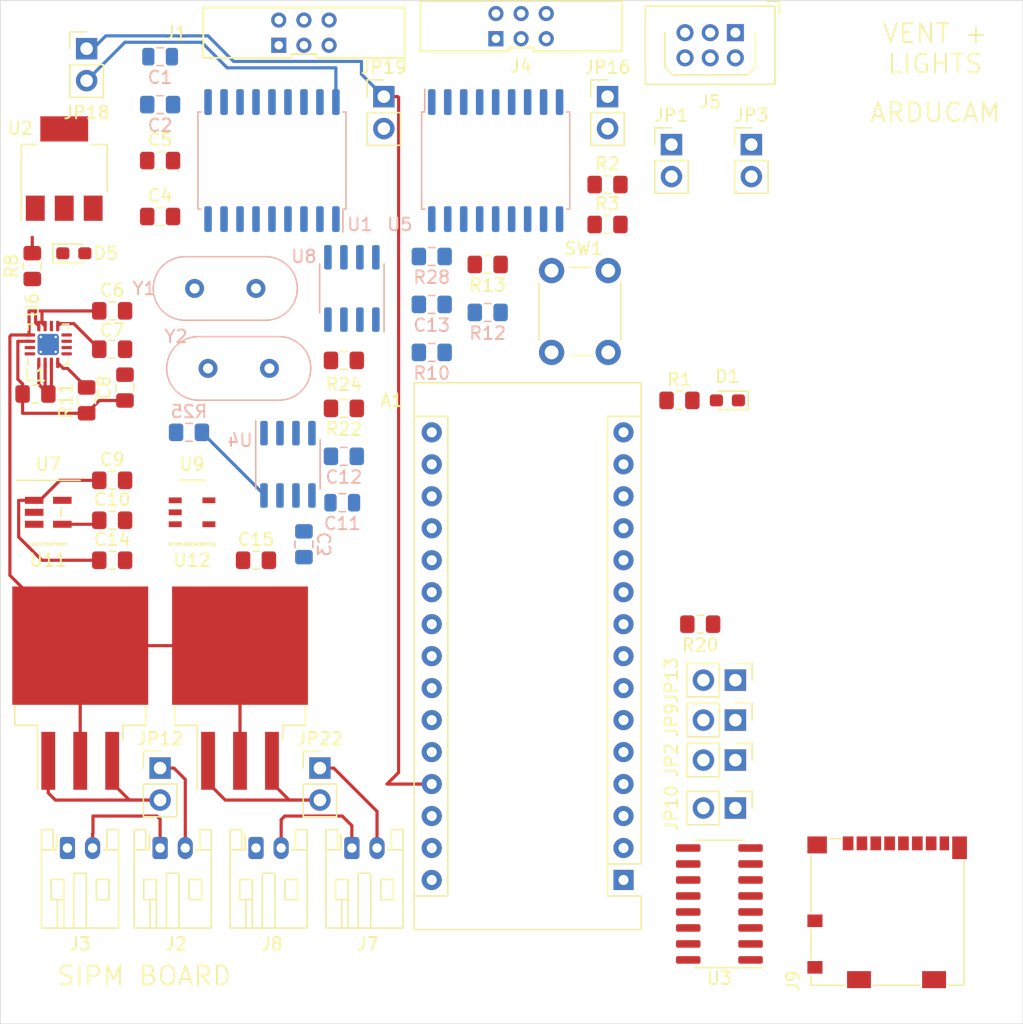
<source format=kicad_pcb>
(kicad_pcb (version 20171130) (host pcbnew "(5.1.4)-1")

  (general
    (thickness 1.6)
    (drawings 8)
    (tracks 106)
    (zones 0)
    (modules 65)
    (nets 57)
  )

  (page A4)
  (layers
    (0 F.Cu signal)
    (31 B.Cu signal)
    (32 B.Adhes user)
    (33 F.Adhes user)
    (34 B.Paste user)
    (35 F.Paste user)
    (36 B.SilkS user)
    (37 F.SilkS user)
    (38 B.Mask user)
    (39 F.Mask user)
    (40 Dwgs.User user)
    (41 Cmts.User user)
    (42 Eco1.User user)
    (43 Eco2.User user)
    (44 Edge.Cuts user)
    (45 Margin user)
    (46 B.CrtYd user)
    (47 F.CrtYd user)
    (48 B.Fab user hide)
    (49 F.Fab user hide)
  )

  (setup
    (last_trace_width 0.25)
    (trace_clearance 0.2)
    (zone_clearance 0.508)
    (zone_45_only no)
    (trace_min 0.2)
    (via_size 0.8)
    (via_drill 0.4)
    (via_min_size 0.4)
    (via_min_drill 0.3)
    (uvia_size 0.3)
    (uvia_drill 0.1)
    (uvias_allowed no)
    (uvia_min_size 0.2)
    (uvia_min_drill 0.1)
    (edge_width 0.05)
    (segment_width 0.2)
    (pcb_text_width 0.3)
    (pcb_text_size 1.5 1.5)
    (mod_edge_width 0.12)
    (mod_text_size 1 1)
    (mod_text_width 0.15)
    (pad_size 1.524 1.524)
    (pad_drill 0.762)
    (pad_to_mask_clearance 0.051)
    (solder_mask_min_width 0.25)
    (aux_axis_origin 0 0)
    (grid_origin 152.4 97.79)
    (visible_elements 7FFFFFFF)
    (pcbplotparams
      (layerselection 0x010fc_ffffffff)
      (usegerberextensions false)
      (usegerberattributes false)
      (usegerberadvancedattributes false)
      (creategerberjobfile false)
      (excludeedgelayer true)
      (linewidth 0.100000)
      (plotframeref false)
      (viasonmask false)
      (mode 1)
      (useauxorigin false)
      (hpglpennumber 1)
      (hpglpenspeed 20)
      (hpglpendiameter 15.000000)
      (psnegative false)
      (psa4output false)
      (plotreference true)
      (plotvalue true)
      (plotinvisibletext false)
      (padsonsilk false)
      (subtractmaskfromsilk false)
      (outputformat 1)
      (mirror false)
      (drillshape 1)
      (scaleselection 1)
      (outputdirectory ""))
  )

  (net 0 "")
  (net 1 GND)
  (net 2 /PG)
  (net 3 "Net-(A1-Pad22)")
  (net 4 /SS1)
  (net 5 "Net-(A1-Pad10)")
  (net 6 SLEEP_5V)
  (net 7 /SS3)
  (net 8 "Net-(A1-Pad14)")
  (net 9 "Net-(A1-Pad15)")
  (net 10 "Net-(A1-Pad16)")
  (net 11 /SS5)
  (net 12 "Net-(C1-Pad1)")
  (net 13 "Net-(C2-Pad1)")
  (net 14 "/CAN HW/CAN_5v")
  (net 15 /battery_management/VIN)
  (net 16 "Net-(C7-Pad1)")
  (net 17 /battery_management/VOUT)
  (net 18 "Net-(C11-Pad1)")
  (net 19 "Net-(C12-Pad1)")
  (net 20 /sheet5E2B166E/CAN_5v)
  (net 21 +5V)
  (net 22 +3V3)
  (net 23 "Net-(D1-Pad2)")
  (net 24 "Net-(D5-Pad2)")
  (net 25 "/CAN HW/CANL")
  (net 26 "/CAN HW/CANH")
  (net 27 "Net-(J2-Pad1)")
  (net 28 "Net-(J2-Pad2)")
  (net 29 "Net-(J4-Pad1)")
  (net 30 /MOSI1)
  (net 31 /MISO1)
  (net 32 /SCK1)
  (net 33 "Net-(L1-Pad1)")
  (net 34 "Net-(R25-Pad1)")
  (net 35 "Net-(R28-Pad1)")
  (net 36 "Net-(U1-Pad1)")
  (net 37 "Net-(U1-Pad2)")
  (net 38 "Net-(U5-Pad2)")
  (net 39 "Net-(U5-Pad1)")
  (net 40 "Net-(J7-Pad2)")
  (net 41 "Net-(J7-Pad1)")
  (net 42 "Net-(JP22-Pad2)")
  (net 43 "Net-(J9-Pad2)")
  (net 44 "Net-(J9-Pad3)")
  (net 45 "Net-(J9-Pad4)")
  (net 46 "Net-(J9-Pad5)")
  (net 47 /SCL)
  (net 48 "/CAN HW/~RESET")
  (net 49 /SDA)
  (net 50 "/CAN HW/~INT")
  (net 51 "Net-(A1-Pad19)")
  (net 52 "Net-(JP12-Pad2)")
  (net 53 "Net-(J5-Pad2)")
  (net 54 "Net-(J5-Pad1)")
  (net 55 +1V8)
  (net 56 +3V0)

  (net_class Default "This is the default net class."
    (clearance 0.2)
    (trace_width 0.25)
    (via_dia 0.8)
    (via_drill 0.4)
    (uvia_dia 0.3)
    (uvia_drill 0.1)
    (add_net +1V8)
    (add_net +3V0)
    (add_net +3V3)
    (add_net +5V)
    (add_net "/CAN HW/CANH")
    (add_net "/CAN HW/CANL")
    (add_net "/CAN HW/CAN_5v")
    (add_net "/CAN HW/~INT")
    (add_net "/CAN HW/~RESET")
    (add_net /MISO1)
    (add_net /MOSI1)
    (add_net /PG)
    (add_net /SCK1)
    (add_net /SCL)
    (add_net /SDA)
    (add_net /SS1)
    (add_net /SS3)
    (add_net /SS5)
    (add_net /battery_management/VIN)
    (add_net /battery_management/VOUT)
    (add_net /sheet5E2B166E/CAN_5v)
    (add_net GND)
    (add_net "Net-(A1-Pad10)")
    (add_net "Net-(A1-Pad14)")
    (add_net "Net-(A1-Pad15)")
    (add_net "Net-(A1-Pad16)")
    (add_net "Net-(A1-Pad19)")
    (add_net "Net-(A1-Pad22)")
    (add_net "Net-(C1-Pad1)")
    (add_net "Net-(C11-Pad1)")
    (add_net "Net-(C12-Pad1)")
    (add_net "Net-(C2-Pad1)")
    (add_net "Net-(C7-Pad1)")
    (add_net "Net-(D1-Pad2)")
    (add_net "Net-(D5-Pad2)")
    (add_net "Net-(J2-Pad1)")
    (add_net "Net-(J2-Pad2)")
    (add_net "Net-(J4-Pad1)")
    (add_net "Net-(J5-Pad1)")
    (add_net "Net-(J5-Pad2)")
    (add_net "Net-(J7-Pad1)")
    (add_net "Net-(J7-Pad2)")
    (add_net "Net-(J9-Pad2)")
    (add_net "Net-(J9-Pad3)")
    (add_net "Net-(J9-Pad4)")
    (add_net "Net-(J9-Pad5)")
    (add_net "Net-(JP12-Pad2)")
    (add_net "Net-(JP22-Pad2)")
    (add_net "Net-(L1-Pad1)")
    (add_net "Net-(R25-Pad1)")
    (add_net "Net-(R28-Pad1)")
    (add_net "Net-(U1-Pad1)")
    (add_net "Net-(U1-Pad2)")
    (add_net "Net-(U5-Pad1)")
    (add_net "Net-(U5-Pad2)")
    (add_net SLEEP_5V)
  )

  (module Payload2020_custom:NCV8163ASN330T1G placed (layer F.Cu) (tedit 5E718AC0) (tstamp 5E7256F8)
    (at 69.85 134.62)
    (path /5E71B806/5E6956EF)
    (fp_text reference U9 (at 0 -3.81) (layer F.SilkS)
      (effects (font (size 1 1) (thickness 0.15)))
    )
    (fp_text value NCV8163ASN300T1G (at 0 2.54) (layer F.SilkS)
      (effects (font (size 0.25 0.25) (thickness 0.0625)))
    )
    (fp_text user "Copyright 2016 Accelerated Designs. All rights reserved." (at 0 0) (layer Cmts.User)
      (effects (font (size 0.127 0.127) (thickness 0.002)))
    )
    (fp_line (start -0.8255 -0.696) (end -0.8255 -1.204) (layer F.Fab) (width 0.1524))
    (fp_line (start -0.8255 -1.204) (end -1.4986 -1.204) (layer F.Fab) (width 0.1524))
    (fp_line (start -1.4986 -1.204) (end -1.4986 -0.696) (layer F.Fab) (width 0.1524))
    (fp_line (start -1.4986 -0.696) (end -0.8255 -0.696) (layer F.Fab) (width 0.1524))
    (fp_line (start -0.8255 0.254) (end -0.8255 -0.254) (layer F.Fab) (width 0.1524))
    (fp_line (start -0.8255 -0.254) (end -1.4986 -0.254) (layer F.Fab) (width 0.1524))
    (fp_line (start -1.4986 -0.254) (end -1.4986 0.254) (layer F.Fab) (width 0.1524))
    (fp_line (start -1.4986 0.254) (end -0.8255 0.254) (layer F.Fab) (width 0.1524))
    (fp_line (start -0.8255 1.204) (end -0.8255 0.696) (layer F.Fab) (width 0.1524))
    (fp_line (start -0.8255 0.696) (end -1.4986 0.696) (layer F.Fab) (width 0.1524))
    (fp_line (start -1.4986 0.696) (end -1.4986 1.204) (layer F.Fab) (width 0.1524))
    (fp_line (start -1.4986 1.204) (end -0.8255 1.204) (layer F.Fab) (width 0.1524))
    (fp_line (start 0.8255 0.69596) (end 0.8255 1.20396) (layer F.Fab) (width 0.1524))
    (fp_line (start 0.8255 1.20396) (end 1.4986 1.20396) (layer F.Fab) (width 0.1524))
    (fp_line (start 1.4986 1.20396) (end 1.4986 0.69596) (layer F.Fab) (width 0.1524))
    (fp_line (start 1.4986 0.69596) (end 0.8255 0.69596) (layer F.Fab) (width 0.1524))
    (fp_line (start 0.8255 -1.20396) (end 0.8255 -0.69596) (layer F.Fab) (width 0.1524))
    (fp_line (start 0.8255 -0.69596) (end 1.4986 -0.69596) (layer F.Fab) (width 0.1524))
    (fp_line (start 1.4986 -0.69596) (end 1.4986 -1.20396) (layer F.Fab) (width 0.1524))
    (fp_line (start 1.4986 -1.20396) (end 0.8255 -1.20396) (layer F.Fab) (width 0.1524))
    (fp_line (start 0.9525 -2.54) (end -0.9525 -2.54) (layer F.SilkS) (width 0.1524))
    (fp_line (start -0.8255 1.5748) (end 0.8255 1.5748) (layer F.Fab) (width 0.1524))
    (fp_line (start 0.8255 1.5748) (end 0.8255 -1.5748) (layer F.Fab) (width 0.1524))
    (fp_line (start 0.8255 -1.5748) (end -0.8255 -1.5748) (layer F.Fab) (width 0.1524))
    (fp_line (start -0.8255 -1.5748) (end -0.8255 1.5748) (layer F.Fab) (width 0.1524))
    (fp_line (start -1.0795 1.8288) (end -1.0795 1.331) (layer F.CrtYd) (width 0.1524))
    (fp_line (start -1.0795 1.331) (end -2.0066 1.331) (layer F.CrtYd) (width 0.1524))
    (fp_line (start -2.0066 1.331) (end -2.0066 -1.331) (layer F.CrtYd) (width 0.1524))
    (fp_line (start -2.0066 -1.331) (end -1.0795 -1.331) (layer F.CrtYd) (width 0.1524))
    (fp_line (start -1.0795 -1.331) (end -1.0795 -1.8288) (layer F.CrtYd) (width 0.1524))
    (fp_line (start -1.0795 -1.8288) (end 1.0795 -1.8288) (layer F.CrtYd) (width 0.1524))
    (fp_line (start 1.0795 -1.8288) (end 1.0795 -1.33096) (layer F.CrtYd) (width 0.1524))
    (fp_line (start 1.0795 -1.33096) (end 2.0066 -1.33096) (layer F.CrtYd) (width 0.1524))
    (fp_line (start 2.0066 -1.33096) (end 2.0066 1.33096) (layer F.CrtYd) (width 0.1524))
    (fp_line (start 2.0066 1.33096) (end 1.0795 1.33096) (layer F.CrtYd) (width 0.1524))
    (fp_line (start 1.0795 1.33096) (end 1.0795 1.8288) (layer F.CrtYd) (width 0.1524))
    (fp_line (start 1.0795 1.8288) (end -1.0795 1.8288) (layer F.CrtYd) (width 0.1524))
    (fp_arc (start 0 -1.5748) (end 0.3048 -1.5748) (angle 180) (layer F.Fab) (width 0.1524))
    (pad 1 smd rect (at -1.33985 -0.950001) (size 1.0287 0.4572) (layers F.Cu F.Paste F.Mask)
      (net 21 +5V))
    (pad 2 smd rect (at -1.33985 0) (size 1.0287 0.4572) (layers F.Cu F.Paste F.Mask)
      (net 1 GND))
    (pad 3 smd rect (at -1.33985 0.950001) (size 1.0287 0.4572) (layers F.Cu F.Paste F.Mask))
    (pad 4 smd rect (at 1.33985 0.94996) (size 1.0287 0.4572) (layers F.Cu F.Paste F.Mask)
      (net 56 +3V0))
    (pad 5 smd rect (at 1.33985 -0.94996) (size 1.0287 0.4572) (layers F.Cu F.Paste F.Mask))
  )

  (module Payload2020_custom:TLV74118PDBVR placed (layer F.Cu) (tedit 5E7188FC) (tstamp 5E71B1D3)
    (at 58.42 134.62)
    (path /5E713E31/5E690C1C)
    (fp_text reference U7 (at 0 -3.81) (layer F.SilkS)
      (effects (font (size 1 1) (thickness 0.15)))
    )
    (fp_text value TLV74118PDBVR (at 0 2.54) (layer F.SilkS)
      (effects (font (size 0.24 0.25) (thickness 0.06)))
    )
    (fp_line (start -2.54 -2.54) (end 2.54 -2.54) (layer F.SilkS) (width 0.12))
    (fp_line (start 1.0033 0.337861) (end 1.0033 -0.337861) (layer F.SilkS) (width 0.1524))
    (fp_line (start -0.8763 1.524) (end 0.8763 1.524) (layer F.Fab) (width 0.1524))
    (fp_line (start 0.8763 1.524) (end 0.8763 -1.524) (layer F.Fab) (width 0.1524))
    (fp_line (start 0.8763 -1.524) (end -0.8763 -1.524) (layer F.Fab) (width 0.1524))
    (fp_line (start -0.8763 -1.524) (end -0.8763 1.524) (layer F.Fab) (width 0.1524))
    (fp_line (start -0.8763 -0.696) (end -0.8763 -1.204) (layer F.Fab) (width 0.1524))
    (fp_line (start -0.8763 -1.204) (end -1.4986 -1.204) (layer F.Fab) (width 0.1524))
    (fp_line (start -1.4986 -1.204) (end -1.4986 -0.696) (layer F.Fab) (width 0.1524))
    (fp_line (start -1.4986 -0.696) (end -0.8763 -0.696) (layer F.Fab) (width 0.1524))
    (fp_line (start -0.8763 0.254) (end -0.8763 -0.254) (layer F.Fab) (width 0.1524))
    (fp_line (start -0.8763 -0.254) (end -1.4986 -0.254) (layer F.Fab) (width 0.1524))
    (fp_line (start -1.4986 -0.254) (end -1.4986 0.254) (layer F.Fab) (width 0.1524))
    (fp_line (start -1.4986 0.254) (end -0.8763 0.254) (layer F.Fab) (width 0.1524))
    (fp_line (start -0.8763 1.204) (end -0.8763 0.696) (layer F.Fab) (width 0.1524))
    (fp_line (start -0.8763 0.696) (end -1.4986 0.696) (layer F.Fab) (width 0.1524))
    (fp_line (start -1.4986 0.696) (end -1.4986 1.204) (layer F.Fab) (width 0.1524))
    (fp_line (start -1.4986 1.204) (end -0.8763 1.204) (layer F.Fab) (width 0.1524))
    (fp_line (start 0.8763 0.696) (end 0.8763 1.204) (layer F.Fab) (width 0.1524))
    (fp_line (start 0.8763 1.204) (end 1.4986 1.204) (layer F.Fab) (width 0.1524))
    (fp_line (start 1.4986 1.204) (end 1.4986 0.696) (layer F.Fab) (width 0.1524))
    (fp_line (start 1.4986 0.696) (end 0.8763 0.696) (layer F.Fab) (width 0.1524))
    (fp_line (start 0.8763 -1.204) (end 0.8763 -0.696) (layer F.Fab) (width 0.1524))
    (fp_line (start 0.8763 -0.696) (end 1.4986 -0.696) (layer F.Fab) (width 0.1524))
    (fp_line (start 1.4986 -0.696) (end 1.4986 -1.204) (layer F.Fab) (width 0.1524))
    (fp_line (start 1.4986 -1.204) (end 0.8763 -1.204) (layer F.Fab) (width 0.1524))
    (fp_line (start -1.1303 1.778) (end -1.1303 1.4834) (layer F.CrtYd) (width 0.1524))
    (fp_line (start -1.1303 1.4834) (end -2.1082 1.4834) (layer F.CrtYd) (width 0.1524))
    (fp_line (start -2.1082 1.4834) (end -2.1082 -1.4834) (layer F.CrtYd) (width 0.1524))
    (fp_line (start -2.1082 -1.4834) (end -1.1303 -1.4834) (layer F.CrtYd) (width 0.1524))
    (fp_line (start -1.1303 -1.4834) (end -1.1303 -1.778) (layer F.CrtYd) (width 0.1524))
    (fp_line (start -1.1303 -1.778) (end 1.1303 -1.778) (layer F.CrtYd) (width 0.1524))
    (fp_line (start 1.1303 -1.778) (end 1.1303 -1.4834) (layer F.CrtYd) (width 0.1524))
    (fp_line (start 1.1303 -1.4834) (end 2.1082 -1.4834) (layer F.CrtYd) (width 0.1524))
    (fp_line (start 2.1082 -1.4834) (end 2.1082 1.4834) (layer F.CrtYd) (width 0.1524))
    (fp_line (start 2.1082 1.4834) (end 1.1303 1.4834) (layer F.CrtYd) (width 0.1524))
    (fp_line (start 1.1303 1.4834) (end 1.1303 1.778) (layer F.CrtYd) (width 0.1524))
    (fp_line (start 1.1303 1.778) (end -1.1303 1.778) (layer F.CrtYd) (width 0.1524))
    (fp_arc (start 0 -1.524) (end 0.3048 -1.524) (angle 180) (layer F.Fab) (width 0.1524))
    (pad 1 smd rect (at -1.1176 -0.950001) (size 1.4732 0.5588) (layers F.Cu F.Paste F.Mask)
      (net 21 +5V))
    (pad 2 smd rect (at -1.1176 0) (size 1.4732 0.5588) (layers F.Cu F.Paste F.Mask)
      (net 1 GND))
    (pad 3 smd rect (at -1.1176 0.950001) (size 1.4732 0.5588) (layers F.Cu F.Paste F.Mask))
    (pad 4 smd rect (at 1.1176 0.950001) (size 1.4732 0.5588) (layers F.Cu F.Paste F.Mask)
      (net 55 +1V8))
    (pad 5 smd rect (at 1.1176 -0.950001) (size 1.4732 0.5588) (layers F.Cu F.Paste F.Mask))
  )

  (module Resistor_SMD:R_0805_2012Metric_Pad1.15x1.40mm_HandSolder (layer B.Cu) (tedit 5B36C52B) (tstamp 5E71AE68)
    (at 88.9 114.3)
    (descr "Resistor SMD 0805 (2012 Metric), square (rectangular) end terminal, IPC_7351 nominal with elongated pad for handsoldering. (Body size source: https://docs.google.com/spreadsheets/d/1BsfQQcO9C6DZCsRaXUlFlo91Tg2WpOkGARC1WS5S8t0/edit?usp=sharing), generated with kicad-footprint-generator")
    (tags "resistor handsolder")
    (path /5E2B166E/5E17ACA5)
    (attr smd)
    (fp_text reference R28 (at 0 1.65) (layer B.SilkS)
      (effects (font (size 1 1) (thickness 0.15)))
    )
    (fp_text value 4.7k (at 0 -1.65) (layer B.Fab)
      (effects (font (size 1 1) (thickness 0.15)) (justify mirror))
    )
    (fp_text user %R (at 0 0) (layer B.Fab)
      (effects (font (size 0.5 0.5) (thickness 0.08)) (justify mirror))
    )
    (fp_line (start 1.85 -0.95) (end -1.85 -0.95) (layer B.CrtYd) (width 0.05))
    (fp_line (start 1.85 0.95) (end 1.85 -0.95) (layer B.CrtYd) (width 0.05))
    (fp_line (start -1.85 0.95) (end 1.85 0.95) (layer B.CrtYd) (width 0.05))
    (fp_line (start -1.85 -0.95) (end -1.85 0.95) (layer B.CrtYd) (width 0.05))
    (fp_line (start -0.261252 -0.71) (end 0.261252 -0.71) (layer B.SilkS) (width 0.12))
    (fp_line (start -0.261252 0.71) (end 0.261252 0.71) (layer B.SilkS) (width 0.12))
    (fp_line (start 1 -0.6) (end -1 -0.6) (layer B.Fab) (width 0.1))
    (fp_line (start 1 0.6) (end 1 -0.6) (layer B.Fab) (width 0.1))
    (fp_line (start -1 0.6) (end 1 0.6) (layer B.Fab) (width 0.1))
    (fp_line (start -1 -0.6) (end -1 0.6) (layer B.Fab) (width 0.1))
    (pad 2 smd roundrect (at 1.025 0) (size 1.15 1.4) (layers B.Cu B.Paste B.Mask) (roundrect_rratio 0.217391)
      (net 1 GND))
    (pad 1 smd roundrect (at -1.025 0) (size 1.15 1.4) (layers B.Cu B.Paste B.Mask) (roundrect_rratio 0.217391)
      (net 35 "Net-(R28-Pad1)"))
    (model ${KISYS3DMOD}/Resistor_SMD.3dshapes/R_0805_2012Metric.wrl
      (at (xyz 0 0 0))
      (scale (xyz 1 1 1))
      (rotate (xyz 0 0 0))
    )
  )

  (module Resistor_SMD:R_0805_2012Metric_Pad1.15x1.40mm_HandSolder (layer B.Cu) (tedit 5B36C52B) (tstamp 5E1B7C75)
    (at 69.605 128.27 180)
    (descr "Resistor SMD 0805 (2012 Metric), square (rectangular) end terminal, IPC_7351 nominal with elongated pad for handsoldering. (Body size source: https://docs.google.com/spreadsheets/d/1BsfQQcO9C6DZCsRaXUlFlo91Tg2WpOkGARC1WS5S8t0/edit?usp=sharing), generated with kicad-footprint-generator")
    (tags "resistor handsolder")
    (path /5E172797/5E17ACA5)
    (attr smd)
    (fp_text reference R25 (at 0 1.65) (layer B.SilkS)
      (effects (font (size 1 1) (thickness 0.15)) (justify mirror))
    )
    (fp_text value 4.7k (at 0 -1.65) (layer B.Fab)
      (effects (font (size 1 1) (thickness 0.15)) (justify mirror))
    )
    (fp_text user %R (at 0 0) (layer B.Fab)
      (effects (font (size 0.5 0.5) (thickness 0.08)) (justify mirror))
    )
    (fp_line (start 1.85 -0.95) (end -1.85 -0.95) (layer B.CrtYd) (width 0.05))
    (fp_line (start 1.85 0.95) (end 1.85 -0.95) (layer B.CrtYd) (width 0.05))
    (fp_line (start -1.85 0.95) (end 1.85 0.95) (layer B.CrtYd) (width 0.05))
    (fp_line (start -1.85 -0.95) (end -1.85 0.95) (layer B.CrtYd) (width 0.05))
    (fp_line (start -0.261252 -0.71) (end 0.261252 -0.71) (layer B.SilkS) (width 0.12))
    (fp_line (start -0.261252 0.71) (end 0.261252 0.71) (layer B.SilkS) (width 0.12))
    (fp_line (start 1 -0.6) (end -1 -0.6) (layer B.Fab) (width 0.1))
    (fp_line (start 1 0.6) (end 1 -0.6) (layer B.Fab) (width 0.1))
    (fp_line (start -1 0.6) (end 1 0.6) (layer B.Fab) (width 0.1))
    (fp_line (start -1 -0.6) (end -1 0.6) (layer B.Fab) (width 0.1))
    (pad 2 smd roundrect (at 1.025 0 180) (size 1.15 1.4) (layers B.Cu B.Paste B.Mask) (roundrect_rratio 0.217391)
      (net 1 GND))
    (pad 1 smd roundrect (at -1.025 0 180) (size 1.15 1.4) (layers B.Cu B.Paste B.Mask) (roundrect_rratio 0.217391)
      (net 34 "Net-(R25-Pad1)"))
    (model ${KISYS3DMOD}/Resistor_SMD.3dshapes/R_0805_2012Metric.wrl
      (at (xyz 0 0 0))
      (scale (xyz 1 1 1))
      (rotate (xyz 0 0 0))
    )
  )

  (module Resistor_SMD:R_0805_2012Metric_Pad1.15x1.40mm_HandSolder (layer F.Cu) (tedit 5B36C52B) (tstamp 5E1B7C64)
    (at 81.915 122.555 180)
    (descr "Resistor SMD 0805 (2012 Metric), square (rectangular) end terminal, IPC_7351 nominal with elongated pad for handsoldering. (Body size source: https://docs.google.com/spreadsheets/d/1BsfQQcO9C6DZCsRaXUlFlo91Tg2WpOkGARC1WS5S8t0/edit?usp=sharing), generated with kicad-footprint-generator")
    (tags "resistor handsolder")
    (path /5E337786)
    (attr smd)
    (fp_text reference R24 (at 0 -1.905) (layer F.SilkS)
      (effects (font (size 1 1) (thickness 0.15)))
    )
    (fp_text value 10k (at 0 1.65) (layer F.Fab)
      (effects (font (size 1 1) (thickness 0.15)))
    )
    (fp_text user %R (at 0 0) (layer F.Fab)
      (effects (font (size 0.5 0.5) (thickness 0.08)))
    )
    (fp_line (start 1.85 0.95) (end -1.85 0.95) (layer F.CrtYd) (width 0.05))
    (fp_line (start 1.85 -0.95) (end 1.85 0.95) (layer F.CrtYd) (width 0.05))
    (fp_line (start -1.85 -0.95) (end 1.85 -0.95) (layer F.CrtYd) (width 0.05))
    (fp_line (start -1.85 0.95) (end -1.85 -0.95) (layer F.CrtYd) (width 0.05))
    (fp_line (start -0.261252 0.71) (end 0.261252 0.71) (layer F.SilkS) (width 0.12))
    (fp_line (start -0.261252 -0.71) (end 0.261252 -0.71) (layer F.SilkS) (width 0.12))
    (fp_line (start 1 0.6) (end -1 0.6) (layer F.Fab) (width 0.1))
    (fp_line (start 1 -0.6) (end 1 0.6) (layer F.Fab) (width 0.1))
    (fp_line (start -1 -0.6) (end 1 -0.6) (layer F.Fab) (width 0.1))
    (fp_line (start -1 0.6) (end -1 -0.6) (layer F.Fab) (width 0.1))
    (pad 2 smd roundrect (at 1.025 0 180) (size 1.15 1.4) (layers F.Cu F.Paste F.Mask) (roundrect_rratio 0.217391)
      (net 11 /SS5))
    (pad 1 smd roundrect (at -1.025 0 180) (size 1.15 1.4) (layers F.Cu F.Paste F.Mask) (roundrect_rratio 0.217391)
      (net 21 +5V))
    (model ${KISYS3DMOD}/Resistor_SMD.3dshapes/R_0805_2012Metric.wrl
      (at (xyz 0 0 0))
      (scale (xyz 1 1 1))
      (rotate (xyz 0 0 0))
    )
  )

  (module Resistor_SMD:R_0805_2012Metric_Pad1.15x1.40mm_HandSolder (layer F.Cu) (tedit 5B36C52B) (tstamp 5E1B7C42)
    (at 81.915 126.365 180)
    (descr "Resistor SMD 0805 (2012 Metric), square (rectangular) end terminal, IPC_7351 nominal with elongated pad for handsoldering. (Body size source: https://docs.google.com/spreadsheets/d/1BsfQQcO9C6DZCsRaXUlFlo91Tg2WpOkGARC1WS5S8t0/edit?usp=sharing), generated with kicad-footprint-generator")
    (tags "resistor handsolder")
    (path /5E337129)
    (attr smd)
    (fp_text reference R22 (at 0 -1.65) (layer F.SilkS)
      (effects (font (size 1 1) (thickness 0.15)))
    )
    (fp_text value 10k (at 0 1.65) (layer F.Fab)
      (effects (font (size 1 1) (thickness 0.15)))
    )
    (fp_text user %R (at 0 0) (layer F.Fab)
      (effects (font (size 0.5 0.5) (thickness 0.08)))
    )
    (fp_line (start 1.85 0.95) (end -1.85 0.95) (layer F.CrtYd) (width 0.05))
    (fp_line (start 1.85 -0.95) (end 1.85 0.95) (layer F.CrtYd) (width 0.05))
    (fp_line (start -1.85 -0.95) (end 1.85 -0.95) (layer F.CrtYd) (width 0.05))
    (fp_line (start -1.85 0.95) (end -1.85 -0.95) (layer F.CrtYd) (width 0.05))
    (fp_line (start -0.261252 0.71) (end 0.261252 0.71) (layer F.SilkS) (width 0.12))
    (fp_line (start -0.261252 -0.71) (end 0.261252 -0.71) (layer F.SilkS) (width 0.12))
    (fp_line (start 1 0.6) (end -1 0.6) (layer F.Fab) (width 0.1))
    (fp_line (start 1 -0.6) (end 1 0.6) (layer F.Fab) (width 0.1))
    (fp_line (start -1 -0.6) (end 1 -0.6) (layer F.Fab) (width 0.1))
    (fp_line (start -1 0.6) (end -1 -0.6) (layer F.Fab) (width 0.1))
    (pad 2 smd roundrect (at 1.025 0 180) (size 1.15 1.4) (layers F.Cu F.Paste F.Mask) (roundrect_rratio 0.217391)
      (net 7 /SS3))
    (pad 1 smd roundrect (at -1.025 0 180) (size 1.15 1.4) (layers F.Cu F.Paste F.Mask) (roundrect_rratio 0.217391)
      (net 21 +5V))
    (model ${KISYS3DMOD}/Resistor_SMD.3dshapes/R_0805_2012Metric.wrl
      (at (xyz 0 0 0))
      (scale (xyz 1 1 1))
      (rotate (xyz 0 0 0))
    )
  )

  (module Resistor_SMD:R_0805_2012Metric_Pad1.15x1.40mm_HandSolder (layer F.Cu) (tedit 5B36C52B) (tstamp 5E1B7C20)
    (at 110.236 143.51 180)
    (descr "Resistor SMD 0805 (2012 Metric), square (rectangular) end terminal, IPC_7351 nominal with elongated pad for handsoldering. (Body size source: https://docs.google.com/spreadsheets/d/1BsfQQcO9C6DZCsRaXUlFlo91Tg2WpOkGARC1WS5S8t0/edit?usp=sharing), generated with kicad-footprint-generator")
    (tags "resistor handsolder")
    (path /5E336956)
    (attr smd)
    (fp_text reference R20 (at 0 -1.65) (layer F.SilkS)
      (effects (font (size 1 1) (thickness 0.15)))
    )
    (fp_text value 10k (at 0 1.65) (layer F.Fab)
      (effects (font (size 1 1) (thickness 0.15)))
    )
    (fp_text user %R (at 0 0) (layer F.Fab)
      (effects (font (size 0.5 0.5) (thickness 0.08)))
    )
    (fp_line (start 1.85 0.95) (end -1.85 0.95) (layer F.CrtYd) (width 0.05))
    (fp_line (start 1.85 -0.95) (end 1.85 0.95) (layer F.CrtYd) (width 0.05))
    (fp_line (start -1.85 -0.95) (end 1.85 -0.95) (layer F.CrtYd) (width 0.05))
    (fp_line (start -1.85 0.95) (end -1.85 -0.95) (layer F.CrtYd) (width 0.05))
    (fp_line (start -0.261252 0.71) (end 0.261252 0.71) (layer F.SilkS) (width 0.12))
    (fp_line (start -0.261252 -0.71) (end 0.261252 -0.71) (layer F.SilkS) (width 0.12))
    (fp_line (start 1 0.6) (end -1 0.6) (layer F.Fab) (width 0.1))
    (fp_line (start 1 -0.6) (end 1 0.6) (layer F.Fab) (width 0.1))
    (fp_line (start -1 -0.6) (end 1 -0.6) (layer F.Fab) (width 0.1))
    (fp_line (start -1 0.6) (end -1 -0.6) (layer F.Fab) (width 0.1))
    (pad 2 smd roundrect (at 1.025 0 180) (size 1.15 1.4) (layers F.Cu F.Paste F.Mask) (roundrect_rratio 0.217391)
      (net 4 /SS1))
    (pad 1 smd roundrect (at -1.025 0 180) (size 1.15 1.4) (layers F.Cu F.Paste F.Mask) (roundrect_rratio 0.217391)
      (net 21 +5V))
    (model ${KISYS3DMOD}/Resistor_SMD.3dshapes/R_0805_2012Metric.wrl
      (at (xyz 0 0 0))
      (scale (xyz 1 1 1))
      (rotate (xyz 0 0 0))
    )
  )

  (module Resistor_SMD:R_0805_2012Metric_Pad1.15x1.40mm_HandSolder (layer F.Cu) (tedit 5B36C52B) (tstamp 5E1B7BA9)
    (at 93.345 114.935 180)
    (descr "Resistor SMD 0805 (2012 Metric), square (rectangular) end terminal, IPC_7351 nominal with elongated pad for handsoldering. (Body size source: https://docs.google.com/spreadsheets/d/1BsfQQcO9C6DZCsRaXUlFlo91Tg2WpOkGARC1WS5S8t0/edit?usp=sharing), generated with kicad-footprint-generator")
    (tags "resistor handsolder")
    (path /5E65450B)
    (attr smd)
    (fp_text reference R13 (at 0 -1.65) (layer F.SilkS)
      (effects (font (size 1 1) (thickness 0.15)))
    )
    (fp_text value 10k (at 0 1.65) (layer F.Fab)
      (effects (font (size 1 1) (thickness 0.15)))
    )
    (fp_text user %R (at 0 0) (layer F.Fab)
      (effects (font (size 0.5 0.5) (thickness 0.08)))
    )
    (fp_line (start 1.85 0.95) (end -1.85 0.95) (layer F.CrtYd) (width 0.05))
    (fp_line (start 1.85 -0.95) (end 1.85 0.95) (layer F.CrtYd) (width 0.05))
    (fp_line (start -1.85 -0.95) (end 1.85 -0.95) (layer F.CrtYd) (width 0.05))
    (fp_line (start -1.85 0.95) (end -1.85 -0.95) (layer F.CrtYd) (width 0.05))
    (fp_line (start -0.261252 0.71) (end 0.261252 0.71) (layer F.SilkS) (width 0.12))
    (fp_line (start -0.261252 -0.71) (end 0.261252 -0.71) (layer F.SilkS) (width 0.12))
    (fp_line (start 1 0.6) (end -1 0.6) (layer F.Fab) (width 0.1))
    (fp_line (start 1 -0.6) (end 1 0.6) (layer F.Fab) (width 0.1))
    (fp_line (start -1 -0.6) (end 1 -0.6) (layer F.Fab) (width 0.1))
    (fp_line (start -1 0.6) (end -1 -0.6) (layer F.Fab) (width 0.1))
    (pad 2 smd roundrect (at 1.025 0 180) (size 1.15 1.4) (layers F.Cu F.Paste F.Mask) (roundrect_rratio 0.217391)
      (net 5 "Net-(A1-Pad10)"))
    (pad 1 smd roundrect (at -1.025 0 180) (size 1.15 1.4) (layers F.Cu F.Paste F.Mask) (roundrect_rratio 0.217391)
      (net 21 +5V))
    (model ${KISYS3DMOD}/Resistor_SMD.3dshapes/R_0805_2012Metric.wrl
      (at (xyz 0 0 0))
      (scale (xyz 1 1 1))
      (rotate (xyz 0 0 0))
    )
  )

  (module Resistor_SMD:R_0805_2012Metric_Pad1.15x1.40mm_HandSolder (layer B.Cu) (tedit 5B36C52B) (tstamp 5E1B7B98)
    (at 93.345 118.745)
    (descr "Resistor SMD 0805 (2012 Metric), square (rectangular) end terminal, IPC_7351 nominal with elongated pad for handsoldering. (Body size source: https://docs.google.com/spreadsheets/d/1BsfQQcO9C6DZCsRaXUlFlo91Tg2WpOkGARC1WS5S8t0/edit?usp=sharing), generated with kicad-footprint-generator")
    (tags "resistor handsolder")
    (path /5E446142)
    (attr smd)
    (fp_text reference R12 (at 0 1.65) (layer B.SilkS)
      (effects (font (size 1 1) (thickness 0.15)))
    )
    (fp_text value 10k (at 0 -1.65) (layer B.Fab)
      (effects (font (size 1 1) (thickness 0.15)) (justify mirror))
    )
    (fp_text user %R (at 0 0) (layer B.Fab)
      (effects (font (size 0.5 0.5) (thickness 0.08)) (justify mirror))
    )
    (fp_line (start 1.85 -0.95) (end -1.85 -0.95) (layer B.CrtYd) (width 0.05))
    (fp_line (start 1.85 0.95) (end 1.85 -0.95) (layer B.CrtYd) (width 0.05))
    (fp_line (start -1.85 0.95) (end 1.85 0.95) (layer B.CrtYd) (width 0.05))
    (fp_line (start -1.85 -0.95) (end -1.85 0.95) (layer B.CrtYd) (width 0.05))
    (fp_line (start -0.261252 -0.71) (end 0.261252 -0.71) (layer B.SilkS) (width 0.12))
    (fp_line (start -0.261252 0.71) (end 0.261252 0.71) (layer B.SilkS) (width 0.12))
    (fp_line (start 1 -0.6) (end -1 -0.6) (layer B.Fab) (width 0.1))
    (fp_line (start 1 0.6) (end 1 -0.6) (layer B.Fab) (width 0.1))
    (fp_line (start -1 0.6) (end 1 0.6) (layer B.Fab) (width 0.1))
    (fp_line (start -1 -0.6) (end -1 0.6) (layer B.Fab) (width 0.1))
    (pad 2 smd roundrect (at 1.025 0) (size 1.15 1.4) (layers B.Cu B.Paste B.Mask) (roundrect_rratio 0.217391)
      (net 48 "/CAN HW/~RESET"))
    (pad 1 smd roundrect (at -1.025 0) (size 1.15 1.4) (layers B.Cu B.Paste B.Mask) (roundrect_rratio 0.217391)
      (net 21 +5V))
    (model ${KISYS3DMOD}/Resistor_SMD.3dshapes/R_0805_2012Metric.wrl
      (at (xyz 0 0 0))
      (scale (xyz 1 1 1))
      (rotate (xyz 0 0 0))
    )
  )

  (module Resistor_SMD:R_0805_2012Metric_Pad1.15x1.40mm_HandSolder (layer F.Cu) (tedit 5B36C52B) (tstamp 5E1B7B87)
    (at 61.468 125.73 90)
    (descr "Resistor SMD 0805 (2012 Metric), square (rectangular) end terminal, IPC_7351 nominal with elongated pad for handsoldering. (Body size source: https://docs.google.com/spreadsheets/d/1BsfQQcO9C6DZCsRaXUlFlo91Tg2WpOkGARC1WS5S8t0/edit?usp=sharing), generated with kicad-footprint-generator")
    (tags "resistor handsolder")
    (path /5E13F8E9/5E1478C5)
    (attr smd)
    (fp_text reference R11 (at 0 -1.65 90) (layer F.SilkS)
      (effects (font (size 1 1) (thickness 0.15)))
    )
    (fp_text value 100k (at 0 1.65 90) (layer F.Fab)
      (effects (font (size 1 1) (thickness 0.15)))
    )
    (fp_text user %R (at 0 0 90) (layer F.Fab)
      (effects (font (size 0.5 0.5) (thickness 0.08)))
    )
    (fp_line (start 1.85 0.95) (end -1.85 0.95) (layer F.CrtYd) (width 0.05))
    (fp_line (start 1.85 -0.95) (end 1.85 0.95) (layer F.CrtYd) (width 0.05))
    (fp_line (start -1.85 -0.95) (end 1.85 -0.95) (layer F.CrtYd) (width 0.05))
    (fp_line (start -1.85 0.95) (end -1.85 -0.95) (layer F.CrtYd) (width 0.05))
    (fp_line (start -0.261252 0.71) (end 0.261252 0.71) (layer F.SilkS) (width 0.12))
    (fp_line (start -0.261252 -0.71) (end 0.261252 -0.71) (layer F.SilkS) (width 0.12))
    (fp_line (start 1 0.6) (end -1 0.6) (layer F.Fab) (width 0.1))
    (fp_line (start 1 -0.6) (end 1 0.6) (layer F.Fab) (width 0.1))
    (fp_line (start -1 -0.6) (end 1 -0.6) (layer F.Fab) (width 0.1))
    (fp_line (start -1 0.6) (end -1 -0.6) (layer F.Fab) (width 0.1))
    (pad 2 smd roundrect (at 1.025 0 90) (size 1.15 1.4) (layers F.Cu F.Paste F.Mask) (roundrect_rratio 0.217391)
      (net 2 /PG))
    (pad 1 smd roundrect (at -1.025 0 90) (size 1.15 1.4) (layers F.Cu F.Paste F.Mask) (roundrect_rratio 0.217391)
      (net 17 /battery_management/VOUT))
    (model ${KISYS3DMOD}/Resistor_SMD.3dshapes/R_0805_2012Metric.wrl
      (at (xyz 0 0 0))
      (scale (xyz 1 1 1))
      (rotate (xyz 0 0 0))
    )
  )

  (module Resistor_SMD:R_0805_2012Metric_Pad1.15x1.40mm_HandSolder (layer B.Cu) (tedit 5B36C52B) (tstamp 5E1B7B76)
    (at 88.9 121.92)
    (descr "Resistor SMD 0805 (2012 Metric), square (rectangular) end terminal, IPC_7351 nominal with elongated pad for handsoldering. (Body size source: https://docs.google.com/spreadsheets/d/1BsfQQcO9C6DZCsRaXUlFlo91Tg2WpOkGARC1WS5S8t0/edit?usp=sharing), generated with kicad-footprint-generator")
    (tags "resistor handsolder")
    (path /5E446138)
    (attr smd)
    (fp_text reference R10 (at 0 1.65) (layer B.SilkS)
      (effects (font (size 1 1) (thickness 0.15)))
    )
    (fp_text value 10k (at 0 -1.65) (layer B.Fab)
      (effects (font (size 1 1) (thickness 0.15)) (justify mirror))
    )
    (fp_text user %R (at 0 0) (layer B.Fab)
      (effects (font (size 0.5 0.5) (thickness 0.08)) (justify mirror))
    )
    (fp_line (start 1.85 -0.95) (end -1.85 -0.95) (layer B.CrtYd) (width 0.05))
    (fp_line (start 1.85 0.95) (end 1.85 -0.95) (layer B.CrtYd) (width 0.05))
    (fp_line (start -1.85 0.95) (end 1.85 0.95) (layer B.CrtYd) (width 0.05))
    (fp_line (start -1.85 -0.95) (end -1.85 0.95) (layer B.CrtYd) (width 0.05))
    (fp_line (start -0.261252 -0.71) (end 0.261252 -0.71) (layer B.SilkS) (width 0.12))
    (fp_line (start -0.261252 0.71) (end 0.261252 0.71) (layer B.SilkS) (width 0.12))
    (fp_line (start 1 -0.6) (end -1 -0.6) (layer B.Fab) (width 0.1))
    (fp_line (start 1 0.6) (end 1 -0.6) (layer B.Fab) (width 0.1))
    (fp_line (start -1 0.6) (end 1 0.6) (layer B.Fab) (width 0.1))
    (fp_line (start -1 -0.6) (end -1 0.6) (layer B.Fab) (width 0.1))
    (pad 2 smd roundrect (at 1.025 0) (size 1.15 1.4) (layers B.Cu B.Paste B.Mask) (roundrect_rratio 0.217391)
      (net 50 "/CAN HW/~INT"))
    (pad 1 smd roundrect (at -1.025 0) (size 1.15 1.4) (layers B.Cu B.Paste B.Mask) (roundrect_rratio 0.217391)
      (net 21 +5V))
    (model ${KISYS3DMOD}/Resistor_SMD.3dshapes/R_0805_2012Metric.wrl
      (at (xyz 0 0 0))
      (scale (xyz 1 1 1))
      (rotate (xyz 0 0 0))
    )
  )

  (module Resistor_SMD:R_0805_2012Metric_Pad1.15x1.40mm_HandSolder placed (layer F.Cu) (tedit 5B36C52B) (tstamp 5E1B7B54)
    (at 57.15 115.062 90)
    (descr "Resistor SMD 0805 (2012 Metric), square (rectangular) end terminal, IPC_7351 nominal with elongated pad for handsoldering. (Body size source: https://docs.google.com/spreadsheets/d/1BsfQQcO9C6DZCsRaXUlFlo91Tg2WpOkGARC1WS5S8t0/edit?usp=sharing), generated with kicad-footprint-generator")
    (tags "resistor handsolder")
    (path /5E2FE026)
    (attr smd)
    (fp_text reference R8 (at 0 -1.65 90) (layer F.SilkS)
      (effects (font (size 1 1) (thickness 0.15)))
    )
    (fp_text value 120 (at 0 1.65 90) (layer F.Fab)
      (effects (font (size 1 1) (thickness 0.15)))
    )
    (fp_text user %R (at 0 0 90) (layer F.Fab)
      (effects (font (size 0.5 0.5) (thickness 0.08)))
    )
    (fp_line (start 1.85 0.95) (end -1.85 0.95) (layer F.CrtYd) (width 0.05))
    (fp_line (start 1.85 -0.95) (end 1.85 0.95) (layer F.CrtYd) (width 0.05))
    (fp_line (start -1.85 -0.95) (end 1.85 -0.95) (layer F.CrtYd) (width 0.05))
    (fp_line (start -1.85 0.95) (end -1.85 -0.95) (layer F.CrtYd) (width 0.05))
    (fp_line (start -0.261252 0.71) (end 0.261252 0.71) (layer F.SilkS) (width 0.12))
    (fp_line (start -0.261252 -0.71) (end 0.261252 -0.71) (layer F.SilkS) (width 0.12))
    (fp_line (start 1 0.6) (end -1 0.6) (layer F.Fab) (width 0.1))
    (fp_line (start 1 -0.6) (end 1 0.6) (layer F.Fab) (width 0.1))
    (fp_line (start -1 -0.6) (end 1 -0.6) (layer F.Fab) (width 0.1))
    (fp_line (start -1 0.6) (end -1 -0.6) (layer F.Fab) (width 0.1))
    (pad 2 smd roundrect (at 1.025 0 90) (size 1.15 1.4) (layers F.Cu F.Paste F.Mask) (roundrect_rratio 0.217391)
      (net 24 "Net-(D5-Pad2)"))
    (pad 1 smd roundrect (at -1.025 0 90) (size 1.15 1.4) (layers F.Cu F.Paste F.Mask) (roundrect_rratio 0.217391)
      (net 21 +5V))
    (model ${KISYS3DMOD}/Resistor_SMD.3dshapes/R_0805_2012Metric.wrl
      (at (xyz 0 0 0))
      (scale (xyz 1 1 1))
      (rotate (xyz 0 0 0))
    )
  )

  (module Resistor_SMD:R_0805_2012Metric_Pad1.15x1.40mm_HandSolder placed (layer F.Cu) (tedit 5B36C52B) (tstamp 5E1B7B21)
    (at 108.585 125.73)
    (descr "Resistor SMD 0805 (2012 Metric), square (rectangular) end terminal, IPC_7351 nominal with elongated pad for handsoldering. (Body size source: https://docs.google.com/spreadsheets/d/1BsfQQcO9C6DZCsRaXUlFlo91Tg2WpOkGARC1WS5S8t0/edit?usp=sharing), generated with kicad-footprint-generator")
    (tags "resistor handsolder")
    (path /5E43EEAE)
    (attr smd)
    (fp_text reference R1 (at 0 -1.65) (layer F.SilkS)
      (effects (font (size 1 1) (thickness 0.15)))
    )
    (fp_text value 120 (at 0 1.65) (layer F.Fab)
      (effects (font (size 1 1) (thickness 0.15)))
    )
    (fp_text user %R (at 0 0) (layer F.Fab)
      (effects (font (size 0.5 0.5) (thickness 0.08)))
    )
    (fp_line (start 1.85 0.95) (end -1.85 0.95) (layer F.CrtYd) (width 0.05))
    (fp_line (start 1.85 -0.95) (end 1.85 0.95) (layer F.CrtYd) (width 0.05))
    (fp_line (start -1.85 -0.95) (end 1.85 -0.95) (layer F.CrtYd) (width 0.05))
    (fp_line (start -1.85 0.95) (end -1.85 -0.95) (layer F.CrtYd) (width 0.05))
    (fp_line (start -0.261252 0.71) (end 0.261252 0.71) (layer F.SilkS) (width 0.12))
    (fp_line (start -0.261252 -0.71) (end 0.261252 -0.71) (layer F.SilkS) (width 0.12))
    (fp_line (start 1 0.6) (end -1 0.6) (layer F.Fab) (width 0.1))
    (fp_line (start 1 -0.6) (end 1 0.6) (layer F.Fab) (width 0.1))
    (fp_line (start -1 -0.6) (end 1 -0.6) (layer F.Fab) (width 0.1))
    (fp_line (start -1 0.6) (end -1 -0.6) (layer F.Fab) (width 0.1))
    (pad 2 smd roundrect (at 1.025 0) (size 1.15 1.4) (layers F.Cu F.Paste F.Mask) (roundrect_rratio 0.217391)
      (net 51 "Net-(A1-Pad19)"))
    (pad 1 smd roundrect (at -1.025 0) (size 1.15 1.4) (layers F.Cu F.Paste F.Mask) (roundrect_rratio 0.217391)
      (net 23 "Net-(D1-Pad2)"))
    (model ${KISYS3DMOD}/Resistor_SMD.3dshapes/R_0805_2012Metric.wrl
      (at (xyz 0 0 0))
      (scale (xyz 1 1 1))
      (rotate (xyz 0 0 0))
    )
  )

  (module Capacitor_SMD:C_0805_2012Metric_Pad1.15x1.40mm_HandSolder (layer B.Cu) (tedit 5B36C52B) (tstamp 5E71ADBF)
    (at 88.9 118.11)
    (descr "Capacitor SMD 0805 (2012 Metric), square (rectangular) end terminal, IPC_7351 nominal with elongated pad for handsoldering. (Body size source: https://docs.google.com/spreadsheets/d/1BsfQQcO9C6DZCsRaXUlFlo91Tg2WpOkGARC1WS5S8t0/edit?usp=sharing), generated with kicad-footprint-generator")
    (tags "capacitor handsolder")
    (path /5E2B166E/5E17CFFD)
    (attr smd)
    (fp_text reference C13 (at 0 1.65) (layer B.SilkS)
      (effects (font (size 1 1) (thickness 0.15)))
    )
    (fp_text value 10uF (at 0 -1.65) (layer B.Fab)
      (effects (font (size 1 1) (thickness 0.15)) (justify mirror))
    )
    (fp_text user %R (at 0 0) (layer B.Fab)
      (effects (font (size 0.5 0.5) (thickness 0.08)) (justify mirror))
    )
    (fp_line (start 1.85 -0.95) (end -1.85 -0.95) (layer B.CrtYd) (width 0.05))
    (fp_line (start 1.85 0.95) (end 1.85 -0.95) (layer B.CrtYd) (width 0.05))
    (fp_line (start -1.85 0.95) (end 1.85 0.95) (layer B.CrtYd) (width 0.05))
    (fp_line (start -1.85 -0.95) (end -1.85 0.95) (layer B.CrtYd) (width 0.05))
    (fp_line (start -0.261252 -0.71) (end 0.261252 -0.71) (layer B.SilkS) (width 0.12))
    (fp_line (start -0.261252 0.71) (end 0.261252 0.71) (layer B.SilkS) (width 0.12))
    (fp_line (start 1 -0.6) (end -1 -0.6) (layer B.Fab) (width 0.1))
    (fp_line (start 1 0.6) (end 1 -0.6) (layer B.Fab) (width 0.1))
    (fp_line (start -1 0.6) (end 1 0.6) (layer B.Fab) (width 0.1))
    (fp_line (start -1 -0.6) (end -1 0.6) (layer B.Fab) (width 0.1))
    (pad 2 smd roundrect (at 1.025 0) (size 1.15 1.4) (layers B.Cu B.Paste B.Mask) (roundrect_rratio 0.217391)
      (net 20 /sheet5E2B166E/CAN_5v))
    (pad 1 smd roundrect (at -1.025 0) (size 1.15 1.4) (layers B.Cu B.Paste B.Mask) (roundrect_rratio 0.217391)
      (net 1 GND))
    (model ${KISYS3DMOD}/Capacitor_SMD.3dshapes/C_0805_2012Metric.wrl
      (at (xyz 0 0 0))
      (scale (xyz 1 1 1))
      (rotate (xyz 0 0 0))
    )
  )

  (module Capacitor_SMD:C_0805_2012Metric_Pad1.15x1.40mm_HandSolder (layer B.Cu) (tedit 5B36C52B) (tstamp 5E71DA36)
    (at 81.915 130.175)
    (descr "Capacitor SMD 0805 (2012 Metric), square (rectangular) end terminal, IPC_7351 nominal with elongated pad for handsoldering. (Body size source: https://docs.google.com/spreadsheets/d/1BsfQQcO9C6DZCsRaXUlFlo91Tg2WpOkGARC1WS5S8t0/edit?usp=sharing), generated with kicad-footprint-generator")
    (tags "capacitor handsolder")
    (path /5E2B166E/5E1751FC)
    (attr smd)
    (fp_text reference C12 (at 0 1.65) (layer B.SilkS)
      (effects (font (size 1 1) (thickness 0.15)))
    )
    (fp_text value 22pF (at 0 -1.65) (layer B.Fab)
      (effects (font (size 1 1) (thickness 0.15)) (justify mirror))
    )
    (fp_text user %R (at 0 0) (layer B.Fab)
      (effects (font (size 0.5 0.5) (thickness 0.08)) (justify mirror))
    )
    (fp_line (start 1.85 -0.95) (end -1.85 -0.95) (layer B.CrtYd) (width 0.05))
    (fp_line (start 1.85 0.95) (end 1.85 -0.95) (layer B.CrtYd) (width 0.05))
    (fp_line (start -1.85 0.95) (end 1.85 0.95) (layer B.CrtYd) (width 0.05))
    (fp_line (start -1.85 -0.95) (end -1.85 0.95) (layer B.CrtYd) (width 0.05))
    (fp_line (start -0.261252 -0.71) (end 0.261252 -0.71) (layer B.SilkS) (width 0.12))
    (fp_line (start -0.261252 0.71) (end 0.261252 0.71) (layer B.SilkS) (width 0.12))
    (fp_line (start 1 -0.6) (end -1 -0.6) (layer B.Fab) (width 0.1))
    (fp_line (start 1 0.6) (end 1 -0.6) (layer B.Fab) (width 0.1))
    (fp_line (start -1 0.6) (end 1 0.6) (layer B.Fab) (width 0.1))
    (fp_line (start -1 -0.6) (end -1 0.6) (layer B.Fab) (width 0.1))
    (pad 2 smd roundrect (at 1.025 0) (size 1.15 1.4) (layers B.Cu B.Paste B.Mask) (roundrect_rratio 0.217391)
      (net 1 GND))
    (pad 1 smd roundrect (at -1.025 0) (size 1.15 1.4) (layers B.Cu B.Paste B.Mask) (roundrect_rratio 0.217391)
      (net 19 "Net-(C12-Pad1)"))
    (model ${KISYS3DMOD}/Capacitor_SMD.3dshapes/C_0805_2012Metric.wrl
      (at (xyz 0 0 0))
      (scale (xyz 1 1 1))
      (rotate (xyz 0 0 0))
    )
  )

  (module Capacitor_SMD:C_0805_2012Metric (layer B.Cu) (tedit 5B36C52B) (tstamp 5E1B7796)
    (at 81.788 133.858)
    (descr "Capacitor SMD 0805 (2012 Metric), square (rectangular) end terminal, IPC_7351 nominal, (Body size source: https://docs.google.com/spreadsheets/d/1BsfQQcO9C6DZCsRaXUlFlo91Tg2WpOkGARC1WS5S8t0/edit?usp=sharing), generated with kicad-footprint-generator")
    (tags capacitor)
    (path /5E2B166E/5E1747A1)
    (attr smd)
    (fp_text reference C11 (at 0 1.65) (layer B.SilkS)
      (effects (font (size 1 1) (thickness 0.15)))
    )
    (fp_text value 22pF (at 0 -1.65) (layer B.Fab)
      (effects (font (size 1 1) (thickness 0.15)) (justify mirror))
    )
    (fp_text user %R (at 0 0) (layer B.Fab)
      (effects (font (size 0.5 0.5) (thickness 0.08)) (justify mirror))
    )
    (fp_line (start 1.68 -0.95) (end -1.68 -0.95) (layer B.CrtYd) (width 0.05))
    (fp_line (start 1.68 0.95) (end 1.68 -0.95) (layer B.CrtYd) (width 0.05))
    (fp_line (start -1.68 0.95) (end 1.68 0.95) (layer B.CrtYd) (width 0.05))
    (fp_line (start -1.68 -0.95) (end -1.68 0.95) (layer B.CrtYd) (width 0.05))
    (fp_line (start -0.258578 -0.71) (end 0.258578 -0.71) (layer B.SilkS) (width 0.12))
    (fp_line (start -0.258578 0.71) (end 0.258578 0.71) (layer B.SilkS) (width 0.12))
    (fp_line (start 1 -0.6) (end -1 -0.6) (layer B.Fab) (width 0.1))
    (fp_line (start 1 0.6) (end 1 -0.6) (layer B.Fab) (width 0.1))
    (fp_line (start -1 0.6) (end 1 0.6) (layer B.Fab) (width 0.1))
    (fp_line (start -1 -0.6) (end -1 0.6) (layer B.Fab) (width 0.1))
    (pad 2 smd roundrect (at 0.9375 0) (size 0.975 1.4) (layers B.Cu B.Paste B.Mask) (roundrect_rratio 0.25)
      (net 1 GND))
    (pad 1 smd roundrect (at -0.9375 0) (size 0.975 1.4) (layers B.Cu B.Paste B.Mask) (roundrect_rratio 0.25)
      (net 18 "Net-(C11-Pad1)"))
    (model ${KISYS3DMOD}/Capacitor_SMD.3dshapes/C_0805_2012Metric.wrl
      (at (xyz 0 0 0))
      (scale (xyz 1 1 1))
      (rotate (xyz 0 0 0))
    )
  )

  (module Capacitor_SMD:C_0805_2012Metric_Pad1.15x1.40mm_HandSolder (layer F.Cu) (tedit 5B36C52B) (tstamp 5E1B7763)
    (at 64.516 124.714 90)
    (descr "Capacitor SMD 0805 (2012 Metric), square (rectangular) end terminal, IPC_7351 nominal with elongated pad for handsoldering. (Body size source: https://docs.google.com/spreadsheets/d/1BsfQQcO9C6DZCsRaXUlFlo91Tg2WpOkGARC1WS5S8t0/edit?usp=sharing), generated with kicad-footprint-generator")
    (tags "capacitor handsolder")
    (path /5E13F8E9/5E14F2B3)
    (attr smd)
    (fp_text reference C8 (at 0 -1.65 90) (layer F.SilkS)
      (effects (font (size 1 1) (thickness 0.15)))
    )
    (fp_text value 22uF (at 0 1.65 90) (layer F.Fab)
      (effects (font (size 1 1) (thickness 0.15)))
    )
    (fp_text user %R (at 0 0 90) (layer F.Fab)
      (effects (font (size 0.5 0.5) (thickness 0.08)))
    )
    (fp_line (start 1.85 0.95) (end -1.85 0.95) (layer F.CrtYd) (width 0.05))
    (fp_line (start 1.85 -0.95) (end 1.85 0.95) (layer F.CrtYd) (width 0.05))
    (fp_line (start -1.85 -0.95) (end 1.85 -0.95) (layer F.CrtYd) (width 0.05))
    (fp_line (start -1.85 0.95) (end -1.85 -0.95) (layer F.CrtYd) (width 0.05))
    (fp_line (start -0.261252 0.71) (end 0.261252 0.71) (layer F.SilkS) (width 0.12))
    (fp_line (start -0.261252 -0.71) (end 0.261252 -0.71) (layer F.SilkS) (width 0.12))
    (fp_line (start 1 0.6) (end -1 0.6) (layer F.Fab) (width 0.1))
    (fp_line (start 1 -0.6) (end 1 0.6) (layer F.Fab) (width 0.1))
    (fp_line (start -1 -0.6) (end 1 -0.6) (layer F.Fab) (width 0.1))
    (fp_line (start -1 0.6) (end -1 -0.6) (layer F.Fab) (width 0.1))
    (pad 2 smd roundrect (at 1.025 0 90) (size 1.15 1.4) (layers F.Cu F.Paste F.Mask) (roundrect_rratio 0.217391)
      (net 1 GND))
    (pad 1 smd roundrect (at -1.025 0 90) (size 1.15 1.4) (layers F.Cu F.Paste F.Mask) (roundrect_rratio 0.217391)
      (net 17 /battery_management/VOUT))
    (model ${KISYS3DMOD}/Capacitor_SMD.3dshapes/C_0805_2012Metric.wrl
      (at (xyz 0 0 0))
      (scale (xyz 1 1 1))
      (rotate (xyz 0 0 0))
    )
  )

  (module Capacitor_SMD:C_0805_2012Metric_Pad1.15x1.40mm_HandSolder (layer F.Cu) (tedit 5B36C52B) (tstamp 5E1B7752)
    (at 63.5 121.666)
    (descr "Capacitor SMD 0805 (2012 Metric), square (rectangular) end terminal, IPC_7351 nominal with elongated pad for handsoldering. (Body size source: https://docs.google.com/spreadsheets/d/1BsfQQcO9C6DZCsRaXUlFlo91Tg2WpOkGARC1WS5S8t0/edit?usp=sharing), generated with kicad-footprint-generator")
    (tags "capacitor handsolder")
    (path /5E13F8E9/5E140E06)
    (attr smd)
    (fp_text reference C7 (at 0 -1.524) (layer F.SilkS)
      (effects (font (size 1 1) (thickness 0.15)))
    )
    (fp_text value 3.3nF (at 0 1.65) (layer F.Fab)
      (effects (font (size 1 1) (thickness 0.15)))
    )
    (fp_text user %R (at 0 0) (layer F.Fab)
      (effects (font (size 0.5 0.5) (thickness 0.08)))
    )
    (fp_line (start 1.85 0.95) (end -1.85 0.95) (layer F.CrtYd) (width 0.05))
    (fp_line (start 1.85 -0.95) (end 1.85 0.95) (layer F.CrtYd) (width 0.05))
    (fp_line (start -1.85 -0.95) (end 1.85 -0.95) (layer F.CrtYd) (width 0.05))
    (fp_line (start -1.85 0.95) (end -1.85 -0.95) (layer F.CrtYd) (width 0.05))
    (fp_line (start -0.261252 0.71) (end 0.261252 0.71) (layer F.SilkS) (width 0.12))
    (fp_line (start -0.261252 -0.71) (end 0.261252 -0.71) (layer F.SilkS) (width 0.12))
    (fp_line (start 1 0.6) (end -1 0.6) (layer F.Fab) (width 0.1))
    (fp_line (start 1 -0.6) (end 1 0.6) (layer F.Fab) (width 0.1))
    (fp_line (start -1 -0.6) (end 1 -0.6) (layer F.Fab) (width 0.1))
    (fp_line (start -1 0.6) (end -1 -0.6) (layer F.Fab) (width 0.1))
    (pad 2 smd roundrect (at 1.025 0) (size 1.15 1.4) (layers F.Cu F.Paste F.Mask) (roundrect_rratio 0.217391)
      (net 1 GND))
    (pad 1 smd roundrect (at -1.025 0) (size 1.15 1.4) (layers F.Cu F.Paste F.Mask) (roundrect_rratio 0.217391)
      (net 16 "Net-(C7-Pad1)"))
    (model ${KISYS3DMOD}/Capacitor_SMD.3dshapes/C_0805_2012Metric.wrl
      (at (xyz 0 0 0))
      (scale (xyz 1 1 1))
      (rotate (xyz 0 0 0))
    )
  )

  (module Capacitor_SMD:C_0805_2012Metric_Pad1.15x1.40mm_HandSolder (layer F.Cu) (tedit 5B36C52B) (tstamp 5E1B7741)
    (at 63.5 118.618)
    (descr "Capacitor SMD 0805 (2012 Metric), square (rectangular) end terminal, IPC_7351 nominal with elongated pad for handsoldering. (Body size source: https://docs.google.com/spreadsheets/d/1BsfQQcO9C6DZCsRaXUlFlo91Tg2WpOkGARC1WS5S8t0/edit?usp=sharing), generated with kicad-footprint-generator")
    (tags "capacitor handsolder")
    (path /5E13F8E9/5E1408CA)
    (attr smd)
    (fp_text reference C6 (at 0 -1.65) (layer F.SilkS)
      (effects (font (size 1 1) (thickness 0.15)))
    )
    (fp_text value 10uF (at 0 1.65) (layer F.Fab)
      (effects (font (size 1 1) (thickness 0.15)))
    )
    (fp_text user %R (at 0 0) (layer F.Fab)
      (effects (font (size 0.5 0.5) (thickness 0.08)))
    )
    (fp_line (start 1.85 0.95) (end -1.85 0.95) (layer F.CrtYd) (width 0.05))
    (fp_line (start 1.85 -0.95) (end 1.85 0.95) (layer F.CrtYd) (width 0.05))
    (fp_line (start -1.85 -0.95) (end 1.85 -0.95) (layer F.CrtYd) (width 0.05))
    (fp_line (start -1.85 0.95) (end -1.85 -0.95) (layer F.CrtYd) (width 0.05))
    (fp_line (start -0.261252 0.71) (end 0.261252 0.71) (layer F.SilkS) (width 0.12))
    (fp_line (start -0.261252 -0.71) (end 0.261252 -0.71) (layer F.SilkS) (width 0.12))
    (fp_line (start 1 0.6) (end -1 0.6) (layer F.Fab) (width 0.1))
    (fp_line (start 1 -0.6) (end 1 0.6) (layer F.Fab) (width 0.1))
    (fp_line (start -1 -0.6) (end 1 -0.6) (layer F.Fab) (width 0.1))
    (fp_line (start -1 0.6) (end -1 -0.6) (layer F.Fab) (width 0.1))
    (pad 2 smd roundrect (at 1.025 0) (size 1.15 1.4) (layers F.Cu F.Paste F.Mask) (roundrect_rratio 0.217391)
      (net 1 GND))
    (pad 1 smd roundrect (at -1.025 0) (size 1.15 1.4) (layers F.Cu F.Paste F.Mask) (roundrect_rratio 0.217391)
      (net 15 /battery_management/VIN))
    (model ${KISYS3DMOD}/Capacitor_SMD.3dshapes/C_0805_2012Metric.wrl
      (at (xyz 0 0 0))
      (scale (xyz 1 1 1))
      (rotate (xyz 0 0 0))
    )
  )

  (module Capacitor_SMD:C_0805_2012Metric_Pad1.15x1.40mm_HandSolder (layer F.Cu) (tedit 5B36C52B) (tstamp 5E1F0E96)
    (at 67.31 106.68)
    (descr "Capacitor SMD 0805 (2012 Metric), square (rectangular) end terminal, IPC_7351 nominal with elongated pad for handsoldering. (Body size source: https://docs.google.com/spreadsheets/d/1BsfQQcO9C6DZCsRaXUlFlo91Tg2WpOkGARC1WS5S8t0/edit?usp=sharing), generated with kicad-footprint-generator")
    (tags "capacitor handsolder")
    (path /5EF0B3EA)
    (attr smd)
    (fp_text reference C5 (at 0 -1.65) (layer F.SilkS)
      (effects (font (size 1 1) (thickness 0.15)))
    )
    (fp_text value 10uF (at 0 1.65) (layer F.Fab)
      (effects (font (size 1 1) (thickness 0.15)))
    )
    (fp_text user %R (at 0 0) (layer F.Fab)
      (effects (font (size 0.5 0.5) (thickness 0.08)))
    )
    (fp_line (start 1.85 0.95) (end -1.85 0.95) (layer F.CrtYd) (width 0.05))
    (fp_line (start 1.85 -0.95) (end 1.85 0.95) (layer F.CrtYd) (width 0.05))
    (fp_line (start -1.85 -0.95) (end 1.85 -0.95) (layer F.CrtYd) (width 0.05))
    (fp_line (start -1.85 0.95) (end -1.85 -0.95) (layer F.CrtYd) (width 0.05))
    (fp_line (start -0.261252 0.71) (end 0.261252 0.71) (layer F.SilkS) (width 0.12))
    (fp_line (start -0.261252 -0.71) (end 0.261252 -0.71) (layer F.SilkS) (width 0.12))
    (fp_line (start 1 0.6) (end -1 0.6) (layer F.Fab) (width 0.1))
    (fp_line (start 1 -0.6) (end 1 0.6) (layer F.Fab) (width 0.1))
    (fp_line (start -1 -0.6) (end 1 -0.6) (layer F.Fab) (width 0.1))
    (fp_line (start -1 0.6) (end -1 -0.6) (layer F.Fab) (width 0.1))
    (pad 2 smd roundrect (at 1.025 0) (size 1.15 1.4) (layers F.Cu F.Paste F.Mask) (roundrect_rratio 0.217391)
      (net 1 GND))
    (pad 1 smd roundrect (at -1.025 0) (size 1.15 1.4) (layers F.Cu F.Paste F.Mask) (roundrect_rratio 0.217391)
      (net 22 +3V3))
    (model ${KISYS3DMOD}/Capacitor_SMD.3dshapes/C_0805_2012Metric.wrl
      (at (xyz 0 0 0))
      (scale (xyz 1 1 1))
      (rotate (xyz 0 0 0))
    )
  )

  (module Capacitor_SMD:C_0805_2012Metric_Pad1.15x1.40mm_HandSolder (layer F.Cu) (tedit 5B36C52B) (tstamp 5E1D8F6B)
    (at 67.31 111.125)
    (descr "Capacitor SMD 0805 (2012 Metric), square (rectangular) end terminal, IPC_7351 nominal with elongated pad for handsoldering. (Body size source: https://docs.google.com/spreadsheets/d/1BsfQQcO9C6DZCsRaXUlFlo91Tg2WpOkGARC1WS5S8t0/edit?usp=sharing), generated with kicad-footprint-generator")
    (tags "capacitor handsolder")
    (path /5EF09B29)
    (attr smd)
    (fp_text reference C4 (at 0 -1.65) (layer F.SilkS)
      (effects (font (size 1 1) (thickness 0.15)))
    )
    (fp_text value 100nF (at 0 1.65) (layer F.Fab)
      (effects (font (size 1 1) (thickness 0.15)))
    )
    (fp_text user %R (at 0 0) (layer F.Fab)
      (effects (font (size 0.5 0.5) (thickness 0.08)))
    )
    (fp_line (start 1.85 0.95) (end -1.85 0.95) (layer F.CrtYd) (width 0.05))
    (fp_line (start 1.85 -0.95) (end 1.85 0.95) (layer F.CrtYd) (width 0.05))
    (fp_line (start -1.85 -0.95) (end 1.85 -0.95) (layer F.CrtYd) (width 0.05))
    (fp_line (start -1.85 0.95) (end -1.85 -0.95) (layer F.CrtYd) (width 0.05))
    (fp_line (start -0.261252 0.71) (end 0.261252 0.71) (layer F.SilkS) (width 0.12))
    (fp_line (start -0.261252 -0.71) (end 0.261252 -0.71) (layer F.SilkS) (width 0.12))
    (fp_line (start 1 0.6) (end -1 0.6) (layer F.Fab) (width 0.1))
    (fp_line (start 1 -0.6) (end 1 0.6) (layer F.Fab) (width 0.1))
    (fp_line (start -1 -0.6) (end 1 -0.6) (layer F.Fab) (width 0.1))
    (fp_line (start -1 0.6) (end -1 -0.6) (layer F.Fab) (width 0.1))
    (pad 2 smd roundrect (at 1.025 0) (size 1.15 1.4) (layers F.Cu F.Paste F.Mask) (roundrect_rratio 0.217391)
      (net 1 GND))
    (pad 1 smd roundrect (at -1.025 0) (size 1.15 1.4) (layers F.Cu F.Paste F.Mask) (roundrect_rratio 0.217391)
      (net 21 +5V))
    (model ${KISYS3DMOD}/Capacitor_SMD.3dshapes/C_0805_2012Metric.wrl
      (at (xyz 0 0 0))
      (scale (xyz 1 1 1))
      (rotate (xyz 0 0 0))
    )
  )

  (module Capacitor_SMD:C_0805_2012Metric_Pad1.15x1.40mm_HandSolder (layer B.Cu) (tedit 5B36C52B) (tstamp 5E1B7730)
    (at 78.74 137.16 90)
    (descr "Capacitor SMD 0805 (2012 Metric), square (rectangular) end terminal, IPC_7351 nominal with elongated pad for handsoldering. (Body size source: https://docs.google.com/spreadsheets/d/1BsfQQcO9C6DZCsRaXUlFlo91Tg2WpOkGARC1WS5S8t0/edit?usp=sharing), generated with kicad-footprint-generator")
    (tags "capacitor handsolder")
    (path /5E172797/5E17CFFD)
    (attr smd)
    (fp_text reference C3 (at 0 1.65 90) (layer B.SilkS)
      (effects (font (size 1 1) (thickness 0.15)) (justify mirror))
    )
    (fp_text value 10uF (at 0 -1.65 90) (layer B.Fab)
      (effects (font (size 1 1) (thickness 0.15)) (justify mirror))
    )
    (fp_text user %R (at 0 0 90) (layer B.Fab)
      (effects (font (size 0.5 0.5) (thickness 0.08)) (justify mirror))
    )
    (fp_line (start 1.85 -0.95) (end -1.85 -0.95) (layer B.CrtYd) (width 0.05))
    (fp_line (start 1.85 0.95) (end 1.85 -0.95) (layer B.CrtYd) (width 0.05))
    (fp_line (start -1.85 0.95) (end 1.85 0.95) (layer B.CrtYd) (width 0.05))
    (fp_line (start -1.85 -0.95) (end -1.85 0.95) (layer B.CrtYd) (width 0.05))
    (fp_line (start -0.261252 -0.71) (end 0.261252 -0.71) (layer B.SilkS) (width 0.12))
    (fp_line (start -0.261252 0.71) (end 0.261252 0.71) (layer B.SilkS) (width 0.12))
    (fp_line (start 1 -0.6) (end -1 -0.6) (layer B.Fab) (width 0.1))
    (fp_line (start 1 0.6) (end 1 -0.6) (layer B.Fab) (width 0.1))
    (fp_line (start -1 0.6) (end 1 0.6) (layer B.Fab) (width 0.1))
    (fp_line (start -1 -0.6) (end -1 0.6) (layer B.Fab) (width 0.1))
    (pad 2 smd roundrect (at 1.025 0 90) (size 1.15 1.4) (layers B.Cu B.Paste B.Mask) (roundrect_rratio 0.217391)
      (net 14 "/CAN HW/CAN_5v"))
    (pad 1 smd roundrect (at -1.025 0 90) (size 1.15 1.4) (layers B.Cu B.Paste B.Mask) (roundrect_rratio 0.217391)
      (net 1 GND))
    (model ${KISYS3DMOD}/Capacitor_SMD.3dshapes/C_0805_2012Metric.wrl
      (at (xyz 0 0 0))
      (scale (xyz 1 1 1))
      (rotate (xyz 0 0 0))
    )
  )

  (module Capacitor_SMD:C_0805_2012Metric_Pad1.15x1.40mm_HandSolder (layer B.Cu) (tedit 5B36C52B) (tstamp 5E1B771F)
    (at 67.31 102.235)
    (descr "Capacitor SMD 0805 (2012 Metric), square (rectangular) end terminal, IPC_7351 nominal with elongated pad for handsoldering. (Body size source: https://docs.google.com/spreadsheets/d/1BsfQQcO9C6DZCsRaXUlFlo91Tg2WpOkGARC1WS5S8t0/edit?usp=sharing), generated with kicad-footprint-generator")
    (tags "capacitor handsolder")
    (path /5E172797/5E1751FC)
    (attr smd)
    (fp_text reference C2 (at 0 1.65) (layer B.SilkS)
      (effects (font (size 1 1) (thickness 0.15)))
    )
    (fp_text value 22pF (at 0 -1.65) (layer B.Fab)
      (effects (font (size 1 1) (thickness 0.15)) (justify mirror))
    )
    (fp_text user %R (at 0 0) (layer B.Fab)
      (effects (font (size 0.5 0.5) (thickness 0.08)) (justify mirror))
    )
    (fp_line (start 1.85 -0.95) (end -1.85 -0.95) (layer B.CrtYd) (width 0.05))
    (fp_line (start 1.85 0.95) (end 1.85 -0.95) (layer B.CrtYd) (width 0.05))
    (fp_line (start -1.85 0.95) (end 1.85 0.95) (layer B.CrtYd) (width 0.05))
    (fp_line (start -1.85 -0.95) (end -1.85 0.95) (layer B.CrtYd) (width 0.05))
    (fp_line (start -0.261252 -0.71) (end 0.261252 -0.71) (layer B.SilkS) (width 0.12))
    (fp_line (start -0.261252 0.71) (end 0.261252 0.71) (layer B.SilkS) (width 0.12))
    (fp_line (start 1 -0.6) (end -1 -0.6) (layer B.Fab) (width 0.1))
    (fp_line (start 1 0.6) (end 1 -0.6) (layer B.Fab) (width 0.1))
    (fp_line (start -1 0.6) (end 1 0.6) (layer B.Fab) (width 0.1))
    (fp_line (start -1 -0.6) (end -1 0.6) (layer B.Fab) (width 0.1))
    (pad 2 smd roundrect (at 1.025 0) (size 1.15 1.4) (layers B.Cu B.Paste B.Mask) (roundrect_rratio 0.217391)
      (net 1 GND))
    (pad 1 smd roundrect (at -1.025 0) (size 1.15 1.4) (layers B.Cu B.Paste B.Mask) (roundrect_rratio 0.217391)
      (net 13 "Net-(C2-Pad1)"))
    (model ${KISYS3DMOD}/Capacitor_SMD.3dshapes/C_0805_2012Metric.wrl
      (at (xyz 0 0 0))
      (scale (xyz 1 1 1))
      (rotate (xyz 0 0 0))
    )
  )

  (module Capacitor_SMD:C_0805_2012Metric (layer B.Cu) (tedit 5B36C52B) (tstamp 5E1B770E)
    (at 67.31 98.425)
    (descr "Capacitor SMD 0805 (2012 Metric), square (rectangular) end terminal, IPC_7351 nominal, (Body size source: https://docs.google.com/spreadsheets/d/1BsfQQcO9C6DZCsRaXUlFlo91Tg2WpOkGARC1WS5S8t0/edit?usp=sharing), generated with kicad-footprint-generator")
    (tags capacitor)
    (path /5E172797/5E1747A1)
    (attr smd)
    (fp_text reference C1 (at 0 1.65) (layer B.SilkS)
      (effects (font (size 1 1) (thickness 0.15)))
    )
    (fp_text value 22pF (at 0 -1.65) (layer B.Fab)
      (effects (font (size 1 1) (thickness 0.15)) (justify mirror))
    )
    (fp_text user %R (at 0 0) (layer B.Fab)
      (effects (font (size 0.5 0.5) (thickness 0.08)) (justify mirror))
    )
    (fp_line (start 1.68 -0.95) (end -1.68 -0.95) (layer B.CrtYd) (width 0.05))
    (fp_line (start 1.68 0.95) (end 1.68 -0.95) (layer B.CrtYd) (width 0.05))
    (fp_line (start -1.68 0.95) (end 1.68 0.95) (layer B.CrtYd) (width 0.05))
    (fp_line (start -1.68 -0.95) (end -1.68 0.95) (layer B.CrtYd) (width 0.05))
    (fp_line (start -0.258578 -0.71) (end 0.258578 -0.71) (layer B.SilkS) (width 0.12))
    (fp_line (start -0.258578 0.71) (end 0.258578 0.71) (layer B.SilkS) (width 0.12))
    (fp_line (start 1 -0.6) (end -1 -0.6) (layer B.Fab) (width 0.1))
    (fp_line (start 1 0.6) (end 1 -0.6) (layer B.Fab) (width 0.1))
    (fp_line (start -1 0.6) (end 1 0.6) (layer B.Fab) (width 0.1))
    (fp_line (start -1 -0.6) (end -1 0.6) (layer B.Fab) (width 0.1))
    (pad 2 smd roundrect (at 0.9375 0) (size 0.975 1.4) (layers B.Cu B.Paste B.Mask) (roundrect_rratio 0.25)
      (net 1 GND))
    (pad 1 smd roundrect (at -0.9375 0) (size 0.975 1.4) (layers B.Cu B.Paste B.Mask) (roundrect_rratio 0.25)
      (net 12 "Net-(C1-Pad1)"))
    (model ${KISYS3DMOD}/Capacitor_SMD.3dshapes/C_0805_2012Metric.wrl
      (at (xyz 0 0 0))
      (scale (xyz 1 1 1))
      (rotate (xyz 0 0 0))
    )
  )

  (module Connector_PinHeader_2.54mm:PinHeader_1x02_P2.54mm_Vertical placed (layer F.Cu) (tedit 59FED5CC) (tstamp 5E71B4DA)
    (at 114.3 105.41)
    (descr "Through hole straight pin header, 1x02, 2.54mm pitch, single row")
    (tags "Through hole pin header THT 1x02 2.54mm single row")
    (path /5E68CDA6)
    (fp_text reference JP3 (at 0 -2.33) (layer F.SilkS)
      (effects (font (size 1 1) (thickness 0.15)))
    )
    (fp_text value Jumper (at 0 4.87) (layer F.Fab)
      (effects (font (size 1 1) (thickness 0.15)))
    )
    (fp_text user %R (at 0 1.27 90) (layer F.Fab)
      (effects (font (size 1 1) (thickness 0.15)))
    )
    (fp_line (start 1.8 -1.8) (end -1.8 -1.8) (layer F.CrtYd) (width 0.05))
    (fp_line (start 1.8 4.35) (end 1.8 -1.8) (layer F.CrtYd) (width 0.05))
    (fp_line (start -1.8 4.35) (end 1.8 4.35) (layer F.CrtYd) (width 0.05))
    (fp_line (start -1.8 -1.8) (end -1.8 4.35) (layer F.CrtYd) (width 0.05))
    (fp_line (start -1.33 -1.33) (end 0 -1.33) (layer F.SilkS) (width 0.12))
    (fp_line (start -1.33 0) (end -1.33 -1.33) (layer F.SilkS) (width 0.12))
    (fp_line (start -1.33 1.27) (end 1.33 1.27) (layer F.SilkS) (width 0.12))
    (fp_line (start 1.33 1.27) (end 1.33 3.87) (layer F.SilkS) (width 0.12))
    (fp_line (start -1.33 1.27) (end -1.33 3.87) (layer F.SilkS) (width 0.12))
    (fp_line (start -1.33 3.87) (end 1.33 3.87) (layer F.SilkS) (width 0.12))
    (fp_line (start -1.27 -0.635) (end -0.635 -1.27) (layer F.Fab) (width 0.1))
    (fp_line (start -1.27 3.81) (end -1.27 -0.635) (layer F.Fab) (width 0.1))
    (fp_line (start 1.27 3.81) (end -1.27 3.81) (layer F.Fab) (width 0.1))
    (fp_line (start 1.27 -1.27) (end 1.27 3.81) (layer F.Fab) (width 0.1))
    (fp_line (start -0.635 -1.27) (end 1.27 -1.27) (layer F.Fab) (width 0.1))
    (pad 2 thru_hole oval (at 0 2.54) (size 1.7 1.7) (drill 1) (layers *.Cu *.Mask)
      (net 54 "Net-(J5-Pad1)"))
    (pad 1 thru_hole rect (at 0 0) (size 1.7 1.7) (drill 1) (layers *.Cu *.Mask)
      (net 49 /SDA))
    (model ${KISYS3DMOD}/Connector_PinHeader_2.54mm.3dshapes/PinHeader_1x02_P2.54mm_Vertical.wrl
      (at (xyz 0 0 0))
      (scale (xyz 1 1 1))
      (rotate (xyz 0 0 0))
    )
  )

  (module Connector_PinHeader_2.54mm:PinHeader_1x02_P2.54mm_Vertical placed (layer F.Cu) (tedit 59FED5CC) (tstamp 5E71B49A)
    (at 107.95 105.41)
    (descr "Through hole straight pin header, 1x02, 2.54mm pitch, single row")
    (tags "Through hole pin header THT 1x02 2.54mm single row")
    (path /5E68E17D)
    (fp_text reference JP1 (at 0 -2.33) (layer F.SilkS)
      (effects (font (size 1 1) (thickness 0.15)))
    )
    (fp_text value Jumper (at 0 4.87) (layer F.Fab)
      (effects (font (size 1 1) (thickness 0.15)))
    )
    (fp_text user %R (at 0 1.27 90) (layer F.Fab)
      (effects (font (size 1 1) (thickness 0.15)))
    )
    (fp_line (start 1.8 -1.8) (end -1.8 -1.8) (layer F.CrtYd) (width 0.05))
    (fp_line (start 1.8 4.35) (end 1.8 -1.8) (layer F.CrtYd) (width 0.05))
    (fp_line (start -1.8 4.35) (end 1.8 4.35) (layer F.CrtYd) (width 0.05))
    (fp_line (start -1.8 -1.8) (end -1.8 4.35) (layer F.CrtYd) (width 0.05))
    (fp_line (start -1.33 -1.33) (end 0 -1.33) (layer F.SilkS) (width 0.12))
    (fp_line (start -1.33 0) (end -1.33 -1.33) (layer F.SilkS) (width 0.12))
    (fp_line (start -1.33 1.27) (end 1.33 1.27) (layer F.SilkS) (width 0.12))
    (fp_line (start 1.33 1.27) (end 1.33 3.87) (layer F.SilkS) (width 0.12))
    (fp_line (start -1.33 1.27) (end -1.33 3.87) (layer F.SilkS) (width 0.12))
    (fp_line (start -1.33 3.87) (end 1.33 3.87) (layer F.SilkS) (width 0.12))
    (fp_line (start -1.27 -0.635) (end -0.635 -1.27) (layer F.Fab) (width 0.1))
    (fp_line (start -1.27 3.81) (end -1.27 -0.635) (layer F.Fab) (width 0.1))
    (fp_line (start 1.27 3.81) (end -1.27 3.81) (layer F.Fab) (width 0.1))
    (fp_line (start 1.27 -1.27) (end 1.27 3.81) (layer F.Fab) (width 0.1))
    (fp_line (start -0.635 -1.27) (end 1.27 -1.27) (layer F.Fab) (width 0.1))
    (pad 2 thru_hole oval (at 0 2.54) (size 1.7 1.7) (drill 1) (layers *.Cu *.Mask)
      (net 53 "Net-(J5-Pad2)"))
    (pad 1 thru_hole rect (at 0 0) (size 1.7 1.7) (drill 1) (layers *.Cu *.Mask)
      (net 47 /SCL))
    (model ${KISYS3DMOD}/Connector_PinHeader_2.54mm.3dshapes/PinHeader_1x02_P2.54mm_Vertical.wrl
      (at (xyz 0 0 0))
      (scale (xyz 1 1 1))
      (rotate (xyz 0 0 0))
    )
  )

  (module Connector_Harwin:Harwin_LTek-Male_2x03_P2.00mm_Vertical placed (layer F.Cu) (tedit 5A16B2BF) (tstamp 5E71B36E)
    (at 113.03 96.52 180)
    (descr "Harwin LTek Connector, 6 pins, single row male, vertical entry")
    (tags "connector harwin ltek M80")
    (path /5E68B3AF)
    (fp_text reference J5 (at 2 -5.5) (layer F.SilkS)
      (effects (font (size 1 1) (thickness 0.15)))
    )
    (fp_text value Conn_01x06 (at 2 4) (layer F.Fab)
      (effects (font (size 1 1) (thickness 0.15)))
    )
    (fp_text user %R (at 2 0) (layer F.Fab)
      (effects (font (size 1 1) (thickness 0.15)))
    )
    (fp_line (start -3.5 2.5) (end -2.5 2.5) (layer F.SilkS) (width 0.12))
    (fp_line (start -3.5 1.5) (end -3.5 2.5) (layer F.SilkS) (width 0.12))
    (fp_line (start 0.3 1.35) (end 0 0.75) (layer F.Fab) (width 0.1))
    (fp_line (start -0.3 1.35) (end 0.3 1.35) (layer F.Fab) (width 0.1))
    (fp_line (start 0 0.75) (end -0.3 1.35) (layer F.Fab) (width 0.1))
    (fp_line (start 5 -3.35) (end 2 -3.35) (layer F.SilkS) (width 0.12))
    (fp_line (start 5.6 -2.75) (end 5 -3.35) (layer F.SilkS) (width 0.12))
    (fp_line (start 5.6 0) (end 5.6 -2.75) (layer F.SilkS) (width 0.12))
    (fp_line (start -1 -3.35) (end 2 -3.35) (layer F.SilkS) (width 0.12))
    (fp_line (start -1.6 -2.75) (end -1 -3.35) (layer F.SilkS) (width 0.12))
    (fp_line (start -1.6 0) (end -1.6 -2.75) (layer F.SilkS) (width 0.12))
    (fp_line (start 5.75 1.5) (end -1.75 1.5) (layer F.Fab) (width 0.1))
    (fp_line (start 5.75 -2.75) (end 5.75 1.5) (layer F.Fab) (width 0.1))
    (fp_line (start 5 -3.5) (end 5.75 -2.75) (layer F.Fab) (width 0.1))
    (fp_line (start -1 -3.5) (end 5 -3.5) (layer F.Fab) (width 0.1))
    (fp_line (start -1.75 -2.75) (end -1 -3.5) (layer F.Fab) (width 0.1))
    (fp_line (start -1.75 1.5) (end -1.75 -2.75) (layer F.Fab) (width 0.1))
    (fp_line (start 7.05 -4) (end -3.05 -4) (layer F.Fab) (width 0.1))
    (fp_line (start 7.05 2) (end 7.05 -4) (layer F.Fab) (width 0.1))
    (fp_line (start -3.05 2) (end 7.05 2) (layer F.Fab) (width 0.1))
    (fp_line (start -3.05 -4) (end -3.05 2) (layer F.Fab) (width 0.1))
    (fp_line (start 7.55 -4.5) (end -3.55 -4.5) (layer F.CrtYd) (width 0.05))
    (fp_line (start 7.55 2.5) (end 7.55 -4.5) (layer F.CrtYd) (width 0.05))
    (fp_line (start -3.55 2.5) (end 7.55 2.5) (layer F.CrtYd) (width 0.05))
    (fp_line (start -3.55 -4.5) (end -3.55 2.5) (layer F.CrtYd) (width 0.05))
    (fp_line (start 7.15 -4.1) (end -3.15 -4.1) (layer F.SilkS) (width 0.12))
    (fp_line (start 7.15 2.1) (end 7.15 -4.1) (layer F.SilkS) (width 0.12))
    (fp_line (start -3.15 2.1) (end 7.15 2.1) (layer F.SilkS) (width 0.12))
    (fp_line (start -3.15 -4.1) (end -3.15 2.1) (layer F.SilkS) (width 0.12))
    (pad 6 thru_hole circle (at 4 -2 180) (size 1.35 1.35) (drill 0.8) (layers *.Cu *.Mask)
      (net 1 GND))
    (pad 4 thru_hole circle (at 2 -2 180) (size 1.35 1.35) (drill 0.8) (layers *.Cu *.Mask)
      (net 56 +3V0))
    (pad 2 thru_hole circle (at 0 -2 180) (size 1.35 1.35) (drill 0.8) (layers *.Cu *.Mask)
      (net 53 "Net-(J5-Pad2)"))
    (pad 5 thru_hole circle (at 4 0 180) (size 1.35 1.35) (drill 0.8) (layers *.Cu *.Mask)
      (net 55 +1V8))
    (pad 3 thru_hole circle (at 2 0 180) (size 1.35 1.35) (drill 0.8) (layers *.Cu *.Mask)
      (net 21 +5V))
    (pad 1 thru_hole rect (at 0 0 180) (size 1.35 1.35) (drill 0.8) (layers *.Cu *.Mask)
      (net 54 "Net-(J5-Pad1)"))
    (model ${KISYS3DMOD}/Connector_Harwin.3dshapes/Harwin_LTek-Male_2x03_P2.00mm_Vertical.wrl
      (at (xyz 0 0 0))
      (scale (xyz 1 1 1))
      (rotate (xyz 0 0 0))
    )
  )

  (module Capacitor_SMD:C_0805_2012Metric_Pad1.15x1.40mm_HandSolder placed (layer F.Cu) (tedit 5B36C52B) (tstamp 5E71B1FA)
    (at 74.93 138.43)
    (descr "Capacitor SMD 0805 (2012 Metric), square (rectangular) end terminal, IPC_7351 nominal with elongated pad for handsoldering. (Body size source: https://docs.google.com/spreadsheets/d/1BsfQQcO9C6DZCsRaXUlFlo91Tg2WpOkGARC1WS5S8t0/edit?usp=sharing), generated with kicad-footprint-generator")
    (tags "capacitor handsolder")
    (path /5E71B806/5E661747)
    (attr smd)
    (fp_text reference C15 (at 0 -1.65) (layer F.SilkS)
      (effects (font (size 1 1) (thickness 0.15)))
    )
    (fp_text value CAP (at 0 1.65) (layer F.Fab)
      (effects (font (size 1 1) (thickness 0.15)))
    )
    (fp_text user %R (at 0 0) (layer F.Fab)
      (effects (font (size 0.5 0.5) (thickness 0.08)))
    )
    (fp_line (start 1.85 0.95) (end -1.85 0.95) (layer F.CrtYd) (width 0.05))
    (fp_line (start 1.85 -0.95) (end 1.85 0.95) (layer F.CrtYd) (width 0.05))
    (fp_line (start -1.85 -0.95) (end 1.85 -0.95) (layer F.CrtYd) (width 0.05))
    (fp_line (start -1.85 0.95) (end -1.85 -0.95) (layer F.CrtYd) (width 0.05))
    (fp_line (start -0.261252 0.71) (end 0.261252 0.71) (layer F.SilkS) (width 0.12))
    (fp_line (start -0.261252 -0.71) (end 0.261252 -0.71) (layer F.SilkS) (width 0.12))
    (fp_line (start 1 0.6) (end -1 0.6) (layer F.Fab) (width 0.1))
    (fp_line (start 1 -0.6) (end 1 0.6) (layer F.Fab) (width 0.1))
    (fp_line (start -1 -0.6) (end 1 -0.6) (layer F.Fab) (width 0.1))
    (fp_line (start -1 0.6) (end -1 -0.6) (layer F.Fab) (width 0.1))
    (pad 2 smd roundrect (at 1.025 0) (size 1.15 1.4) (layers F.Cu F.Paste F.Mask) (roundrect_rratio 0.217391)
      (net 1 GND))
    (pad 1 smd roundrect (at -1.025 0) (size 1.15 1.4) (layers F.Cu F.Paste F.Mask) (roundrect_rratio 0.217391)
      (net 56 +3V0))
    (model ${KISYS3DMOD}/Capacitor_SMD.3dshapes/C_0805_2012Metric.wrl
      (at (xyz 0 0 0))
      (scale (xyz 1 1 1))
      (rotate (xyz 0 0 0))
    )
  )

  (module Capacitor_SMD:C_0805_2012Metric_Pad1.15x1.40mm_HandSolder placed (layer F.Cu) (tedit 5B36C52B) (tstamp 5E71B1E9)
    (at 63.5 138.43)
    (descr "Capacitor SMD 0805 (2012 Metric), square (rectangular) end terminal, IPC_7351 nominal with elongated pad for handsoldering. (Body size source: https://docs.google.com/spreadsheets/d/1BsfQQcO9C6DZCsRaXUlFlo91Tg2WpOkGARC1WS5S8t0/edit?usp=sharing), generated with kicad-footprint-generator")
    (tags "capacitor handsolder")
    (path /5E71B806/5E699893)
    (attr smd)
    (fp_text reference C14 (at 0 -1.65) (layer F.SilkS)
      (effects (font (size 1 1) (thickness 0.15)))
    )
    (fp_text value CAP (at 0 1.65) (layer F.Fab)
      (effects (font (size 1 1) (thickness 0.15)))
    )
    (fp_text user %R (at 0 0) (layer F.Fab)
      (effects (font (size 0.5 0.5) (thickness 0.08)))
    )
    (fp_line (start 1.85 0.95) (end -1.85 0.95) (layer F.CrtYd) (width 0.05))
    (fp_line (start 1.85 -0.95) (end 1.85 0.95) (layer F.CrtYd) (width 0.05))
    (fp_line (start -1.85 -0.95) (end 1.85 -0.95) (layer F.CrtYd) (width 0.05))
    (fp_line (start -1.85 0.95) (end -1.85 -0.95) (layer F.CrtYd) (width 0.05))
    (fp_line (start -0.261252 0.71) (end 0.261252 0.71) (layer F.SilkS) (width 0.12))
    (fp_line (start -0.261252 -0.71) (end 0.261252 -0.71) (layer F.SilkS) (width 0.12))
    (fp_line (start 1 0.6) (end -1 0.6) (layer F.Fab) (width 0.1))
    (fp_line (start 1 -0.6) (end 1 0.6) (layer F.Fab) (width 0.1))
    (fp_line (start -1 -0.6) (end 1 -0.6) (layer F.Fab) (width 0.1))
    (fp_line (start -1 0.6) (end -1 -0.6) (layer F.Fab) (width 0.1))
    (pad 2 smd roundrect (at 1.025 0) (size 1.15 1.4) (layers F.Cu F.Paste F.Mask) (roundrect_rratio 0.217391)
      (net 1 GND))
    (pad 1 smd roundrect (at -1.025 0) (size 1.15 1.4) (layers F.Cu F.Paste F.Mask) (roundrect_rratio 0.217391)
      (net 21 +5V))
    (model ${KISYS3DMOD}/Capacitor_SMD.3dshapes/C_0805_2012Metric.wrl
      (at (xyz 0 0 0))
      (scale (xyz 1 1 1))
      (rotate (xyz 0 0 0))
    )
  )

  (module Capacitor_SMD:C_0805_2012Metric_Pad1.15x1.40mm_HandSolder placed (layer F.Cu) (tedit 5B36C52B) (tstamp 5E71B178)
    (at 63.5 135.255)
    (descr "Capacitor SMD 0805 (2012 Metric), square (rectangular) end terminal, IPC_7351 nominal with elongated pad for handsoldering. (Body size source: https://docs.google.com/spreadsheets/d/1BsfQQcO9C6DZCsRaXUlFlo91Tg2WpOkGARC1WS5S8t0/edit?usp=sharing), generated with kicad-footprint-generator")
    (tags "capacitor handsolder")
    (path /5E713E31/5E6A26A3)
    (attr smd)
    (fp_text reference C10 (at 0 -1.65) (layer F.SilkS)
      (effects (font (size 1 1) (thickness 0.15)))
    )
    (fp_text value CAP (at 0 1.65) (layer F.Fab)
      (effects (font (size 1 1) (thickness 0.15)))
    )
    (fp_text user %R (at 0 0) (layer F.Fab)
      (effects (font (size 0.5 0.5) (thickness 0.08)))
    )
    (fp_line (start 1.85 0.95) (end -1.85 0.95) (layer F.CrtYd) (width 0.05))
    (fp_line (start 1.85 -0.95) (end 1.85 0.95) (layer F.CrtYd) (width 0.05))
    (fp_line (start -1.85 -0.95) (end 1.85 -0.95) (layer F.CrtYd) (width 0.05))
    (fp_line (start -1.85 0.95) (end -1.85 -0.95) (layer F.CrtYd) (width 0.05))
    (fp_line (start -0.261252 0.71) (end 0.261252 0.71) (layer F.SilkS) (width 0.12))
    (fp_line (start -0.261252 -0.71) (end 0.261252 -0.71) (layer F.SilkS) (width 0.12))
    (fp_line (start 1 0.6) (end -1 0.6) (layer F.Fab) (width 0.1))
    (fp_line (start 1 -0.6) (end 1 0.6) (layer F.Fab) (width 0.1))
    (fp_line (start -1 -0.6) (end 1 -0.6) (layer F.Fab) (width 0.1))
    (fp_line (start -1 0.6) (end -1 -0.6) (layer F.Fab) (width 0.1))
    (pad 2 smd roundrect (at 1.025 0) (size 1.15 1.4) (layers F.Cu F.Paste F.Mask) (roundrect_rratio 0.217391)
      (net 1 GND))
    (pad 1 smd roundrect (at -1.025 0) (size 1.15 1.4) (layers F.Cu F.Paste F.Mask) (roundrect_rratio 0.217391)
      (net 55 +1V8))
    (model ${KISYS3DMOD}/Capacitor_SMD.3dshapes/C_0805_2012Metric.wrl
      (at (xyz 0 0 0))
      (scale (xyz 1 1 1))
      (rotate (xyz 0 0 0))
    )
  )

  (module Capacitor_SMD:C_0805_2012Metric_Pad1.15x1.40mm_HandSolder placed (layer F.Cu) (tedit 5B36C52B) (tstamp 5E71B167)
    (at 63.5 132.08)
    (descr "Capacitor SMD 0805 (2012 Metric), square (rectangular) end terminal, IPC_7351 nominal with elongated pad for handsoldering. (Body size source: https://docs.google.com/spreadsheets/d/1BsfQQcO9C6DZCsRaXUlFlo91Tg2WpOkGARC1WS5S8t0/edit?usp=sharing), generated with kicad-footprint-generator")
    (tags "capacitor handsolder")
    (path /5E713E31/5E6933EC)
    (attr smd)
    (fp_text reference C9 (at 0 -1.65) (layer F.SilkS)
      (effects (font (size 1 1) (thickness 0.15)))
    )
    (fp_text value CAP (at 0 1.65) (layer F.Fab)
      (effects (font (size 1 1) (thickness 0.15)))
    )
    (fp_text user %R (at 0 0) (layer F.Fab)
      (effects (font (size 0.5 0.5) (thickness 0.08)))
    )
    (fp_line (start 1.85 0.95) (end -1.85 0.95) (layer F.CrtYd) (width 0.05))
    (fp_line (start 1.85 -0.95) (end 1.85 0.95) (layer F.CrtYd) (width 0.05))
    (fp_line (start -1.85 -0.95) (end 1.85 -0.95) (layer F.CrtYd) (width 0.05))
    (fp_line (start -1.85 0.95) (end -1.85 -0.95) (layer F.CrtYd) (width 0.05))
    (fp_line (start -0.261252 0.71) (end 0.261252 0.71) (layer F.SilkS) (width 0.12))
    (fp_line (start -0.261252 -0.71) (end 0.261252 -0.71) (layer F.SilkS) (width 0.12))
    (fp_line (start 1 0.6) (end -1 0.6) (layer F.Fab) (width 0.1))
    (fp_line (start 1 -0.6) (end 1 0.6) (layer F.Fab) (width 0.1))
    (fp_line (start -1 -0.6) (end 1 -0.6) (layer F.Fab) (width 0.1))
    (fp_line (start -1 0.6) (end -1 -0.6) (layer F.Fab) (width 0.1))
    (pad 2 smd roundrect (at 1.025 0) (size 1.15 1.4) (layers F.Cu F.Paste F.Mask) (roundrect_rratio 0.217391)
      (net 1 GND))
    (pad 1 smd roundrect (at -1.025 0) (size 1.15 1.4) (layers F.Cu F.Paste F.Mask) (roundrect_rratio 0.217391)
      (net 21 +5V))
    (model ${KISYS3DMOD}/Capacitor_SMD.3dshapes/C_0805_2012Metric.wrl
      (at (xyz 0 0 0))
      (scale (xyz 1 1 1))
      (rotate (xyz 0 0 0))
    )
  )

  (module Resistor_SMD:R_0805_2012Metric_Pad1.15x1.40mm_HandSolder placed (layer F.Cu) (tedit 5B36C52B) (tstamp 5E719BCC)
    (at 102.87 111.76)
    (descr "Resistor SMD 0805 (2012 Metric), square (rectangular) end terminal, IPC_7351 nominal with elongated pad for handsoldering. (Body size source: https://docs.google.com/spreadsheets/d/1BsfQQcO9C6DZCsRaXUlFlo91Tg2WpOkGARC1WS5S8t0/edit?usp=sharing), generated with kicad-footprint-generator")
    (tags "resistor handsolder")
    (path /5E6A072B)
    (attr smd)
    (fp_text reference R3 (at 0 -1.65) (layer F.SilkS)
      (effects (font (size 1 1) (thickness 0.15)))
    )
    (fp_text value 10k (at 0 1.65) (layer F.Fab)
      (effects (font (size 1 1) (thickness 0.15)))
    )
    (fp_text user %R (at 0 0) (layer F.Fab)
      (effects (font (size 0.5 0.5) (thickness 0.08)))
    )
    (fp_line (start 1.85 0.95) (end -1.85 0.95) (layer F.CrtYd) (width 0.05))
    (fp_line (start 1.85 -0.95) (end 1.85 0.95) (layer F.CrtYd) (width 0.05))
    (fp_line (start -1.85 -0.95) (end 1.85 -0.95) (layer F.CrtYd) (width 0.05))
    (fp_line (start -1.85 0.95) (end -1.85 -0.95) (layer F.CrtYd) (width 0.05))
    (fp_line (start -0.261252 0.71) (end 0.261252 0.71) (layer F.SilkS) (width 0.12))
    (fp_line (start -0.261252 -0.71) (end 0.261252 -0.71) (layer F.SilkS) (width 0.12))
    (fp_line (start 1 0.6) (end -1 0.6) (layer F.Fab) (width 0.1))
    (fp_line (start 1 -0.6) (end 1 0.6) (layer F.Fab) (width 0.1))
    (fp_line (start -1 -0.6) (end 1 -0.6) (layer F.Fab) (width 0.1))
    (fp_line (start -1 0.6) (end -1 -0.6) (layer F.Fab) (width 0.1))
    (pad 2 smd roundrect (at 1.025 0) (size 1.15 1.4) (layers F.Cu F.Paste F.Mask) (roundrect_rratio 0.217391)
      (net 54 "Net-(J5-Pad1)"))
    (pad 1 smd roundrect (at -1.025 0) (size 1.15 1.4) (layers F.Cu F.Paste F.Mask) (roundrect_rratio 0.217391)
      (net 21 +5V))
    (model ${KISYS3DMOD}/Resistor_SMD.3dshapes/R_0805_2012Metric.wrl
      (at (xyz 0 0 0))
      (scale (xyz 1 1 1))
      (rotate (xyz 0 0 0))
    )
  )

  (module Resistor_SMD:R_0805_2012Metric_Pad1.15x1.40mm_HandSolder placed (layer F.Cu) (tedit 5B36C52B) (tstamp 5E719BFC)
    (at 102.87 108.585)
    (descr "Resistor SMD 0805 (2012 Metric), square (rectangular) end terminal, IPC_7351 nominal with elongated pad for handsoldering. (Body size source: https://docs.google.com/spreadsheets/d/1BsfQQcO9C6DZCsRaXUlFlo91Tg2WpOkGARC1WS5S8t0/edit?usp=sharing), generated with kicad-footprint-generator")
    (tags "resistor handsolder")
    (path /5E6A0731)
    (attr smd)
    (fp_text reference R2 (at 0 -1.65) (layer F.SilkS)
      (effects (font (size 1 1) (thickness 0.15)))
    )
    (fp_text value 10k (at 0 1.65) (layer F.Fab)
      (effects (font (size 1 1) (thickness 0.15)))
    )
    (fp_text user %R (at 0 0) (layer F.Fab)
      (effects (font (size 0.5 0.5) (thickness 0.08)))
    )
    (fp_line (start 1.85 0.95) (end -1.85 0.95) (layer F.CrtYd) (width 0.05))
    (fp_line (start 1.85 -0.95) (end 1.85 0.95) (layer F.CrtYd) (width 0.05))
    (fp_line (start -1.85 -0.95) (end 1.85 -0.95) (layer F.CrtYd) (width 0.05))
    (fp_line (start -1.85 0.95) (end -1.85 -0.95) (layer F.CrtYd) (width 0.05))
    (fp_line (start -0.261252 0.71) (end 0.261252 0.71) (layer F.SilkS) (width 0.12))
    (fp_line (start -0.261252 -0.71) (end 0.261252 -0.71) (layer F.SilkS) (width 0.12))
    (fp_line (start 1 0.6) (end -1 0.6) (layer F.Fab) (width 0.1))
    (fp_line (start 1 -0.6) (end 1 0.6) (layer F.Fab) (width 0.1))
    (fp_line (start -1 -0.6) (end 1 -0.6) (layer F.Fab) (width 0.1))
    (fp_line (start -1 0.6) (end -1 -0.6) (layer F.Fab) (width 0.1))
    (pad 2 smd roundrect (at 1.025 0) (size 1.15 1.4) (layers F.Cu F.Paste F.Mask) (roundrect_rratio 0.217391)
      (net 53 "Net-(J5-Pad2)"))
    (pad 1 smd roundrect (at -1.025 0) (size 1.15 1.4) (layers F.Cu F.Paste F.Mask) (roundrect_rratio 0.217391)
      (net 21 +5V))
    (model ${KISYS3DMOD}/Resistor_SMD.3dshapes/R_0805_2012Metric.wrl
      (at (xyz 0 0 0))
      (scale (xyz 1 1 1))
      (rotate (xyz 0 0 0))
    )
  )

  (module Connector_PinHeader_2.54mm:PinHeader_1x02_P2.54mm_Vertical (layer F.Cu) (tedit 59FED5CC) (tstamp 5E1D670C)
    (at 102.87 101.6)
    (descr "Through hole straight pin header, 1x02, 2.54mm pitch, single row")
    (tags "Through hole pin header THT 1x02 2.54mm single row")
    (path /5E3664AD)
    (fp_text reference JP16 (at 0 -2.33) (layer F.SilkS)
      (effects (font (size 1 1) (thickness 0.15)))
    )
    (fp_text value Jumper (at 0 4.87) (layer F.Fab)
      (effects (font (size 1 1) (thickness 0.15)))
    )
    (fp_line (start -0.635 -1.27) (end 1.27 -1.27) (layer F.Fab) (width 0.1))
    (fp_line (start 1.27 -1.27) (end 1.27 3.81) (layer F.Fab) (width 0.1))
    (fp_line (start 1.27 3.81) (end -1.27 3.81) (layer F.Fab) (width 0.1))
    (fp_line (start -1.27 3.81) (end -1.27 -0.635) (layer F.Fab) (width 0.1))
    (fp_line (start -1.27 -0.635) (end -0.635 -1.27) (layer F.Fab) (width 0.1))
    (fp_line (start -1.33 3.87) (end 1.33 3.87) (layer F.SilkS) (width 0.12))
    (fp_line (start -1.33 1.27) (end -1.33 3.87) (layer F.SilkS) (width 0.12))
    (fp_line (start 1.33 1.27) (end 1.33 3.87) (layer F.SilkS) (width 0.12))
    (fp_line (start -1.33 1.27) (end 1.33 1.27) (layer F.SilkS) (width 0.12))
    (fp_line (start -1.33 0) (end -1.33 -1.33) (layer F.SilkS) (width 0.12))
    (fp_line (start -1.33 -1.33) (end 0 -1.33) (layer F.SilkS) (width 0.12))
    (fp_line (start -1.8 -1.8) (end -1.8 4.35) (layer F.CrtYd) (width 0.05))
    (fp_line (start -1.8 4.35) (end 1.8 4.35) (layer F.CrtYd) (width 0.05))
    (fp_line (start 1.8 4.35) (end 1.8 -1.8) (layer F.CrtYd) (width 0.05))
    (fp_line (start 1.8 -1.8) (end -1.8 -1.8) (layer F.CrtYd) (width 0.05))
    (fp_text user %R (at 0 1.27 -270) (layer F.Fab)
      (effects (font (size 1 1) (thickness 0.15)))
    )
    (pad 1 thru_hole rect (at 0 0) (size 1.7 1.7) (drill 1) (layers *.Cu *.Mask)
      (net 21 +5V))
    (pad 2 thru_hole oval (at 0 2.54) (size 1.7 1.7) (drill 1) (layers *.Cu *.Mask)
      (net 29 "Net-(J4-Pad1)"))
    (model ${KISYS3DMOD}/Connector_PinHeader_2.54mm.3dshapes/PinHeader_1x02_P2.54mm_Vertical.wrl
      (at (xyz 0 0 0))
      (scale (xyz 1 1 1))
      (rotate (xyz 0 0 0))
    )
  )

  (module Payload2020_Connectors:connector_Harwin_M80-5000642_vertical (layer F.Cu) (tedit 5E1B7961) (tstamp 5E1B7850)
    (at 78.74 96.52)
    (path /5E190302)
    (fp_text reference J1 (at -10.16 0 180) (layer F.SilkS)
      (effects (font (size 1 1) (thickness 0.15)))
    )
    (fp_text value Conn_01x05 (at 0 -0.5) (layer F.Fab)
      (effects (font (size 1 1) (thickness 0.15)))
    )
    (fp_line (start -8 2) (end -1 2) (layer F.SilkS) (width 0.15))
    (fp_line (start -1 2) (end -1 1.7) (layer F.SilkS) (width 0.15))
    (fp_line (start -1 1.7) (end 1 1.7) (layer F.SilkS) (width 0.15))
    (fp_line (start 1 1.7) (end 1 2) (layer F.SilkS) (width 0.15))
    (fp_line (start 1 2) (end 8 2) (layer F.SilkS) (width 0.15))
    (fp_line (start 8 2) (end 8 -2) (layer F.SilkS) (width 0.15))
    (fp_line (start 8 -2) (end -8 -2) (layer F.SilkS) (width 0.15))
    (fp_line (start -8 -2) (end -8 2) (layer F.SilkS) (width 0.15))
    (pad 2 thru_hole circle (at 0 1) (size 1.2 1.2) (drill 0.68) (layers *.Cu *.Mask))
    (pad 1 thru_hole rect (at -2 1) (size 1.2 1.2) (drill 0.68) (layers *.Cu *.Mask))
    (pad 3 thru_hole circle (at 2 1) (size 1.2 1.2) (drill 0.68) (layers *.Cu *.Mask)
      (net 1 GND))
    (pad 6 thru_hole circle (at 2 -1) (size 1.2 1.2) (drill 0.68) (layers *.Cu *.Mask))
    (pad 5 thru_hole circle (at 0 -1) (size 1.2 1.2) (drill 0.68) (layers *.Cu *.Mask)
      (net 25 "/CAN HW/CANL"))
    (pad 4 thru_hole circle (at -2 -1) (size 1.2 1.2) (drill 0.68) (layers *.Cu *.Mask)
      (net 26 "/CAN HW/CANH"))
    (pad "" np_thru_hole circle (at 5.5 0) (size 2.2 2.2) (drill 2.2) (layers *.Cu *.Mask))
    (pad "" np_thru_hole circle (at -5.5 0) (size 2.2 2.2) (drill 2.2) (layers *.Cu *.Mask))
    (model /Users/adampaul/Documents/Payload-2020/libs/Models/Connectors/m80-4130698_asm.stp
      (offset (xyz -0.0508 0.0762 2.0574))
      (scale (xyz 1 1 1))
      (rotate (xyz 90 0 180))
    )
    (model /Users/adampaul/Documents/Payload-2020/libs/Models/Connectors/m80-5100642_asm.stp
      (offset (xyz -0.0254 0.1016 2.108200000000001))
      (scale (xyz 1 1 1))
      (rotate (xyz -90 0 0))
    )
  )

  (module Payload2020_Connectors:connector_Harwin_M80-5000642 placed (layer F.Cu) (tedit 5E1B72AE) (tstamp 5E1B78C2)
    (at 96 96)
    (path /5E1D2D7A)
    (fp_text reference J4 (at 0 3.175) (layer F.SilkS)
      (effects (font (size 1 1) (thickness 0.15)))
    )
    (fp_text value Conn_01x06 (at 0 -0.5) (layer F.Fab)
      (effects (font (size 1 1) (thickness 0.15)))
    )
    (fp_line (start -8 2) (end -1 2) (layer F.SilkS) (width 0.15))
    (fp_line (start -1 2) (end -1 1.7) (layer F.SilkS) (width 0.15))
    (fp_line (start -1 1.7) (end 1 1.7) (layer F.SilkS) (width 0.15))
    (fp_line (start 1 1.7) (end 1 2) (layer F.SilkS) (width 0.15))
    (fp_line (start 1 2) (end 8 2) (layer F.SilkS) (width 0.15))
    (fp_line (start 8 2) (end 8 -2) (layer F.SilkS) (width 0.15))
    (fp_line (start 8 -2) (end -8 -2) (layer F.SilkS) (width 0.15))
    (fp_line (start -8 -2) (end -8 2) (layer F.SilkS) (width 0.15))
    (pad 2 thru_hole circle (at 0 1) (size 1.2 1.2) (drill 0.68) (layers *.Cu *.Mask)
      (net 29 "Net-(J4-Pad1)"))
    (pad 1 thru_hole rect (at -2 1) (size 1.2 1.2) (drill 0.68) (layers *.Cu *.Mask)
      (net 29 "Net-(J4-Pad1)"))
    (pad 3 thru_hole circle (at 2 1) (size 1.2 1.2) (drill 0.68) (layers *.Cu *.Mask)
      (net 3 "Net-(A1-Pad22)"))
    (pad 6 thru_hole circle (at 2 -1) (size 1.2 1.2) (drill 0.68) (layers *.Cu *.Mask)
      (net 1 GND))
    (pad 5 thru_hole circle (at 0 -1) (size 1.2 1.2) (drill 0.68) (layers *.Cu *.Mask)
      (net 1 GND))
    (pad 4 thru_hole circle (at -2 -1) (size 1.2 1.2) (drill 0.68) (layers *.Cu *.Mask)
      (net 3 "Net-(A1-Pad22)"))
    (pad "" np_thru_hole circle (at 5.5 0) (size 2.2 2.2) (drill 2.2) (layers *.Cu *.Mask))
    (pad "" np_thru_hole circle (at -5.5 0) (size 2.2 2.2) (drill 2.2) (layers *.Cu *.Mask))
    (model /Users/adampaul/Documents/Payload-2020/libs/Models/Connectors/m80-5400642_asm.stp
      (offset (xyz 0 -3.530600000000001 3.2258))
      (scale (xyz 1 1 1))
      (rotate (xyz 0 0 180))
    )
    (model /Users/adampaul/Documents/Payload-2020/libs/Models/Connectors/m80-4130698_asm.stp
      (offset (xyz -0 -3.530600000000001 3.2766))
      (scale (xyz 1 1 1))
      (rotate (xyz 0 0 0))
    )
  )

  (module Module:Arduino_Nano (layer F.Cu) (tedit 58ACAF70) (tstamp 5E1B76C0)
    (at 104.14 163.83 180)
    (descr "Arduino Nano, http://www.mouser.com/pdfdocs/Gravitech_Arduino_Nano3_0.pdf")
    (tags "Arduino Nano")
    (path /5E139706)
    (fp_text reference A1 (at 18.415 38.1 unlocked) (layer F.SilkS)
      (effects (font (size 1 1) (thickness 0.15)))
    )
    (fp_text value Arduino_Nano_v3.x (at 8.89 19.05 90) (layer F.Fab)
      (effects (font (size 1 1) (thickness 0.15)))
    )
    (fp_line (start 16.75 42.16) (end -1.53 42.16) (layer F.CrtYd) (width 0.05))
    (fp_line (start 16.75 42.16) (end 16.75 -4.06) (layer F.CrtYd) (width 0.05))
    (fp_line (start -1.53 -4.06) (end -1.53 42.16) (layer F.CrtYd) (width 0.05))
    (fp_line (start -1.53 -4.06) (end 16.75 -4.06) (layer F.CrtYd) (width 0.05))
    (fp_line (start 16.51 -3.81) (end 16.51 39.37) (layer F.Fab) (width 0.1))
    (fp_line (start 0 -3.81) (end 16.51 -3.81) (layer F.Fab) (width 0.1))
    (fp_line (start -1.27 -2.54) (end 0 -3.81) (layer F.Fab) (width 0.1))
    (fp_line (start -1.27 39.37) (end -1.27 -2.54) (layer F.Fab) (width 0.1))
    (fp_line (start 16.51 39.37) (end -1.27 39.37) (layer F.Fab) (width 0.1))
    (fp_line (start 16.64 -3.94) (end -1.4 -3.94) (layer F.SilkS) (width 0.12))
    (fp_line (start 16.64 39.5) (end 16.64 -3.94) (layer F.SilkS) (width 0.12))
    (fp_line (start -1.4 39.5) (end 16.64 39.5) (layer F.SilkS) (width 0.12))
    (fp_line (start 3.81 41.91) (end 3.81 31.75) (layer F.Fab) (width 0.1))
    (fp_line (start 11.43 41.91) (end 3.81 41.91) (layer F.Fab) (width 0.1))
    (fp_line (start 11.43 31.75) (end 11.43 41.91) (layer F.Fab) (width 0.1))
    (fp_line (start 3.81 31.75) (end 11.43 31.75) (layer F.Fab) (width 0.1))
    (fp_line (start 1.27 36.83) (end -1.4 36.83) (layer F.SilkS) (width 0.12))
    (fp_line (start 1.27 1.27) (end 1.27 36.83) (layer F.SilkS) (width 0.12))
    (fp_line (start 1.27 1.27) (end -1.4 1.27) (layer F.SilkS) (width 0.12))
    (fp_line (start 13.97 36.83) (end 16.64 36.83) (layer F.SilkS) (width 0.12))
    (fp_line (start 13.97 -1.27) (end 13.97 36.83) (layer F.SilkS) (width 0.12))
    (fp_line (start 13.97 -1.27) (end 16.64 -1.27) (layer F.SilkS) (width 0.12))
    (fp_line (start -1.4 -3.94) (end -1.4 -1.27) (layer F.SilkS) (width 0.12))
    (fp_line (start -1.4 1.27) (end -1.4 39.5) (layer F.SilkS) (width 0.12))
    (fp_line (start 1.27 -1.27) (end -1.4 -1.27) (layer F.SilkS) (width 0.12))
    (fp_line (start 1.27 1.27) (end 1.27 -1.27) (layer F.SilkS) (width 0.12))
    (fp_text user %R (at 6.35 19.05 90) (layer F.Fab)
      (effects (font (size 1 1) (thickness 0.15)))
    )
    (pad 16 thru_hole oval (at 15.24 35.56 180) (size 1.6 1.6) (drill 0.8) (layers *.Cu *.Mask)
      (net 10 "Net-(A1-Pad16)"))
    (pad 15 thru_hole oval (at 0 35.56 180) (size 1.6 1.6) (drill 0.8) (layers *.Cu *.Mask)
      (net 9 "Net-(A1-Pad15)"))
    (pad 30 thru_hole oval (at 15.24 0 180) (size 1.6 1.6) (drill 0.8) (layers *.Cu *.Mask))
    (pad 14 thru_hole oval (at 0 33.02 180) (size 1.6 1.6) (drill 0.8) (layers *.Cu *.Mask)
      (net 8 "Net-(A1-Pad14)"))
    (pad 29 thru_hole oval (at 15.24 2.54 180) (size 1.6 1.6) (drill 0.8) (layers *.Cu *.Mask)
      (net 1 GND))
    (pad 13 thru_hole oval (at 0 30.48 180) (size 1.6 1.6) (drill 0.8) (layers *.Cu *.Mask)
      (net 7 /SS3))
    (pad 28 thru_hole oval (at 15.24 5.08 180) (size 1.6 1.6) (drill 0.8) (layers *.Cu *.Mask))
    (pad 12 thru_hole oval (at 0 27.94 180) (size 1.6 1.6) (drill 0.8) (layers *.Cu *.Mask))
    (pad 27 thru_hole oval (at 15.24 7.62 180) (size 1.6 1.6) (drill 0.8) (layers *.Cu *.Mask)
      (net 6 SLEEP_5V))
    (pad 11 thru_hole oval (at 0 25.4 180) (size 1.6 1.6) (drill 0.8) (layers *.Cu *.Mask))
    (pad 26 thru_hole oval (at 15.24 10.16 180) (size 1.6 1.6) (drill 0.8) (layers *.Cu *.Mask))
    (pad 10 thru_hole oval (at 0 22.86 180) (size 1.6 1.6) (drill 0.8) (layers *.Cu *.Mask)
      (net 5 "Net-(A1-Pad10)"))
    (pad 25 thru_hole oval (at 15.24 12.7 180) (size 1.6 1.6) (drill 0.8) (layers *.Cu *.Mask)
      (net 4 /SS1))
    (pad 9 thru_hole oval (at 0 20.32 180) (size 1.6 1.6) (drill 0.8) (layers *.Cu *.Mask))
    (pad 24 thru_hole oval (at 15.24 15.24 180) (size 1.6 1.6) (drill 0.8) (layers *.Cu *.Mask)
      (net 47 /SCL))
    (pad 8 thru_hole oval (at 0 17.78 180) (size 1.6 1.6) (drill 0.8) (layers *.Cu *.Mask)
      (net 48 "/CAN HW/~RESET"))
    (pad 23 thru_hole oval (at 15.24 17.78 180) (size 1.6 1.6) (drill 0.8) (layers *.Cu *.Mask)
      (net 49 /SDA))
    (pad 7 thru_hole oval (at 0 15.24 180) (size 1.6 1.6) (drill 0.8) (layers *.Cu *.Mask)
      (net 50 "/CAN HW/~INT"))
    (pad 22 thru_hole oval (at 15.24 20.32 180) (size 1.6 1.6) (drill 0.8) (layers *.Cu *.Mask)
      (net 3 "Net-(A1-Pad22)"))
    (pad 6 thru_hole oval (at 0 12.7 180) (size 1.6 1.6) (drill 0.8) (layers *.Cu *.Mask)
      (net 2 /PG))
    (pad 21 thru_hole oval (at 15.24 22.86 180) (size 1.6 1.6) (drill 0.8) (layers *.Cu *.Mask))
    (pad 5 thru_hole oval (at 0 10.16 180) (size 1.6 1.6) (drill 0.8) (layers *.Cu *.Mask))
    (pad 20 thru_hole oval (at 15.24 25.4 180) (size 1.6 1.6) (drill 0.8) (layers *.Cu *.Mask))
    (pad 4 thru_hole oval (at 0 7.62 180) (size 1.6 1.6) (drill 0.8) (layers *.Cu *.Mask)
      (net 1 GND))
    (pad 19 thru_hole oval (at 15.24 27.94 180) (size 1.6 1.6) (drill 0.8) (layers *.Cu *.Mask)
      (net 51 "Net-(A1-Pad19)"))
    (pad 3 thru_hole oval (at 0 5.08 180) (size 1.6 1.6) (drill 0.8) (layers *.Cu *.Mask))
    (pad 18 thru_hole oval (at 15.24 30.48 180) (size 1.6 1.6) (drill 0.8) (layers *.Cu *.Mask))
    (pad 2 thru_hole oval (at 0 2.54 180) (size 1.6 1.6) (drill 0.8) (layers *.Cu *.Mask))
    (pad 17 thru_hole oval (at 15.24 33.02 180) (size 1.6 1.6) (drill 0.8) (layers *.Cu *.Mask))
    (pad 1 thru_hole rect (at 0 0 180) (size 1.6 1.6) (drill 0.8) (layers *.Cu *.Mask))
    (model ${KISYS3DMOD}/Module.3dshapes/Arduino_Nano_WithMountingHoles.wrl
      (at (xyz 0 0 0))
      (scale (xyz 1 1 1))
      (rotate (xyz 0 0 0))
    )
  )

  (module Diode_SMD:D_0603_1608Metric_Pad1.05x0.95mm_HandSolder (layer F.Cu) (tedit 5B4B45C8) (tstamp 5E1B77FE)
    (at 112.395 125.73 180)
    (descr "Diode SMD 0603 (1608 Metric), square (rectangular) end terminal, IPC_7351 nominal, (Body size source: http://www.tortai-tech.com/upload/download/2011102023233369053.pdf), generated with kicad-footprint-generator")
    (tags "diode handsolder")
    (path /5E43EEB8)
    (attr smd)
    (fp_text reference D1 (at 0 1.905) (layer F.SilkS)
      (effects (font (size 1 1) (thickness 0.15)))
    )
    (fp_text value LED (at 0 1.43) (layer F.Fab)
      (effects (font (size 1 1) (thickness 0.15)))
    )
    (fp_line (start 0.8 -0.4) (end -0.5 -0.4) (layer F.Fab) (width 0.1))
    (fp_line (start -0.5 -0.4) (end -0.8 -0.1) (layer F.Fab) (width 0.1))
    (fp_line (start -0.8 -0.1) (end -0.8 0.4) (layer F.Fab) (width 0.1))
    (fp_line (start -0.8 0.4) (end 0.8 0.4) (layer F.Fab) (width 0.1))
    (fp_line (start 0.8 0.4) (end 0.8 -0.4) (layer F.Fab) (width 0.1))
    (fp_line (start 0.8 -0.735) (end -1.66 -0.735) (layer F.SilkS) (width 0.12))
    (fp_line (start -1.66 -0.735) (end -1.66 0.735) (layer F.SilkS) (width 0.12))
    (fp_line (start -1.66 0.735) (end 0.8 0.735) (layer F.SilkS) (width 0.12))
    (fp_line (start -1.65 0.73) (end -1.65 -0.73) (layer F.CrtYd) (width 0.05))
    (fp_line (start -1.65 -0.73) (end 1.65 -0.73) (layer F.CrtYd) (width 0.05))
    (fp_line (start 1.65 -0.73) (end 1.65 0.73) (layer F.CrtYd) (width 0.05))
    (fp_line (start 1.65 0.73) (end -1.65 0.73) (layer F.CrtYd) (width 0.05))
    (fp_text user %R (at 0 0) (layer F.Fab)
      (effects (font (size 0.4 0.4) (thickness 0.06)))
    )
    (pad 1 smd roundrect (at -0.875 0 180) (size 1.05 0.95) (layers F.Cu F.Paste F.Mask) (roundrect_rratio 0.25)
      (net 1 GND))
    (pad 2 smd roundrect (at 0.875 0 180) (size 1.05 0.95) (layers F.Cu F.Paste F.Mask) (roundrect_rratio 0.25)
      (net 23 "Net-(D1-Pad2)"))
    (model ${KISYS3DMOD}/Diode_SMD.3dshapes/D_0603_1608Metric.wrl
      (at (xyz 0 0 0))
      (scale (xyz 1 1 1))
      (rotate (xyz 0 0 0))
    )
  )

  (module Diode_SMD:D_0603_1608Metric_Pad1.05x0.95mm_HandSolder (layer F.Cu) (tedit 5B4B45C8) (tstamp 5E1B7829)
    (at 60.452 114.046)
    (descr "Diode SMD 0603 (1608 Metric), square (rectangular) end terminal, IPC_7351 nominal, (Body size source: http://www.tortai-tech.com/upload/download/2011102023233369053.pdf), generated with kicad-footprint-generator")
    (tags "diode handsolder")
    (path /5E2FE030)
    (attr smd)
    (fp_text reference D5 (at 2.54 0 180) (layer F.SilkS)
      (effects (font (size 1 1) (thickness 0.15)))
    )
    (fp_text value LED (at 0 1.43) (layer F.Fab)
      (effects (font (size 1 1) (thickness 0.15)))
    )
    (fp_text user %R (at 0 0) (layer F.Fab)
      (effects (font (size 0.4 0.4) (thickness 0.06)))
    )
    (fp_line (start 1.65 0.73) (end -1.65 0.73) (layer F.CrtYd) (width 0.05))
    (fp_line (start 1.65 -0.73) (end 1.65 0.73) (layer F.CrtYd) (width 0.05))
    (fp_line (start -1.65 -0.73) (end 1.65 -0.73) (layer F.CrtYd) (width 0.05))
    (fp_line (start -1.65 0.73) (end -1.65 -0.73) (layer F.CrtYd) (width 0.05))
    (fp_line (start -1.66 0.735) (end 0.8 0.735) (layer F.SilkS) (width 0.12))
    (fp_line (start -1.66 -0.735) (end -1.66 0.735) (layer F.SilkS) (width 0.12))
    (fp_line (start 0.8 -0.735) (end -1.66 -0.735) (layer F.SilkS) (width 0.12))
    (fp_line (start 0.8 0.4) (end 0.8 -0.4) (layer F.Fab) (width 0.1))
    (fp_line (start -0.8 0.4) (end 0.8 0.4) (layer F.Fab) (width 0.1))
    (fp_line (start -0.8 -0.1) (end -0.8 0.4) (layer F.Fab) (width 0.1))
    (fp_line (start -0.5 -0.4) (end -0.8 -0.1) (layer F.Fab) (width 0.1))
    (fp_line (start 0.8 -0.4) (end -0.5 -0.4) (layer F.Fab) (width 0.1))
    (pad 2 smd roundrect (at 0.875 0) (size 1.05 0.95) (layers F.Cu F.Paste F.Mask) (roundrect_rratio 0.25)
      (net 24 "Net-(D5-Pad2)"))
    (pad 1 smd roundrect (at -0.875 0) (size 1.05 0.95) (layers F.Cu F.Paste F.Mask) (roundrect_rratio 0.25)
      (net 1 GND))
    (model ${KISYS3DMOD}/Diode_SMD.3dshapes/D_0603_1608Metric.wrl
      (at (xyz 0 0 0))
      (scale (xyz 1 1 1))
      (rotate (xyz 0 0 0))
    )
  )

  (module Connector_JST:JST_PH_S2B-PH-K_1x02_P2.00mm_Horizontal (layer F.Cu) (tedit 5B7745C6) (tstamp 5E1B787F)
    (at 67.31 161.29)
    (descr "JST PH series connector, S2B-PH-K (http://www.jst-mfg.com/product/pdf/eng/ePH.pdf), generated with kicad-footprint-generator")
    (tags "connector JST PH top entry")
    (path /5E13A877)
    (fp_text reference J2 (at 1.27 7.62) (layer F.SilkS)
      (effects (font (size 1 1) (thickness 0.15)))
    )
    (fp_text value Conn_01x02 (at 1 7.45) (layer F.Fab)
      (effects (font (size 1 1) (thickness 0.15)))
    )
    (fp_text user %R (at 1 2.5) (layer F.Fab)
      (effects (font (size 1 1) (thickness 0.15)))
    )
    (fp_line (start 0.5 1.375) (end 0 0.875) (layer F.Fab) (width 0.1))
    (fp_line (start -0.5 1.375) (end 0.5 1.375) (layer F.Fab) (width 0.1))
    (fp_line (start 0 0.875) (end -0.5 1.375) (layer F.Fab) (width 0.1))
    (fp_line (start -0.86 0.14) (end -0.86 -1.075) (layer F.SilkS) (width 0.12))
    (fp_line (start 3.25 0.25) (end -1.25 0.25) (layer F.Fab) (width 0.1))
    (fp_line (start 3.25 -1.35) (end 3.25 0.25) (layer F.Fab) (width 0.1))
    (fp_line (start 3.95 -1.35) (end 3.25 -1.35) (layer F.Fab) (width 0.1))
    (fp_line (start 3.95 6.25) (end 3.95 -1.35) (layer F.Fab) (width 0.1))
    (fp_line (start -1.95 6.25) (end 3.95 6.25) (layer F.Fab) (width 0.1))
    (fp_line (start -1.95 -1.35) (end -1.95 6.25) (layer F.Fab) (width 0.1))
    (fp_line (start -1.25 -1.35) (end -1.95 -1.35) (layer F.Fab) (width 0.1))
    (fp_line (start -1.25 0.25) (end -1.25 -1.35) (layer F.Fab) (width 0.1))
    (fp_line (start 4.45 -1.85) (end -2.45 -1.85) (layer F.CrtYd) (width 0.05))
    (fp_line (start 4.45 6.75) (end 4.45 -1.85) (layer F.CrtYd) (width 0.05))
    (fp_line (start -2.45 6.75) (end 4.45 6.75) (layer F.CrtYd) (width 0.05))
    (fp_line (start -2.45 -1.85) (end -2.45 6.75) (layer F.CrtYd) (width 0.05))
    (fp_line (start -0.8 4.1) (end -0.8 6.36) (layer F.SilkS) (width 0.12))
    (fp_line (start -0.3 4.1) (end -0.3 6.36) (layer F.SilkS) (width 0.12))
    (fp_line (start 2.3 2.5) (end 3.3 2.5) (layer F.SilkS) (width 0.12))
    (fp_line (start 2.3 4.1) (end 2.3 2.5) (layer F.SilkS) (width 0.12))
    (fp_line (start 3.3 4.1) (end 2.3 4.1) (layer F.SilkS) (width 0.12))
    (fp_line (start 3.3 2.5) (end 3.3 4.1) (layer F.SilkS) (width 0.12))
    (fp_line (start -0.3 2.5) (end -1.3 2.5) (layer F.SilkS) (width 0.12))
    (fp_line (start -0.3 4.1) (end -0.3 2.5) (layer F.SilkS) (width 0.12))
    (fp_line (start -1.3 4.1) (end -0.3 4.1) (layer F.SilkS) (width 0.12))
    (fp_line (start -1.3 2.5) (end -1.3 4.1) (layer F.SilkS) (width 0.12))
    (fp_line (start 4.06 0.14) (end 3.14 0.14) (layer F.SilkS) (width 0.12))
    (fp_line (start -2.06 0.14) (end -1.14 0.14) (layer F.SilkS) (width 0.12))
    (fp_line (start 1.5 2) (end 1.5 6.36) (layer F.SilkS) (width 0.12))
    (fp_line (start 0.5 2) (end 1.5 2) (layer F.SilkS) (width 0.12))
    (fp_line (start 0.5 6.36) (end 0.5 2) (layer F.SilkS) (width 0.12))
    (fp_line (start 3.14 0.14) (end 2.86 0.14) (layer F.SilkS) (width 0.12))
    (fp_line (start 3.14 -1.46) (end 3.14 0.14) (layer F.SilkS) (width 0.12))
    (fp_line (start 4.06 -1.46) (end 3.14 -1.46) (layer F.SilkS) (width 0.12))
    (fp_line (start 4.06 6.36) (end 4.06 -1.46) (layer F.SilkS) (width 0.12))
    (fp_line (start -2.06 6.36) (end 4.06 6.36) (layer F.SilkS) (width 0.12))
    (fp_line (start -2.06 -1.46) (end -2.06 6.36) (layer F.SilkS) (width 0.12))
    (fp_line (start -1.14 -1.46) (end -2.06 -1.46) (layer F.SilkS) (width 0.12))
    (fp_line (start -1.14 0.14) (end -1.14 -1.46) (layer F.SilkS) (width 0.12))
    (fp_line (start -0.86 0.14) (end -1.14 0.14) (layer F.SilkS) (width 0.12))
    (pad 2 thru_hole oval (at 2 0) (size 1.2 1.75) (drill 0.75) (layers *.Cu *.Mask)
      (net 28 "Net-(J2-Pad2)"))
    (pad 1 thru_hole roundrect (at 0 0) (size 1.2 1.75) (drill 0.75) (layers *.Cu *.Mask) (roundrect_rratio 0.208333)
      (net 27 "Net-(J2-Pad1)"))
    (model ${KISYS3DMOD}/Connector_JST.3dshapes/JST_PH_S2B-PH-K_1x02_P2.00mm_Horizontal.wrl
      (at (xyz 0 0 0))
      (scale (xyz 1 1 1))
      (rotate (xyz 0 0 0))
    )
  )

  (module Connector_JST:JST_PH_S2B-PH-K_1x02_P2.00mm_Horizontal (layer F.Cu) (tedit 5B7745C6) (tstamp 5E1D5216)
    (at 59.944 161.29)
    (descr "JST PH series connector, S2B-PH-K (http://www.jst-mfg.com/product/pdf/eng/ePH.pdf), generated with kicad-footprint-generator")
    (tags "connector JST PH top entry")
    (path /5E13B614)
    (fp_text reference J3 (at 1.016 7.62) (layer F.SilkS)
      (effects (font (size 1 1) (thickness 0.15)))
    )
    (fp_text value Conn_01x02 (at 1 7.45) (layer F.Fab)
      (effects (font (size 1 1) (thickness 0.15)))
    )
    (fp_line (start -0.86 0.14) (end -1.14 0.14) (layer F.SilkS) (width 0.12))
    (fp_line (start -1.14 0.14) (end -1.14 -1.46) (layer F.SilkS) (width 0.12))
    (fp_line (start -1.14 -1.46) (end -2.06 -1.46) (layer F.SilkS) (width 0.12))
    (fp_line (start -2.06 -1.46) (end -2.06 6.36) (layer F.SilkS) (width 0.12))
    (fp_line (start -2.06 6.36) (end 4.06 6.36) (layer F.SilkS) (width 0.12))
    (fp_line (start 4.06 6.36) (end 4.06 -1.46) (layer F.SilkS) (width 0.12))
    (fp_line (start 4.06 -1.46) (end 3.14 -1.46) (layer F.SilkS) (width 0.12))
    (fp_line (start 3.14 -1.46) (end 3.14 0.14) (layer F.SilkS) (width 0.12))
    (fp_line (start 3.14 0.14) (end 2.86 0.14) (layer F.SilkS) (width 0.12))
    (fp_line (start 0.5 6.36) (end 0.5 2) (layer F.SilkS) (width 0.12))
    (fp_line (start 0.5 2) (end 1.5 2) (layer F.SilkS) (width 0.12))
    (fp_line (start 1.5 2) (end 1.5 6.36) (layer F.SilkS) (width 0.12))
    (fp_line (start -2.06 0.14) (end -1.14 0.14) (layer F.SilkS) (width 0.12))
    (fp_line (start 4.06 0.14) (end 3.14 0.14) (layer F.SilkS) (width 0.12))
    (fp_line (start -1.3 2.5) (end -1.3 4.1) (layer F.SilkS) (width 0.12))
    (fp_line (start -1.3 4.1) (end -0.3 4.1) (layer F.SilkS) (width 0.12))
    (fp_line (start -0.3 4.1) (end -0.3 2.5) (layer F.SilkS) (width 0.12))
    (fp_line (start -0.3 2.5) (end -1.3 2.5) (layer F.SilkS) (width 0.12))
    (fp_line (start 3.3 2.5) (end 3.3 4.1) (layer F.SilkS) (width 0.12))
    (fp_line (start 3.3 4.1) (end 2.3 4.1) (layer F.SilkS) (width 0.12))
    (fp_line (start 2.3 4.1) (end 2.3 2.5) (layer F.SilkS) (width 0.12))
    (fp_line (start 2.3 2.5) (end 3.3 2.5) (layer F.SilkS) (width 0.12))
    (fp_line (start -0.3 4.1) (end -0.3 6.36) (layer F.SilkS) (width 0.12))
    (fp_line (start -0.8 4.1) (end -0.8 6.36) (layer F.SilkS) (width 0.12))
    (fp_line (start -2.45 -1.85) (end -2.45 6.75) (layer F.CrtYd) (width 0.05))
    (fp_line (start -2.45 6.75) (end 4.45 6.75) (layer F.CrtYd) (width 0.05))
    (fp_line (start 4.45 6.75) (end 4.45 -1.85) (layer F.CrtYd) (width 0.05))
    (fp_line (start 4.45 -1.85) (end -2.45 -1.85) (layer F.CrtYd) (width 0.05))
    (fp_line (start -1.25 0.25) (end -1.25 -1.35) (layer F.Fab) (width 0.1))
    (fp_line (start -1.25 -1.35) (end -1.95 -1.35) (layer F.Fab) (width 0.1))
    (fp_line (start -1.95 -1.35) (end -1.95 6.25) (layer F.Fab) (width 0.1))
    (fp_line (start -1.95 6.25) (end 3.95 6.25) (layer F.Fab) (width 0.1))
    (fp_line (start 3.95 6.25) (end 3.95 -1.35) (layer F.Fab) (width 0.1))
    (fp_line (start 3.95 -1.35) (end 3.25 -1.35) (layer F.Fab) (width 0.1))
    (fp_line (start 3.25 -1.35) (end 3.25 0.25) (layer F.Fab) (width 0.1))
    (fp_line (start 3.25 0.25) (end -1.25 0.25) (layer F.Fab) (width 0.1))
    (fp_line (start -0.86 0.14) (end -0.86 -1.075) (layer F.SilkS) (width 0.12))
    (fp_line (start 0 0.875) (end -0.5 1.375) (layer F.Fab) (width 0.1))
    (fp_line (start -0.5 1.375) (end 0.5 1.375) (layer F.Fab) (width 0.1))
    (fp_line (start 0.5 1.375) (end 0 0.875) (layer F.Fab) (width 0.1))
    (fp_text user %R (at 1 2.5) (layer F.Fab)
      (effects (font (size 1 1) (thickness 0.15)))
    )
    (pad 1 thru_hole roundrect (at 0 0) (size 1.2 1.75) (drill 0.75) (layers *.Cu *.Mask) (roundrect_rratio 0.208333)
      (net 1 GND))
    (pad 2 thru_hole oval (at 2 0) (size 1.2 1.75) (drill 0.75) (layers *.Cu *.Mask)
      (net 27 "Net-(J2-Pad1)"))
    (model ${KISYS3DMOD}/Connector_JST.3dshapes/JST_PH_S2B-PH-K_1x02_P2.00mm_Horizontal.wrl
      (at (xyz 0 0 0))
      (scale (xyz 1 1 1))
      (rotate (xyz 0 0 0))
    )
  )

  (module Connector_PinHeader_2.54mm:PinHeader_1x02_P2.54mm_Vertical (layer F.Cu) (tedit 59FED5CC) (tstamp 5E1D66CD)
    (at 67.31 154.94)
    (descr "Through hole straight pin header, 1x02, 2.54mm pitch, single row")
    (tags "Through hole pin header THT 1x02 2.54mm single row")
    (path /5E326DBA)
    (fp_text reference JP12 (at 0 -2.33) (layer F.SilkS)
      (effects (font (size 1 1) (thickness 0.15)))
    )
    (fp_text value Jumper (at 0 4.87) (layer F.Fab)
      (effects (font (size 1 1) (thickness 0.15)))
    )
    (fp_text user %R (at 0 1.27 90) (layer F.Fab)
      (effects (font (size 1 1) (thickness 0.15)))
    )
    (fp_line (start 1.8 -1.8) (end -1.8 -1.8) (layer F.CrtYd) (width 0.05))
    (fp_line (start 1.8 4.35) (end 1.8 -1.8) (layer F.CrtYd) (width 0.05))
    (fp_line (start -1.8 4.35) (end 1.8 4.35) (layer F.CrtYd) (width 0.05))
    (fp_line (start -1.8 -1.8) (end -1.8 4.35) (layer F.CrtYd) (width 0.05))
    (fp_line (start -1.33 -1.33) (end 0 -1.33) (layer F.SilkS) (width 0.12))
    (fp_line (start -1.33 0) (end -1.33 -1.33) (layer F.SilkS) (width 0.12))
    (fp_line (start -1.33 1.27) (end 1.33 1.27) (layer F.SilkS) (width 0.12))
    (fp_line (start 1.33 1.27) (end 1.33 3.87) (layer F.SilkS) (width 0.12))
    (fp_line (start -1.33 1.27) (end -1.33 3.87) (layer F.SilkS) (width 0.12))
    (fp_line (start -1.33 3.87) (end 1.33 3.87) (layer F.SilkS) (width 0.12))
    (fp_line (start -1.27 -0.635) (end -0.635 -1.27) (layer F.Fab) (width 0.1))
    (fp_line (start -1.27 3.81) (end -1.27 -0.635) (layer F.Fab) (width 0.1))
    (fp_line (start 1.27 3.81) (end -1.27 3.81) (layer F.Fab) (width 0.1))
    (fp_line (start 1.27 -1.27) (end 1.27 3.81) (layer F.Fab) (width 0.1))
    (fp_line (start -0.635 -1.27) (end 1.27 -1.27) (layer F.Fab) (width 0.1))
    (pad 2 thru_hole oval (at 0 2.54) (size 1.7 1.7) (drill 1) (layers *.Cu *.Mask)
      (net 52 "Net-(JP12-Pad2)"))
    (pad 1 thru_hole rect (at 0 0) (size 1.7 1.7) (drill 1) (layers *.Cu *.Mask)
      (net 28 "Net-(J2-Pad2)"))
    (model ${KISYS3DMOD}/Connector_PinHeader_2.54mm.3dshapes/PinHeader_1x02_P2.54mm_Vertical.wrl
      (at (xyz 0 0 0))
      (scale (xyz 1 1 1))
      (rotate (xyz 0 0 0))
    )
  )

  (module Connector_PinHeader_2.54mm:PinHeader_1x02_P2.54mm_Vertical (layer F.Cu) (tedit 59FED5CC) (tstamp 5E1F1B61)
    (at 113.03 158.115 270)
    (descr "Through hole straight pin header, 1x02, 2.54mm pitch, single row")
    (tags "Through hole pin header THT 1x02 2.54mm single row")
    (path /5E38BEF7)
    (fp_text reference JP10 (at 0 5.08 90) (layer F.SilkS)
      (effects (font (size 1 1) (thickness 0.15)))
    )
    (fp_text value Jumper (at 0 4.87 90) (layer F.Fab)
      (effects (font (size 1 1) (thickness 0.15)))
    )
    (fp_text user %R (at 0 1.27) (layer F.Fab)
      (effects (font (size 1 1) (thickness 0.15)))
    )
    (fp_line (start 1.8 -1.8) (end -1.8 -1.8) (layer F.CrtYd) (width 0.05))
    (fp_line (start 1.8 4.35) (end 1.8 -1.8) (layer F.CrtYd) (width 0.05))
    (fp_line (start -1.8 4.35) (end 1.8 4.35) (layer F.CrtYd) (width 0.05))
    (fp_line (start -1.8 -1.8) (end -1.8 4.35) (layer F.CrtYd) (width 0.05))
    (fp_line (start -1.33 -1.33) (end 0 -1.33) (layer F.SilkS) (width 0.12))
    (fp_line (start -1.33 0) (end -1.33 -1.33) (layer F.SilkS) (width 0.12))
    (fp_line (start -1.33 1.27) (end 1.33 1.27) (layer F.SilkS) (width 0.12))
    (fp_line (start 1.33 1.27) (end 1.33 3.87) (layer F.SilkS) (width 0.12))
    (fp_line (start -1.33 1.27) (end -1.33 3.87) (layer F.SilkS) (width 0.12))
    (fp_line (start -1.33 3.87) (end 1.33 3.87) (layer F.SilkS) (width 0.12))
    (fp_line (start -1.27 -0.635) (end -0.635 -1.27) (layer F.Fab) (width 0.1))
    (fp_line (start -1.27 3.81) (end -1.27 -0.635) (layer F.Fab) (width 0.1))
    (fp_line (start 1.27 3.81) (end -1.27 3.81) (layer F.Fab) (width 0.1))
    (fp_line (start 1.27 -1.27) (end 1.27 3.81) (layer F.Fab) (width 0.1))
    (fp_line (start -0.635 -1.27) (end 1.27 -1.27) (layer F.Fab) (width 0.1))
    (pad 2 thru_hole oval (at 0 2.54 270) (size 1.7 1.7) (drill 1) (layers *.Cu *.Mask)
      (net 8 "Net-(A1-Pad14)"))
    (pad 1 thru_hole rect (at 0 0 270) (size 1.7 1.7) (drill 1) (layers *.Cu *.Mask)
      (net 30 /MOSI1))
    (model ${KISYS3DMOD}/Connector_PinHeader_2.54mm.3dshapes/PinHeader_1x02_P2.54mm_Vertical.wrl
      (at (xyz 0 0 0))
      (scale (xyz 1 1 1))
      (rotate (xyz 0 0 0))
    )
  )

  (module Connector_PinHeader_2.54mm:PinHeader_1x02_P2.54mm_Vertical (layer F.Cu) (tedit 59FED5CC) (tstamp 5E1D65D1)
    (at 113.03 154.305 270)
    (descr "Through hole straight pin header, 1x02, 2.54mm pitch, single row")
    (tags "Through hole pin header THT 1x02 2.54mm single row")
    (path /5E38CA65)
    (fp_text reference JP2 (at 0 5.08 90) (layer F.SilkS)
      (effects (font (size 1 1) (thickness 0.15)))
    )
    (fp_text value Jumper (at 0 4.87 90) (layer F.Fab)
      (effects (font (size 1 1) (thickness 0.15)))
    )
    (fp_text user %R (at 0 1.27) (layer F.Fab)
      (effects (font (size 1 1) (thickness 0.15)))
    )
    (fp_line (start 1.8 -1.8) (end -1.8 -1.8) (layer F.CrtYd) (width 0.05))
    (fp_line (start 1.8 4.35) (end 1.8 -1.8) (layer F.CrtYd) (width 0.05))
    (fp_line (start -1.8 4.35) (end 1.8 4.35) (layer F.CrtYd) (width 0.05))
    (fp_line (start -1.8 -1.8) (end -1.8 4.35) (layer F.CrtYd) (width 0.05))
    (fp_line (start -1.33 -1.33) (end 0 -1.33) (layer F.SilkS) (width 0.12))
    (fp_line (start -1.33 0) (end -1.33 -1.33) (layer F.SilkS) (width 0.12))
    (fp_line (start -1.33 1.27) (end 1.33 1.27) (layer F.SilkS) (width 0.12))
    (fp_line (start 1.33 1.27) (end 1.33 3.87) (layer F.SilkS) (width 0.12))
    (fp_line (start -1.33 1.27) (end -1.33 3.87) (layer F.SilkS) (width 0.12))
    (fp_line (start -1.33 3.87) (end 1.33 3.87) (layer F.SilkS) (width 0.12))
    (fp_line (start -1.27 -0.635) (end -0.635 -1.27) (layer F.Fab) (width 0.1))
    (fp_line (start -1.27 3.81) (end -1.27 -0.635) (layer F.Fab) (width 0.1))
    (fp_line (start 1.27 3.81) (end -1.27 3.81) (layer F.Fab) (width 0.1))
    (fp_line (start 1.27 -1.27) (end 1.27 3.81) (layer F.Fab) (width 0.1))
    (fp_line (start -0.635 -1.27) (end 1.27 -1.27) (layer F.Fab) (width 0.1))
    (pad 2 thru_hole oval (at 0 2.54 270) (size 1.7 1.7) (drill 1) (layers *.Cu *.Mask)
      (net 9 "Net-(A1-Pad15)"))
    (pad 1 thru_hole rect (at 0 0 270) (size 1.7 1.7) (drill 1) (layers *.Cu *.Mask)
      (net 31 /MISO1))
    (model ${KISYS3DMOD}/Connector_PinHeader_2.54mm.3dshapes/PinHeader_1x02_P2.54mm_Vertical.wrl
      (at (xyz 0 0 0))
      (scale (xyz 1 1 1))
      (rotate (xyz 0 0 0))
    )
  )

  (module Connector_PinHeader_2.54mm:PinHeader_1x02_P2.54mm_Vertical (layer F.Cu) (tedit 59FED5CC) (tstamp 5E1F1C0D)
    (at 113.03 151.13 270)
    (descr "Through hole straight pin header, 1x02, 2.54mm pitch, single row")
    (tags "Through hole pin header THT 1x02 2.54mm single row")
    (path /5E38CFF7)
    (fp_text reference JP9 (at 0 5.08 90) (layer F.SilkS)
      (effects (font (size 1 1) (thickness 0.15)))
    )
    (fp_text value Jumper (at 0 4.87 90) (layer F.Fab)
      (effects (font (size 1 1) (thickness 0.15)))
    )
    (fp_text user %R (at 0 1.27) (layer F.Fab)
      (effects (font (size 1 1) (thickness 0.15)))
    )
    (fp_line (start 1.8 -1.8) (end -1.8 -1.8) (layer F.CrtYd) (width 0.05))
    (fp_line (start 1.8 4.35) (end 1.8 -1.8) (layer F.CrtYd) (width 0.05))
    (fp_line (start -1.8 4.35) (end 1.8 4.35) (layer F.CrtYd) (width 0.05))
    (fp_line (start -1.8 -1.8) (end -1.8 4.35) (layer F.CrtYd) (width 0.05))
    (fp_line (start -1.33 -1.33) (end 0 -1.33) (layer F.SilkS) (width 0.12))
    (fp_line (start -1.33 0) (end -1.33 -1.33) (layer F.SilkS) (width 0.12))
    (fp_line (start -1.33 1.27) (end 1.33 1.27) (layer F.SilkS) (width 0.12))
    (fp_line (start 1.33 1.27) (end 1.33 3.87) (layer F.SilkS) (width 0.12))
    (fp_line (start -1.33 1.27) (end -1.33 3.87) (layer F.SilkS) (width 0.12))
    (fp_line (start -1.33 3.87) (end 1.33 3.87) (layer F.SilkS) (width 0.12))
    (fp_line (start -1.27 -0.635) (end -0.635 -1.27) (layer F.Fab) (width 0.1))
    (fp_line (start -1.27 3.81) (end -1.27 -0.635) (layer F.Fab) (width 0.1))
    (fp_line (start 1.27 3.81) (end -1.27 3.81) (layer F.Fab) (width 0.1))
    (fp_line (start 1.27 -1.27) (end 1.27 3.81) (layer F.Fab) (width 0.1))
    (fp_line (start -0.635 -1.27) (end 1.27 -1.27) (layer F.Fab) (width 0.1))
    (pad 2 thru_hole oval (at 0 2.54 270) (size 1.7 1.7) (drill 1) (layers *.Cu *.Mask)
      (net 10 "Net-(A1-Pad16)"))
    (pad 1 thru_hole rect (at 0 0 270) (size 1.7 1.7) (drill 1) (layers *.Cu *.Mask)
      (net 32 /SCK1))
    (model ${KISYS3DMOD}/Connector_PinHeader_2.54mm.3dshapes/PinHeader_1x02_P2.54mm_Vertical.wrl
      (at (xyz 0 0 0))
      (scale (xyz 1 1 1))
      (rotate (xyz 0 0 0))
    )
  )

  (module Connector_PinHeader_2.54mm:PinHeader_1x02_P2.54mm_Vertical (layer F.Cu) (tedit 59FED5CC) (tstamp 5E1F1CE3)
    (at 61.468 97.79)
    (descr "Through hole straight pin header, 1x02, 2.54mm pitch, single row")
    (tags "Through hole pin header THT 1x02 2.54mm single row")
    (path /5E172797/5E18DFC8)
    (fp_text reference JP18 (at 0 5.08 180) (layer F.SilkS)
      (effects (font (size 1 1) (thickness 0.15)))
    )
    (fp_text value Jumper (at 0 4.87 180) (layer F.Fab)
      (effects (font (size 1 1) (thickness 0.15)))
    )
    (fp_text user %R (at 0 1.27 270) (layer F.Fab)
      (effects (font (size 1 1) (thickness 0.15)))
    )
    (fp_line (start 1.8 -1.8) (end -1.8 -1.8) (layer F.CrtYd) (width 0.05))
    (fp_line (start 1.8 4.35) (end 1.8 -1.8) (layer F.CrtYd) (width 0.05))
    (fp_line (start -1.8 4.35) (end 1.8 4.35) (layer F.CrtYd) (width 0.05))
    (fp_line (start -1.8 -1.8) (end -1.8 4.35) (layer F.CrtYd) (width 0.05))
    (fp_line (start -1.33 -1.33) (end 0 -1.33) (layer F.SilkS) (width 0.12))
    (fp_line (start -1.33 0) (end -1.33 -1.33) (layer F.SilkS) (width 0.12))
    (fp_line (start -1.33 1.27) (end 1.33 1.27) (layer F.SilkS) (width 0.12))
    (fp_line (start 1.33 1.27) (end 1.33 3.87) (layer F.SilkS) (width 0.12))
    (fp_line (start -1.33 1.27) (end -1.33 3.87) (layer F.SilkS) (width 0.12))
    (fp_line (start -1.33 3.87) (end 1.33 3.87) (layer F.SilkS) (width 0.12))
    (fp_line (start -1.27 -0.635) (end -0.635 -1.27) (layer F.Fab) (width 0.1))
    (fp_line (start -1.27 3.81) (end -1.27 -0.635) (layer F.Fab) (width 0.1))
    (fp_line (start 1.27 3.81) (end -1.27 3.81) (layer F.Fab) (width 0.1))
    (fp_line (start 1.27 -1.27) (end 1.27 3.81) (layer F.Fab) (width 0.1))
    (fp_line (start -0.635 -1.27) (end 1.27 -1.27) (layer F.Fab) (width 0.1))
    (pad 2 thru_hole oval (at 0 2.54) (size 1.7 1.7) (drill 1) (layers *.Cu *.Mask)
      (net 14 "/CAN HW/CAN_5v"))
    (pad 1 thru_hole rect (at 0 0) (size 1.7 1.7) (drill 1) (layers *.Cu *.Mask)
      (net 6 SLEEP_5V))
    (model ${KISYS3DMOD}/Connector_PinHeader_2.54mm.3dshapes/PinHeader_1x02_P2.54mm_Vertical.wrl
      (at (xyz 0 0 0))
      (scale (xyz 1 1 1))
      (rotate (xyz 0 0 0))
    )
  )

  (module Connector_PinHeader_2.54mm:PinHeader_1x02_P2.54mm_Vertical (layer F.Cu) (tedit 59FED5CC) (tstamp 5E1B7A8E)
    (at 85.09 101.6)
    (descr "Through hole straight pin header, 1x02, 2.54mm pitch, single row")
    (tags "Through hole pin header THT 1x02 2.54mm single row")
    (path /5E2B166E/5E18DFC8)
    (fp_text reference JP19 (at 0 -2.33 180) (layer F.SilkS)
      (effects (font (size 1 1) (thickness 0.15)))
    )
    (fp_text value Jumper (at 0 4.87 180) (layer F.Fab)
      (effects (font (size 1 1) (thickness 0.15)))
    )
    (fp_line (start -0.635 -1.27) (end 1.27 -1.27) (layer F.Fab) (width 0.1))
    (fp_line (start 1.27 -1.27) (end 1.27 3.81) (layer F.Fab) (width 0.1))
    (fp_line (start 1.27 3.81) (end -1.27 3.81) (layer F.Fab) (width 0.1))
    (fp_line (start -1.27 3.81) (end -1.27 -0.635) (layer F.Fab) (width 0.1))
    (fp_line (start -1.27 -0.635) (end -0.635 -1.27) (layer F.Fab) (width 0.1))
    (fp_line (start -1.33 3.87) (end 1.33 3.87) (layer F.SilkS) (width 0.12))
    (fp_line (start -1.33 1.27) (end -1.33 3.87) (layer F.SilkS) (width 0.12))
    (fp_line (start 1.33 1.27) (end 1.33 3.87) (layer F.SilkS) (width 0.12))
    (fp_line (start -1.33 1.27) (end 1.33 1.27) (layer F.SilkS) (width 0.12))
    (fp_line (start -1.33 0) (end -1.33 -1.33) (layer F.SilkS) (width 0.12))
    (fp_line (start -1.33 -1.33) (end 0 -1.33) (layer F.SilkS) (width 0.12))
    (fp_line (start -1.8 -1.8) (end -1.8 4.35) (layer F.CrtYd) (width 0.05))
    (fp_line (start -1.8 4.35) (end 1.8 4.35) (layer F.CrtYd) (width 0.05))
    (fp_line (start 1.8 4.35) (end 1.8 -1.8) (layer F.CrtYd) (width 0.05))
    (fp_line (start 1.8 -1.8) (end -1.8 -1.8) (layer F.CrtYd) (width 0.05))
    (fp_text user %R (at 0 1.27 -90) (layer F.Fab)
      (effects (font (size 1 1) (thickness 0.15)))
    )
    (pad 1 thru_hole rect (at 0 0) (size 1.7 1.7) (drill 1) (layers *.Cu *.Mask)
      (net 6 SLEEP_5V))
    (pad 2 thru_hole oval (at 0 2.54) (size 1.7 1.7) (drill 1) (layers *.Cu *.Mask)
      (net 20 /sheet5E2B166E/CAN_5v))
    (model ${KISYS3DMOD}/Connector_PinHeader_2.54mm.3dshapes/PinHeader_1x02_P2.54mm_Vertical.wrl
      (at (xyz 0 0 0))
      (scale (xyz 1 1 1))
      (rotate (xyz 0 0 0))
    )
  )

  (module Inductor_SMD:L_0805_2012Metric_Pad1.15x1.40mm_HandSolder (layer F.Cu) (tedit 5B36C52B) (tstamp 5E1B7ACB)
    (at 57.404 125.222 180)
    (descr "Capacitor SMD 0805 (2012 Metric), square (rectangular) end terminal, IPC_7351 nominal with elongated pad for handsoldering. (Body size source: https://docs.google.com/spreadsheets/d/1BsfQQcO9C6DZCsRaXUlFlo91Tg2WpOkGARC1WS5S8t0/edit?usp=sharing), generated with kicad-footprint-generator")
    (tags "inductor handsolder")
    (path /5E13F8E9/5E145836)
    (attr smd)
    (fp_text reference L1 (at 0 1.524) (layer F.SilkS)
      (effects (font (size 1 1) (thickness 0.15)))
    )
    (fp_text value 2.2uH (at 0 1.65) (layer F.Fab)
      (effects (font (size 1 1) (thickness 0.15)))
    )
    (fp_text user %R (at 0 0) (layer F.Fab)
      (effects (font (size 0.5 0.5) (thickness 0.08)))
    )
    (fp_line (start 1.85 0.95) (end -1.85 0.95) (layer F.CrtYd) (width 0.05))
    (fp_line (start 1.85 -0.95) (end 1.85 0.95) (layer F.CrtYd) (width 0.05))
    (fp_line (start -1.85 -0.95) (end 1.85 -0.95) (layer F.CrtYd) (width 0.05))
    (fp_line (start -1.85 0.95) (end -1.85 -0.95) (layer F.CrtYd) (width 0.05))
    (fp_line (start -0.261252 0.71) (end 0.261252 0.71) (layer F.SilkS) (width 0.12))
    (fp_line (start -0.261252 -0.71) (end 0.261252 -0.71) (layer F.SilkS) (width 0.12))
    (fp_line (start 1 0.6) (end -1 0.6) (layer F.Fab) (width 0.1))
    (fp_line (start 1 -0.6) (end 1 0.6) (layer F.Fab) (width 0.1))
    (fp_line (start -1 -0.6) (end 1 -0.6) (layer F.Fab) (width 0.1))
    (fp_line (start -1 0.6) (end -1 -0.6) (layer F.Fab) (width 0.1))
    (pad 2 smd roundrect (at 1.025 0 180) (size 1.15 1.4) (layers F.Cu F.Paste F.Mask) (roundrect_rratio 0.217391)
      (net 17 /battery_management/VOUT))
    (pad 1 smd roundrect (at -1.025 0 180) (size 1.15 1.4) (layers F.Cu F.Paste F.Mask) (roundrect_rratio 0.217391)
      (net 33 "Net-(L1-Pad1)"))
    (model ${KISYS3DMOD}/Inductor_SMD.3dshapes/L_0805_2012Metric.wrl
      (at (xyz 0 0 0))
      (scale (xyz 1 1 1))
      (rotate (xyz 0 0 0))
    )
  )

  (module Button_Switch_THT:SW_PUSH_6mm (layer F.Cu) (tedit 5A02FE31) (tstamp 5E1B7CD8)
    (at 98.425 121.92 90)
    (descr https://www.omron.com/ecb/products/pdf/en-b3f.pdf)
    (tags "tact sw push 6mm")
    (path /5E3FDCF9)
    (fp_text reference SW1 (at 8.255 2.54 180) (layer F.SilkS)
      (effects (font (size 1 1) (thickness 0.15)))
    )
    (fp_text value SW_Push (at 3.75 6.7 90) (layer F.Fab)
      (effects (font (size 1 1) (thickness 0.15)))
    )
    (fp_text user %R (at 3.25 2.25 90) (layer F.Fab)
      (effects (font (size 1 1) (thickness 0.15)))
    )
    (fp_line (start 3.25 -0.75) (end 6.25 -0.75) (layer F.Fab) (width 0.1))
    (fp_line (start 6.25 -0.75) (end 6.25 5.25) (layer F.Fab) (width 0.1))
    (fp_line (start 6.25 5.25) (end 0.25 5.25) (layer F.Fab) (width 0.1))
    (fp_line (start 0.25 5.25) (end 0.25 -0.75) (layer F.Fab) (width 0.1))
    (fp_line (start 0.25 -0.75) (end 3.25 -0.75) (layer F.Fab) (width 0.1))
    (fp_line (start 7.75 6) (end 8 6) (layer F.CrtYd) (width 0.05))
    (fp_line (start 8 6) (end 8 5.75) (layer F.CrtYd) (width 0.05))
    (fp_line (start 7.75 -1.5) (end 8 -1.5) (layer F.CrtYd) (width 0.05))
    (fp_line (start 8 -1.5) (end 8 -1.25) (layer F.CrtYd) (width 0.05))
    (fp_line (start -1.5 -1.25) (end -1.5 -1.5) (layer F.CrtYd) (width 0.05))
    (fp_line (start -1.5 -1.5) (end -1.25 -1.5) (layer F.CrtYd) (width 0.05))
    (fp_line (start -1.5 5.75) (end -1.5 6) (layer F.CrtYd) (width 0.05))
    (fp_line (start -1.5 6) (end -1.25 6) (layer F.CrtYd) (width 0.05))
    (fp_line (start -1.25 -1.5) (end 7.75 -1.5) (layer F.CrtYd) (width 0.05))
    (fp_line (start -1.5 5.75) (end -1.5 -1.25) (layer F.CrtYd) (width 0.05))
    (fp_line (start 7.75 6) (end -1.25 6) (layer F.CrtYd) (width 0.05))
    (fp_line (start 8 -1.25) (end 8 5.75) (layer F.CrtYd) (width 0.05))
    (fp_line (start 1 5.5) (end 5.5 5.5) (layer F.SilkS) (width 0.12))
    (fp_line (start -0.25 1.5) (end -0.25 3) (layer F.SilkS) (width 0.12))
    (fp_line (start 5.5 -1) (end 1 -1) (layer F.SilkS) (width 0.12))
    (fp_line (start 6.75 3) (end 6.75 1.5) (layer F.SilkS) (width 0.12))
    (fp_circle (center 3.25 2.25) (end 1.25 2.5) (layer F.Fab) (width 0.1))
    (pad 2 thru_hole circle (at 0 4.5 180) (size 2 2) (drill 1.1) (layers *.Cu *.Mask)
      (net 5 "Net-(A1-Pad10)"))
    (pad 1 thru_hole circle (at 0 0 180) (size 2 2) (drill 1.1) (layers *.Cu *.Mask)
      (net 1 GND))
    (pad 2 thru_hole circle (at 6.5 4.5 180) (size 2 2) (drill 1.1) (layers *.Cu *.Mask)
      (net 5 "Net-(A1-Pad10)"))
    (pad 1 thru_hole circle (at 6.5 0 180) (size 2 2) (drill 1.1) (layers *.Cu *.Mask)
      (net 1 GND))
    (model ${KISYS3DMOD}/Button_Switch_THT.3dshapes/SW_PUSH_6mm.wrl
      (at (xyz 0 0 0))
      (scale (xyz 1 1 1))
      (rotate (xyz 0 0 0))
    )
  )

  (module Package_SO:SOIC-18W_7.5x11.6mm_P1.27mm (layer B.Cu) (tedit 5D9F72B1) (tstamp 5E1B7D20)
    (at 76.2 106.68 90)
    (descr "SOIC, 18 Pin (JEDEC MS-013AB, https://www.analog.com/media/en/package-pcb-resources/package/33254132129439rw_18.pdf), generated with kicad-footprint-generator ipc_gullwing_generator.py")
    (tags "SOIC SO")
    (path /5E172797/5E172CD3)
    (attr smd)
    (fp_text reference U1 (at -5.08 6.985) (layer B.SilkS)
      (effects (font (size 1 1) (thickness 0.15)))
    )
    (fp_text value MCP2515-xSO (at 0 -6.72 270) (layer B.Fab)
      (effects (font (size 1 1) (thickness 0.15)) (justify mirror))
    )
    (fp_text user %R (at 0 0 270) (layer B.Fab)
      (effects (font (size 1 1) (thickness 0.15)) (justify mirror))
    )
    (fp_line (start 5.93 6.02) (end -5.93 6.02) (layer B.CrtYd) (width 0.05))
    (fp_line (start 5.93 -6.02) (end 5.93 6.02) (layer B.CrtYd) (width 0.05))
    (fp_line (start -5.93 -6.02) (end 5.93 -6.02) (layer B.CrtYd) (width 0.05))
    (fp_line (start -5.93 6.02) (end -5.93 -6.02) (layer B.CrtYd) (width 0.05))
    (fp_line (start -3.75 4.775) (end -2.75 5.775) (layer B.Fab) (width 0.1))
    (fp_line (start -3.75 -5.775) (end -3.75 4.775) (layer B.Fab) (width 0.1))
    (fp_line (start 3.75 -5.775) (end -3.75 -5.775) (layer B.Fab) (width 0.1))
    (fp_line (start 3.75 5.775) (end 3.75 -5.775) (layer B.Fab) (width 0.1))
    (fp_line (start -2.75 5.775) (end 3.75 5.775) (layer B.Fab) (width 0.1))
    (fp_line (start -3.86 5.64) (end -5.675 5.64) (layer B.SilkS) (width 0.12))
    (fp_line (start -3.86 5.885) (end -3.86 5.64) (layer B.SilkS) (width 0.12))
    (fp_line (start 0 5.885) (end -3.86 5.885) (layer B.SilkS) (width 0.12))
    (fp_line (start 3.86 5.885) (end 3.86 5.64) (layer B.SilkS) (width 0.12))
    (fp_line (start 0 5.885) (end 3.86 5.885) (layer B.SilkS) (width 0.12))
    (fp_line (start -3.86 -5.885) (end -3.86 -5.64) (layer B.SilkS) (width 0.12))
    (fp_line (start 0 -5.885) (end -3.86 -5.885) (layer B.SilkS) (width 0.12))
    (fp_line (start 3.86 -5.885) (end 3.86 -5.64) (layer B.SilkS) (width 0.12))
    (fp_line (start 0 -5.885) (end 3.86 -5.885) (layer B.SilkS) (width 0.12))
    (pad 18 smd roundrect (at 4.65 5.08 90) (size 2.05 0.6) (layers B.Cu B.Paste B.Mask) (roundrect_rratio 0.25)
      (net 14 "/CAN HW/CAN_5v"))
    (pad 17 smd roundrect (at 4.65 3.81 90) (size 2.05 0.6) (layers B.Cu B.Paste B.Mask) (roundrect_rratio 0.25)
      (net 48 "/CAN HW/~RESET"))
    (pad 16 smd roundrect (at 4.65 2.54 90) (size 2.05 0.6) (layers B.Cu B.Paste B.Mask) (roundrect_rratio 0.25)
      (net 7 /SS3))
    (pad 15 smd roundrect (at 4.65 1.27 90) (size 2.05 0.6) (layers B.Cu B.Paste B.Mask) (roundrect_rratio 0.25)
      (net 31 /MISO1))
    (pad 14 smd roundrect (at 4.65 0 90) (size 2.05 0.6) (layers B.Cu B.Paste B.Mask) (roundrect_rratio 0.25)
      (net 30 /MOSI1))
    (pad 13 smd roundrect (at 4.65 -1.27 90) (size 2.05 0.6) (layers B.Cu B.Paste B.Mask) (roundrect_rratio 0.25)
      (net 32 /SCK1))
    (pad 12 smd roundrect (at 4.65 -2.54 90) (size 2.05 0.6) (layers B.Cu B.Paste B.Mask) (roundrect_rratio 0.25)
      (net 50 "/CAN HW/~INT"))
    (pad 11 smd roundrect (at 4.65 -3.81 90) (size 2.05 0.6) (layers B.Cu B.Paste B.Mask) (roundrect_rratio 0.25))
    (pad 10 smd roundrect (at 4.65 -5.08 90) (size 2.05 0.6) (layers B.Cu B.Paste B.Mask) (roundrect_rratio 0.25))
    (pad 9 smd roundrect (at -4.65 -5.08 90) (size 2.05 0.6) (layers B.Cu B.Paste B.Mask) (roundrect_rratio 0.25)
      (net 1 GND))
    (pad 8 smd roundrect (at -4.65 -3.81 90) (size 2.05 0.6) (layers B.Cu B.Paste B.Mask) (roundrect_rratio 0.25)
      (net 13 "Net-(C2-Pad1)"))
    (pad 7 smd roundrect (at -4.65 -2.54 90) (size 2.05 0.6) (layers B.Cu B.Paste B.Mask) (roundrect_rratio 0.25)
      (net 12 "Net-(C1-Pad1)"))
    (pad 6 smd roundrect (at -4.65 -1.27 90) (size 2.05 0.6) (layers B.Cu B.Paste B.Mask) (roundrect_rratio 0.25))
    (pad 5 smd roundrect (at -4.65 0 90) (size 2.05 0.6) (layers B.Cu B.Paste B.Mask) (roundrect_rratio 0.25))
    (pad 4 smd roundrect (at -4.65 1.27 90) (size 2.05 0.6) (layers B.Cu B.Paste B.Mask) (roundrect_rratio 0.25))
    (pad 3 smd roundrect (at -4.65 2.54 90) (size 2.05 0.6) (layers B.Cu B.Paste B.Mask) (roundrect_rratio 0.25))
    (pad 2 smd roundrect (at -4.65 3.81 90) (size 2.05 0.6) (layers B.Cu B.Paste B.Mask) (roundrect_rratio 0.25)
      (net 37 "Net-(U1-Pad2)"))
    (pad 1 smd roundrect (at -4.65 5.08 90) (size 2.05 0.6) (layers B.Cu B.Paste B.Mask) (roundrect_rratio 0.25)
      (net 36 "Net-(U1-Pad1)"))
    (model ${KISYS3DMOD}/Package_SO.3dshapes/SOIC-18W_7.5x11.6mm_P1.27mm.wrl
      (at (xyz 0 0 0))
      (scale (xyz 1 1 1))
      (rotate (xyz 0 0 0))
    )
  )

  (module Package_SO:SOIC-8_3.9x4.9mm_P1.27mm (layer B.Cu) (tedit 5D9F72B1) (tstamp 5E1B7D6A)
    (at 77.47 130.81 270)
    (descr "SOIC, 8 Pin (JEDEC MS-012AA, https://www.analog.com/media/en/package-pcb-resources/package/pkg_pdf/soic_narrow-r/r_8.pdf), generated with kicad-footprint-generator ipc_gullwing_generator.py")
    (tags "SOIC SO")
    (path /5E172797/5E186474)
    (attr smd)
    (fp_text reference U4 (at -1.905 3.81) (layer B.SilkS)
      (effects (font (size 1 1) (thickness 0.15)) (justify mirror))
    )
    (fp_text value MCP2562-E-SN (at 0 -3.4 270) (layer B.Fab)
      (effects (font (size 1 1) (thickness 0.15)) (justify mirror))
    )
    (fp_text user %R (at 0 0 270) (layer B.Fab)
      (effects (font (size 0.98 0.98) (thickness 0.15)) (justify mirror))
    )
    (fp_line (start 3.7 2.7) (end -3.7 2.7) (layer B.CrtYd) (width 0.05))
    (fp_line (start 3.7 -2.7) (end 3.7 2.7) (layer B.CrtYd) (width 0.05))
    (fp_line (start -3.7 -2.7) (end 3.7 -2.7) (layer B.CrtYd) (width 0.05))
    (fp_line (start -3.7 2.7) (end -3.7 -2.7) (layer B.CrtYd) (width 0.05))
    (fp_line (start -1.95 1.475) (end -0.975 2.45) (layer B.Fab) (width 0.1))
    (fp_line (start -1.95 -2.45) (end -1.95 1.475) (layer B.Fab) (width 0.1))
    (fp_line (start 1.95 -2.45) (end -1.95 -2.45) (layer B.Fab) (width 0.1))
    (fp_line (start 1.95 2.45) (end 1.95 -2.45) (layer B.Fab) (width 0.1))
    (fp_line (start -0.975 2.45) (end 1.95 2.45) (layer B.Fab) (width 0.1))
    (fp_line (start 0 2.56) (end -3.45 2.56) (layer B.SilkS) (width 0.12))
    (fp_line (start 0 2.56) (end 1.95 2.56) (layer B.SilkS) (width 0.12))
    (fp_line (start 0 -2.56) (end -1.95 -2.56) (layer B.SilkS) (width 0.12))
    (fp_line (start 0 -2.56) (end 1.95 -2.56) (layer B.SilkS) (width 0.12))
    (pad 8 smd roundrect (at 2.475 1.905 270) (size 1.95 0.6) (layers B.Cu B.Paste B.Mask) (roundrect_rratio 0.25)
      (net 34 "Net-(R25-Pad1)"))
    (pad 7 smd roundrect (at 2.475 0.635 270) (size 1.95 0.6) (layers B.Cu B.Paste B.Mask) (roundrect_rratio 0.25)
      (net 26 "/CAN HW/CANH"))
    (pad 6 smd roundrect (at 2.475 -0.635 270) (size 1.95 0.6) (layers B.Cu B.Paste B.Mask) (roundrect_rratio 0.25)
      (net 25 "/CAN HW/CANL"))
    (pad 5 smd roundrect (at 2.475 -1.905 270) (size 1.95 0.6) (layers B.Cu B.Paste B.Mask) (roundrect_rratio 0.25)
      (net 14 "/CAN HW/CAN_5v"))
    (pad 4 smd roundrect (at -2.475 -1.905 270) (size 1.95 0.6) (layers B.Cu B.Paste B.Mask) (roundrect_rratio 0.25)
      (net 37 "Net-(U1-Pad2)"))
    (pad 3 smd roundrect (at -2.475 -0.635 270) (size 1.95 0.6) (layers B.Cu B.Paste B.Mask) (roundrect_rratio 0.25)
      (net 14 "/CAN HW/CAN_5v"))
    (pad 2 smd roundrect (at -2.475 0.635 270) (size 1.95 0.6) (layers B.Cu B.Paste B.Mask) (roundrect_rratio 0.25)
      (net 1 GND))
    (pad 1 smd roundrect (at -2.475 1.905 270) (size 1.95 0.6) (layers B.Cu B.Paste B.Mask) (roundrect_rratio 0.25)
      (net 36 "Net-(U1-Pad1)"))
    (model ${KISYS3DMOD}/Package_SO.3dshapes/SOIC-8_3.9x4.9mm_P1.27mm.wrl
      (at (xyz 0 0 0))
      (scale (xyz 1 1 1))
      (rotate (xyz 0 0 0))
    )
  )

  (module Package_SO:SOIC-18W_7.5x11.6mm_P1.27mm placed (layer B.Cu) (tedit 5D9F72B1) (tstamp 5E1EB2BA)
    (at 93.98 106.68 270)
    (descr "SOIC, 18 Pin (JEDEC MS-013AB, https://www.analog.com/media/en/package-pcb-resources/package/33254132129439rw_18.pdf), generated with kicad-footprint-generator ipc_gullwing_generator.py")
    (tags "SOIC SO")
    (path /5E2B166E/5E172CD3)
    (attr smd)
    (fp_text reference U5 (at 5.08 7.62) (layer B.SilkS)
      (effects (font (size 1 1) (thickness 0.15)))
    )
    (fp_text value MCP2515-xSO (at 0 -6.72 270) (layer B.Fab)
      (effects (font (size 1 1) (thickness 0.15)) (justify mirror))
    )
    (fp_line (start 0 -5.885) (end 3.86 -5.885) (layer B.SilkS) (width 0.12))
    (fp_line (start 3.86 -5.885) (end 3.86 -5.64) (layer B.SilkS) (width 0.12))
    (fp_line (start 0 -5.885) (end -3.86 -5.885) (layer B.SilkS) (width 0.12))
    (fp_line (start -3.86 -5.885) (end -3.86 -5.64) (layer B.SilkS) (width 0.12))
    (fp_line (start 0 5.885) (end 3.86 5.885) (layer B.SilkS) (width 0.12))
    (fp_line (start 3.86 5.885) (end 3.86 5.64) (layer B.SilkS) (width 0.12))
    (fp_line (start 0 5.885) (end -3.86 5.885) (layer B.SilkS) (width 0.12))
    (fp_line (start -3.86 5.885) (end -3.86 5.64) (layer B.SilkS) (width 0.12))
    (fp_line (start -3.86 5.64) (end -5.675 5.64) (layer B.SilkS) (width 0.12))
    (fp_line (start -2.75 5.775) (end 3.75 5.775) (layer B.Fab) (width 0.1))
    (fp_line (start 3.75 5.775) (end 3.75 -5.775) (layer B.Fab) (width 0.1))
    (fp_line (start 3.75 -5.775) (end -3.75 -5.775) (layer B.Fab) (width 0.1))
    (fp_line (start -3.75 -5.775) (end -3.75 4.775) (layer B.Fab) (width 0.1))
    (fp_line (start -3.75 4.775) (end -2.75 5.775) (layer B.Fab) (width 0.1))
    (fp_line (start -5.93 6.02) (end -5.93 -6.02) (layer B.CrtYd) (width 0.05))
    (fp_line (start -5.93 -6.02) (end 5.93 -6.02) (layer B.CrtYd) (width 0.05))
    (fp_line (start 5.93 -6.02) (end 5.93 6.02) (layer B.CrtYd) (width 0.05))
    (fp_line (start 5.93 6.02) (end -5.93 6.02) (layer B.CrtYd) (width 0.05))
    (fp_text user %R (at 0 0 270) (layer B.Fab)
      (effects (font (size 1 1) (thickness 0.15)) (justify mirror))
    )
    (pad 1 smd roundrect (at -4.65 5.08 270) (size 2.05 0.6) (layers B.Cu B.Paste B.Mask) (roundrect_rratio 0.25)
      (net 39 "Net-(U5-Pad1)"))
    (pad 2 smd roundrect (at -4.65 3.81 270) (size 2.05 0.6) (layers B.Cu B.Paste B.Mask) (roundrect_rratio 0.25)
      (net 38 "Net-(U5-Pad2)"))
    (pad 3 smd roundrect (at -4.65 2.54 270) (size 2.05 0.6) (layers B.Cu B.Paste B.Mask) (roundrect_rratio 0.25))
    (pad 4 smd roundrect (at -4.65 1.27 270) (size 2.05 0.6) (layers B.Cu B.Paste B.Mask) (roundrect_rratio 0.25))
    (pad 5 smd roundrect (at -4.65 0 270) (size 2.05 0.6) (layers B.Cu B.Paste B.Mask) (roundrect_rratio 0.25))
    (pad 6 smd roundrect (at -4.65 -1.27 270) (size 2.05 0.6) (layers B.Cu B.Paste B.Mask) (roundrect_rratio 0.25))
    (pad 7 smd roundrect (at -4.65 -2.54 270) (size 2.05 0.6) (layers B.Cu B.Paste B.Mask) (roundrect_rratio 0.25)
      (net 18 "Net-(C11-Pad1)"))
    (pad 8 smd roundrect (at -4.65 -3.81 270) (size 2.05 0.6) (layers B.Cu B.Paste B.Mask) (roundrect_rratio 0.25)
      (net 19 "Net-(C12-Pad1)"))
    (pad 9 smd roundrect (at -4.65 -5.08 270) (size 2.05 0.6) (layers B.Cu B.Paste B.Mask) (roundrect_rratio 0.25)
      (net 1 GND))
    (pad 10 smd roundrect (at 4.65 -5.08 270) (size 2.05 0.6) (layers B.Cu B.Paste B.Mask) (roundrect_rratio 0.25))
    (pad 11 smd roundrect (at 4.65 -3.81 270) (size 2.05 0.6) (layers B.Cu B.Paste B.Mask) (roundrect_rratio 0.25))
    (pad 12 smd roundrect (at 4.65 -2.54 270) (size 2.05 0.6) (layers B.Cu B.Paste B.Mask) (roundrect_rratio 0.25))
    (pad 13 smd roundrect (at 4.65 -1.27 270) (size 2.05 0.6) (layers B.Cu B.Paste B.Mask) (roundrect_rratio 0.25))
    (pad 14 smd roundrect (at 4.65 0 270) (size 2.05 0.6) (layers B.Cu B.Paste B.Mask) (roundrect_rratio 0.25))
    (pad 15 smd roundrect (at 4.65 1.27 270) (size 2.05 0.6) (layers B.Cu B.Paste B.Mask) (roundrect_rratio 0.25))
    (pad 16 smd roundrect (at 4.65 2.54 270) (size 2.05 0.6) (layers B.Cu B.Paste B.Mask) (roundrect_rratio 0.25)
      (net 11 /SS5))
    (pad 17 smd roundrect (at 4.65 3.81 270) (size 2.05 0.6) (layers B.Cu B.Paste B.Mask) (roundrect_rratio 0.25))
    (pad 18 smd roundrect (at 4.65 5.08 270) (size 2.05 0.6) (layers B.Cu B.Paste B.Mask) (roundrect_rratio 0.25)
      (net 20 /sheet5E2B166E/CAN_5v))
    (model ${KISYS3DMOD}/Package_SO.3dshapes/SOIC-18W_7.5x11.6mm_P1.27mm.wrl
      (at (xyz 0 0 0))
      (scale (xyz 1 1 1))
      (rotate (xyz 0 0 0))
    )
  )

  (module Package_DFN_QFN:VQFN-16-1EP_3x3mm_P0.5mm_EP1.68x1.68mm_ThermalVias (layer F.Cu) (tedit 5C1D3F32) (tstamp 5E1B7DC2)
    (at 58.42 121.285 90)
    (descr "VQFN, 16 Pin (http://www.ti.com/lit/ds/symlink/tlv62095.pdf), generated with kicad-footprint-generator ipc_dfn_qfn_generator.py")
    (tags "VQFN DFN_QFN")
    (path /5E13F8E9/5E13FB4A)
    (attr smd)
    (fp_text reference U6 (at 3.136 -1.27 90) (layer F.SilkS)
      (effects (font (size 1 1) (thickness 0.15)))
    )
    (fp_text value TPS62143 (at 0 2.82 90) (layer F.Fab)
      (effects (font (size 1 1) (thickness 0.15)))
    )
    (fp_text user %R (at 0 0 90) (layer F.Fab)
      (effects (font (size 0.75 0.75) (thickness 0.11)))
    )
    (fp_line (start 2.12 -2.12) (end -2.12 -2.12) (layer F.CrtYd) (width 0.05))
    (fp_line (start 2.12 2.12) (end 2.12 -2.12) (layer F.CrtYd) (width 0.05))
    (fp_line (start -2.12 2.12) (end 2.12 2.12) (layer F.CrtYd) (width 0.05))
    (fp_line (start -2.12 -2.12) (end -2.12 2.12) (layer F.CrtYd) (width 0.05))
    (fp_line (start -1.5 -0.75) (end -0.75 -1.5) (layer F.Fab) (width 0.1))
    (fp_line (start -1.5 1.5) (end -1.5 -0.75) (layer F.Fab) (width 0.1))
    (fp_line (start 1.5 1.5) (end -1.5 1.5) (layer F.Fab) (width 0.1))
    (fp_line (start 1.5 -1.5) (end 1.5 1.5) (layer F.Fab) (width 0.1))
    (fp_line (start -0.75 -1.5) (end 1.5 -1.5) (layer F.Fab) (width 0.1))
    (fp_line (start -1.135 -1.61) (end -1.61 -1.61) (layer F.SilkS) (width 0.12))
    (fp_line (start 1.61 1.61) (end 1.61 1.135) (layer F.SilkS) (width 0.12))
    (fp_line (start 1.135 1.61) (end 1.61 1.61) (layer F.SilkS) (width 0.12))
    (fp_line (start -1.61 1.61) (end -1.61 1.135) (layer F.SilkS) (width 0.12))
    (fp_line (start -1.135 1.61) (end -1.61 1.61) (layer F.SilkS) (width 0.12))
    (fp_line (start 1.61 -1.61) (end 1.61 -1.135) (layer F.SilkS) (width 0.12))
    (fp_line (start 1.135 -1.61) (end 1.61 -1.61) (layer F.SilkS) (width 0.12))
    (pad 16 smd roundrect (at -0.75 -1.4625 90) (size 0.25 0.825) (layers F.Cu F.Paste F.Mask) (roundrect_rratio 0.25)
      (net 1 GND))
    (pad 15 smd roundrect (at -0.25 -1.4625 90) (size 0.25 0.825) (layers F.Cu F.Paste F.Mask) (roundrect_rratio 0.25)
      (net 1 GND))
    (pad 14 smd roundrect (at 0.25 -1.4625 90) (size 0.25 0.825) (layers F.Cu F.Paste F.Mask) (roundrect_rratio 0.25)
      (net 17 /battery_management/VOUT))
    (pad 13 smd roundrect (at 0.75 -1.4625 90) (size 0.25 0.825) (layers F.Cu F.Paste F.Mask) (roundrect_rratio 0.25)
      (net 15 /battery_management/VIN))
    (pad 12 smd roundrect (at 1.4625 -0.75 90) (size 0.825 0.25) (layers F.Cu F.Paste F.Mask) (roundrect_rratio 0.25)
      (net 15 /battery_management/VIN))
    (pad 11 smd roundrect (at 1.4625 -0.25 90) (size 0.825 0.25) (layers F.Cu F.Paste F.Mask) (roundrect_rratio 0.25)
      (net 15 /battery_management/VIN))
    (pad 10 smd roundrect (at 1.4625 0.25 90) (size 0.825 0.25) (layers F.Cu F.Paste F.Mask) (roundrect_rratio 0.25)
      (net 15 /battery_management/VIN))
    (pad 9 smd roundrect (at 1.4625 0.75 90) (size 0.825 0.25) (layers F.Cu F.Paste F.Mask) (roundrect_rratio 0.25)
      (net 16 "Net-(C7-Pad1)"))
    (pad 8 smd roundrect (at 0.75 1.4625 90) (size 0.25 0.825) (layers F.Cu F.Paste F.Mask) (roundrect_rratio 0.25)
      (net 1 GND))
    (pad 7 smd roundrect (at 0.25 1.4625 90) (size 0.25 0.825) (layers F.Cu F.Paste F.Mask) (roundrect_rratio 0.25)
      (net 1 GND))
    (pad 6 smd roundrect (at -0.25 1.4625 90) (size 0.25 0.825) (layers F.Cu F.Paste F.Mask) (roundrect_rratio 0.25)
      (net 1 GND))
    (pad 5 smd roundrect (at -0.75 1.4625 90) (size 0.25 0.825) (layers F.Cu F.Paste F.Mask) (roundrect_rratio 0.25)
      (net 1 GND))
    (pad 4 smd roundrect (at -1.4625 0.75 90) (size 0.825 0.25) (layers F.Cu F.Paste F.Mask) (roundrect_rratio 0.25)
      (net 2 /PG))
    (pad 3 smd roundrect (at -1.4625 0.25 90) (size 0.825 0.25) (layers F.Cu F.Paste F.Mask) (roundrect_rratio 0.25)
      (net 33 "Net-(L1-Pad1)"))
    (pad 2 smd roundrect (at -1.4625 -0.25 90) (size 0.825 0.25) (layers F.Cu F.Paste F.Mask) (roundrect_rratio 0.25)
      (net 33 "Net-(L1-Pad1)"))
    (pad 1 smd roundrect (at -1.4625 -0.75 90) (size 0.825 0.25) (layers F.Cu F.Paste F.Mask) (roundrect_rratio 0.25)
      (net 33 "Net-(L1-Pad1)"))
    (pad "" smd roundrect (at 0.42 0.42 90) (size 0.73 0.73) (layers F.Paste) (roundrect_rratio 0.25))
    (pad "" smd roundrect (at 0.42 -0.42 90) (size 0.73 0.73) (layers F.Paste) (roundrect_rratio 0.25))
    (pad "" smd roundrect (at -0.42 0.42 90) (size 0.73 0.73) (layers F.Paste) (roundrect_rratio 0.25))
    (pad "" smd roundrect (at -0.42 -0.42 90) (size 0.73 0.73) (layers F.Paste) (roundrect_rratio 0.25))
    (pad 17 smd roundrect (at 0 0 90) (size 1.68 1.68) (layers B.Cu) (roundrect_rratio 0.14881)
      (net 1 GND))
    (pad 17 thru_hole circle (at 0.59 0.59 90) (size 0.5 0.5) (drill 0.2) (layers *.Cu)
      (net 1 GND))
    (pad 17 thru_hole circle (at -0.59 0.59 90) (size 0.5 0.5) (drill 0.2) (layers *.Cu)
      (net 1 GND))
    (pad 17 thru_hole circle (at 0.59 -0.59 90) (size 0.5 0.5) (drill 0.2) (layers *.Cu)
      (net 1 GND))
    (pad 17 thru_hole circle (at -0.59 -0.59 90) (size 0.5 0.5) (drill 0.2) (layers *.Cu)
      (net 1 GND))
    (pad 17 smd roundrect (at 0 0 90) (size 1.68 1.68) (layers F.Cu F.Mask) (roundrect_rratio 0.14881)
      (net 1 GND))
    (model ${KISYS3DMOD}/Package_DFN_QFN.3dshapes/VQFN-16-1EP_3x3mm_P0.5mm_EP1.68x1.68mm.wrl
      (at (xyz 0 0 0))
      (scale (xyz 1 1 1))
      (rotate (xyz 0 0 0))
    )
  )

  (module Package_SO:SOIC-8_3.9x4.9mm_P1.27mm (layer B.Cu) (tedit 5D9F72B1) (tstamp 5E1B7DF6)
    (at 82.55 116.84 90)
    (descr "SOIC, 8 Pin (JEDEC MS-012AA, https://www.analog.com/media/en/package-pcb-resources/package/pkg_pdf/soic_narrow-r/r_8.pdf), generated with kicad-footprint-generator ipc_gullwing_generator.py")
    (tags "SOIC SO")
    (path /5E2B166E/5E186474)
    (attr smd)
    (fp_text reference U8 (at 2.54 -3.81) (layer B.SilkS)
      (effects (font (size 1 1) (thickness 0.15)))
    )
    (fp_text value MCP2562-E-SN (at 0 -3.4 270) (layer B.Fab)
      (effects (font (size 1 1) (thickness 0.15)) (justify mirror))
    )
    (fp_text user %R (at 0 0 270) (layer B.Fab)
      (effects (font (size 0.98 0.98) (thickness 0.15)) (justify mirror))
    )
    (fp_line (start 3.7 2.7) (end -3.7 2.7) (layer B.CrtYd) (width 0.05))
    (fp_line (start 3.7 -2.7) (end 3.7 2.7) (layer B.CrtYd) (width 0.05))
    (fp_line (start -3.7 -2.7) (end 3.7 -2.7) (layer B.CrtYd) (width 0.05))
    (fp_line (start -3.7 2.7) (end -3.7 -2.7) (layer B.CrtYd) (width 0.05))
    (fp_line (start -1.95 1.475) (end -0.975 2.45) (layer B.Fab) (width 0.1))
    (fp_line (start -1.95 -2.45) (end -1.95 1.475) (layer B.Fab) (width 0.1))
    (fp_line (start 1.95 -2.45) (end -1.95 -2.45) (layer B.Fab) (width 0.1))
    (fp_line (start 1.95 2.45) (end 1.95 -2.45) (layer B.Fab) (width 0.1))
    (fp_line (start -0.975 2.45) (end 1.95 2.45) (layer B.Fab) (width 0.1))
    (fp_line (start 0 2.56) (end -3.45 2.56) (layer B.SilkS) (width 0.12))
    (fp_line (start 0 2.56) (end 1.95 2.56) (layer B.SilkS) (width 0.12))
    (fp_line (start 0 -2.56) (end -1.95 -2.56) (layer B.SilkS) (width 0.12))
    (fp_line (start 0 -2.56) (end 1.95 -2.56) (layer B.SilkS) (width 0.12))
    (pad 8 smd roundrect (at 2.475 1.905 90) (size 1.95 0.6) (layers B.Cu B.Paste B.Mask) (roundrect_rratio 0.25)
      (net 35 "Net-(R28-Pad1)"))
    (pad 7 smd roundrect (at 2.475 0.635 90) (size 1.95 0.6) (layers B.Cu B.Paste B.Mask) (roundrect_rratio 0.25)
      (net 26 "/CAN HW/CANH"))
    (pad 6 smd roundrect (at 2.475 -0.635 90) (size 1.95 0.6) (layers B.Cu B.Paste B.Mask) (roundrect_rratio 0.25)
      (net 25 "/CAN HW/CANL"))
    (pad 5 smd roundrect (at 2.475 -1.905 90) (size 1.95 0.6) (layers B.Cu B.Paste B.Mask) (roundrect_rratio 0.25)
      (net 20 /sheet5E2B166E/CAN_5v))
    (pad 4 smd roundrect (at -2.475 -1.905 90) (size 1.95 0.6) (layers B.Cu B.Paste B.Mask) (roundrect_rratio 0.25)
      (net 38 "Net-(U5-Pad2)"))
    (pad 3 smd roundrect (at -2.475 -0.635 90) (size 1.95 0.6) (layers B.Cu B.Paste B.Mask) (roundrect_rratio 0.25)
      (net 20 /sheet5E2B166E/CAN_5v))
    (pad 2 smd roundrect (at -2.475 0.635 90) (size 1.95 0.6) (layers B.Cu B.Paste B.Mask) (roundrect_rratio 0.25)
      (net 1 GND))
    (pad 1 smd roundrect (at -2.475 1.905 90) (size 1.95 0.6) (layers B.Cu B.Paste B.Mask) (roundrect_rratio 0.25)
      (net 39 "Net-(U5-Pad1)"))
    (model ${KISYS3DMOD}/Package_SO.3dshapes/SOIC-8_3.9x4.9mm_P1.27mm.wrl
      (at (xyz 0 0 0))
      (scale (xyz 1 1 1))
      (rotate (xyz 0 0 0))
    )
  )

  (module Crystal:Crystal_HC49-4H_Vertical (layer B.Cu) (tedit 5A1AD3B7) (tstamp 5E1B7E42)
    (at 74.93 116.84 180)
    (descr "Crystal THT HC-49-4H http://5hertz.com/pdfs/04404_D.pdf")
    (tags "THT crystalHC-49-4H")
    (path /5E172797/5E173524)
    (fp_text reference Y1 (at 8.89 0) (layer B.SilkS)
      (effects (font (size 1 1) (thickness 0.15)))
    )
    (fp_text value 16MHz (at 2.44 -3.525) (layer B.Fab)
      (effects (font (size 1 1) (thickness 0.15)) (justify mirror))
    )
    (fp_text user %R (at 2.44 0) (layer B.Fab)
      (effects (font (size 1 1) (thickness 0.15)) (justify mirror))
    )
    (fp_line (start -0.76 2.325) (end 5.64 2.325) (layer B.Fab) (width 0.1))
    (fp_line (start -0.76 -2.325) (end 5.64 -2.325) (layer B.Fab) (width 0.1))
    (fp_line (start -0.56 2) (end 5.44 2) (layer B.Fab) (width 0.1))
    (fp_line (start -0.56 -2) (end 5.44 -2) (layer B.Fab) (width 0.1))
    (fp_line (start -0.76 2.525) (end 5.64 2.525) (layer B.SilkS) (width 0.12))
    (fp_line (start -0.76 -2.525) (end 5.64 -2.525) (layer B.SilkS) (width 0.12))
    (fp_line (start -3.6 2.8) (end -3.6 -2.8) (layer B.CrtYd) (width 0.05))
    (fp_line (start -3.6 -2.8) (end 8.5 -2.8) (layer B.CrtYd) (width 0.05))
    (fp_line (start 8.5 -2.8) (end 8.5 2.8) (layer B.CrtYd) (width 0.05))
    (fp_line (start 8.5 2.8) (end -3.6 2.8) (layer B.CrtYd) (width 0.05))
    (fp_arc (start -0.76 0) (end -0.76 2.325) (angle 180) (layer B.Fab) (width 0.1))
    (fp_arc (start 5.64 0) (end 5.64 2.325) (angle -180) (layer B.Fab) (width 0.1))
    (fp_arc (start -0.56 0) (end -0.56 2) (angle 180) (layer B.Fab) (width 0.1))
    (fp_arc (start 5.44 0) (end 5.44 2) (angle -180) (layer B.Fab) (width 0.1))
    (fp_arc (start -0.76 0) (end -0.76 2.525) (angle 180) (layer B.SilkS) (width 0.12))
    (fp_arc (start 5.64 0) (end 5.64 2.525) (angle -180) (layer B.SilkS) (width 0.12))
    (pad 1 thru_hole circle (at 0 0 180) (size 1.5 1.5) (drill 0.8) (layers *.Cu *.Mask)
      (net 12 "Net-(C1-Pad1)"))
    (pad 2 thru_hole circle (at 4.88 0 180) (size 1.5 1.5) (drill 0.8) (layers *.Cu *.Mask)
      (net 13 "Net-(C2-Pad1)"))
    (model ${KISYS3DMOD}/Crystal.3dshapes/Crystal_HC49-4H_Vertical.wrl
      (at (xyz 0 0 0))
      (scale (xyz 1 1 1))
      (rotate (xyz 0 0 0))
    )
  )

  (module Crystal:Crystal_HC49-4H_Vertical (layer B.Cu) (tedit 5A1AD3B7) (tstamp 5E1B7E59)
    (at 71.12 123.19)
    (descr "Crystal THT HC-49-4H http://5hertz.com/pdfs/04404_D.pdf")
    (tags "THT crystalHC-49-4H")
    (path /5E2B166E/5E173524)
    (fp_text reference Y2 (at -2.54 -2.54) (layer B.SilkS)
      (effects (font (size 1 1) (thickness 0.15)))
    )
    (fp_text value 16MHz (at 2.44 -3.525) (layer B.Fab)
      (effects (font (size 1 1) (thickness 0.15)) (justify mirror))
    )
    (fp_arc (start 5.64 0) (end 5.64 2.525) (angle -180) (layer B.SilkS) (width 0.12))
    (fp_arc (start -0.76 0) (end -0.76 2.525) (angle 180) (layer B.SilkS) (width 0.12))
    (fp_arc (start 5.44 0) (end 5.44 2) (angle -180) (layer B.Fab) (width 0.1))
    (fp_arc (start -0.56 0) (end -0.56 2) (angle 180) (layer B.Fab) (width 0.1))
    (fp_arc (start 5.64 0) (end 5.64 2.325) (angle -180) (layer B.Fab) (width 0.1))
    (fp_arc (start -0.76 0) (end -0.76 2.325) (angle 180) (layer B.Fab) (width 0.1))
    (fp_line (start 8.5 2.8) (end -3.6 2.8) (layer B.CrtYd) (width 0.05))
    (fp_line (start 8.5 -2.8) (end 8.5 2.8) (layer B.CrtYd) (width 0.05))
    (fp_line (start -3.6 -2.8) (end 8.5 -2.8) (layer B.CrtYd) (width 0.05))
    (fp_line (start -3.6 2.8) (end -3.6 -2.8) (layer B.CrtYd) (width 0.05))
    (fp_line (start -0.76 -2.525) (end 5.64 -2.525) (layer B.SilkS) (width 0.12))
    (fp_line (start -0.76 2.525) (end 5.64 2.525) (layer B.SilkS) (width 0.12))
    (fp_line (start -0.56 -2) (end 5.44 -2) (layer B.Fab) (width 0.1))
    (fp_line (start -0.56 2) (end 5.44 2) (layer B.Fab) (width 0.1))
    (fp_line (start -0.76 -2.325) (end 5.64 -2.325) (layer B.Fab) (width 0.1))
    (fp_line (start -0.76 2.325) (end 5.64 2.325) (layer B.Fab) (width 0.1))
    (fp_text user %R (at 1.27 0) (layer B.Fab)
      (effects (font (size 1 1) (thickness 0.15)) (justify mirror))
    )
    (pad 2 thru_hole circle (at 4.88 0) (size 1.5 1.5) (drill 0.8) (layers *.Cu *.Mask)
      (net 19 "Net-(C12-Pad1)"))
    (pad 1 thru_hole circle (at 0 0) (size 1.5 1.5) (drill 0.8) (layers *.Cu *.Mask)
      (net 18 "Net-(C11-Pad1)"))
    (model ${KISYS3DMOD}/Crystal.3dshapes/Crystal_HC49-4H_Vertical.wrl
      (at (xyz 0 0 0))
      (scale (xyz 1 1 1))
      (rotate (xyz 0 0 0))
    )
  )

  (module Connector_JST:JST_PH_S2B-PH-K_1x02_P2.00mm_Horizontal (layer F.Cu) (tedit 5B7745C6) (tstamp 5E1D4857)
    (at 82.55 161.29)
    (descr "JST PH series connector, S2B-PH-K (http://www.jst-mfg.com/product/pdf/eng/ePH.pdf), generated with kicad-footprint-generator")
    (tags "connector JST PH top entry")
    (path /5ED9C123)
    (fp_text reference J7 (at 1.27 7.62) (layer F.SilkS)
      (effects (font (size 1 1) (thickness 0.15)))
    )
    (fp_text value Conn_01x02 (at 1 7.45) (layer F.Fab)
      (effects (font (size 1 1) (thickness 0.15)))
    )
    (fp_text user %R (at 1 2.5) (layer F.Fab)
      (effects (font (size 1 1) (thickness 0.15)))
    )
    (fp_line (start 0.5 1.375) (end 0 0.875) (layer F.Fab) (width 0.1))
    (fp_line (start -0.5 1.375) (end 0.5 1.375) (layer F.Fab) (width 0.1))
    (fp_line (start 0 0.875) (end -0.5 1.375) (layer F.Fab) (width 0.1))
    (fp_line (start -0.86 0.14) (end -0.86 -1.075) (layer F.SilkS) (width 0.12))
    (fp_line (start 3.25 0.25) (end -1.25 0.25) (layer F.Fab) (width 0.1))
    (fp_line (start 3.25 -1.35) (end 3.25 0.25) (layer F.Fab) (width 0.1))
    (fp_line (start 3.95 -1.35) (end 3.25 -1.35) (layer F.Fab) (width 0.1))
    (fp_line (start 3.95 6.25) (end 3.95 -1.35) (layer F.Fab) (width 0.1))
    (fp_line (start -1.95 6.25) (end 3.95 6.25) (layer F.Fab) (width 0.1))
    (fp_line (start -1.95 -1.35) (end -1.95 6.25) (layer F.Fab) (width 0.1))
    (fp_line (start -1.25 -1.35) (end -1.95 -1.35) (layer F.Fab) (width 0.1))
    (fp_line (start -1.25 0.25) (end -1.25 -1.35) (layer F.Fab) (width 0.1))
    (fp_line (start 4.45 -1.85) (end -2.45 -1.85) (layer F.CrtYd) (width 0.05))
    (fp_line (start 4.45 6.75) (end 4.45 -1.85) (layer F.CrtYd) (width 0.05))
    (fp_line (start -2.45 6.75) (end 4.45 6.75) (layer F.CrtYd) (width 0.05))
    (fp_line (start -2.45 -1.85) (end -2.45 6.75) (layer F.CrtYd) (width 0.05))
    (fp_line (start -0.8 4.1) (end -0.8 6.36) (layer F.SilkS) (width 0.12))
    (fp_line (start -0.3 4.1) (end -0.3 6.36) (layer F.SilkS) (width 0.12))
    (fp_line (start 2.3 2.5) (end 3.3 2.5) (layer F.SilkS) (width 0.12))
    (fp_line (start 2.3 4.1) (end 2.3 2.5) (layer F.SilkS) (width 0.12))
    (fp_line (start 3.3 4.1) (end 2.3 4.1) (layer F.SilkS) (width 0.12))
    (fp_line (start 3.3 2.5) (end 3.3 4.1) (layer F.SilkS) (width 0.12))
    (fp_line (start -0.3 2.5) (end -1.3 2.5) (layer F.SilkS) (width 0.12))
    (fp_line (start -0.3 4.1) (end -0.3 2.5) (layer F.SilkS) (width 0.12))
    (fp_line (start -1.3 4.1) (end -0.3 4.1) (layer F.SilkS) (width 0.12))
    (fp_line (start -1.3 2.5) (end -1.3 4.1) (layer F.SilkS) (width 0.12))
    (fp_line (start 4.06 0.14) (end 3.14 0.14) (layer F.SilkS) (width 0.12))
    (fp_line (start -2.06 0.14) (end -1.14 0.14) (layer F.SilkS) (width 0.12))
    (fp_line (start 1.5 2) (end 1.5 6.36) (layer F.SilkS) (width 0.12))
    (fp_line (start 0.5 2) (end 1.5 2) (layer F.SilkS) (width 0.12))
    (fp_line (start 0.5 6.36) (end 0.5 2) (layer F.SilkS) (width 0.12))
    (fp_line (start 3.14 0.14) (end 2.86 0.14) (layer F.SilkS) (width 0.12))
    (fp_line (start 3.14 -1.46) (end 3.14 0.14) (layer F.SilkS) (width 0.12))
    (fp_line (start 4.06 -1.46) (end 3.14 -1.46) (layer F.SilkS) (width 0.12))
    (fp_line (start 4.06 6.36) (end 4.06 -1.46) (layer F.SilkS) (width 0.12))
    (fp_line (start -2.06 6.36) (end 4.06 6.36) (layer F.SilkS) (width 0.12))
    (fp_line (start -2.06 -1.46) (end -2.06 6.36) (layer F.SilkS) (width 0.12))
    (fp_line (start -1.14 -1.46) (end -2.06 -1.46) (layer F.SilkS) (width 0.12))
    (fp_line (start -1.14 0.14) (end -1.14 -1.46) (layer F.SilkS) (width 0.12))
    (fp_line (start -0.86 0.14) (end -1.14 0.14) (layer F.SilkS) (width 0.12))
    (pad 2 thru_hole oval (at 2 0) (size 1.2 1.75) (drill 0.75) (layers *.Cu *.Mask)
      (net 40 "Net-(J7-Pad2)"))
    (pad 1 thru_hole roundrect (at 0 0) (size 1.2 1.75) (drill 0.75) (layers *.Cu *.Mask) (roundrect_rratio 0.208333)
      (net 41 "Net-(J7-Pad1)"))
    (model ${KISYS3DMOD}/Connector_JST.3dshapes/JST_PH_S2B-PH-K_1x02_P2.00mm_Horizontal.wrl
      (at (xyz 0 0 0))
      (scale (xyz 1 1 1))
      (rotate (xyz 0 0 0))
    )
  )

  (module Connector_JST:JST_PH_S2B-PH-K_1x02_P2.00mm_Horizontal (layer F.Cu) (tedit 5B7745C6) (tstamp 5E1D2CB0)
    (at 74.93 161.29)
    (descr "JST PH series connector, S2B-PH-K (http://www.jst-mfg.com/product/pdf/eng/ePH.pdf), generated with kicad-footprint-generator")
    (tags "connector JST PH top entry")
    (path /5ED9C12D)
    (fp_text reference J8 (at 1.27 7.62) (layer F.SilkS)
      (effects (font (size 1 1) (thickness 0.15)))
    )
    (fp_text value Conn_01x02 (at 1 7.45) (layer F.Fab)
      (effects (font (size 1 1) (thickness 0.15)))
    )
    (fp_line (start -0.86 0.14) (end -1.14 0.14) (layer F.SilkS) (width 0.12))
    (fp_line (start -1.14 0.14) (end -1.14 -1.46) (layer F.SilkS) (width 0.12))
    (fp_line (start -1.14 -1.46) (end -2.06 -1.46) (layer F.SilkS) (width 0.12))
    (fp_line (start -2.06 -1.46) (end -2.06 6.36) (layer F.SilkS) (width 0.12))
    (fp_line (start -2.06 6.36) (end 4.06 6.36) (layer F.SilkS) (width 0.12))
    (fp_line (start 4.06 6.36) (end 4.06 -1.46) (layer F.SilkS) (width 0.12))
    (fp_line (start 4.06 -1.46) (end 3.14 -1.46) (layer F.SilkS) (width 0.12))
    (fp_line (start 3.14 -1.46) (end 3.14 0.14) (layer F.SilkS) (width 0.12))
    (fp_line (start 3.14 0.14) (end 2.86 0.14) (layer F.SilkS) (width 0.12))
    (fp_line (start 0.5 6.36) (end 0.5 2) (layer F.SilkS) (width 0.12))
    (fp_line (start 0.5 2) (end 1.5 2) (layer F.SilkS) (width 0.12))
    (fp_line (start 1.5 2) (end 1.5 6.36) (layer F.SilkS) (width 0.12))
    (fp_line (start -2.06 0.14) (end -1.14 0.14) (layer F.SilkS) (width 0.12))
    (fp_line (start 4.06 0.14) (end 3.14 0.14) (layer F.SilkS) (width 0.12))
    (fp_line (start -1.3 2.5) (end -1.3 4.1) (layer F.SilkS) (width 0.12))
    (fp_line (start -1.3 4.1) (end -0.3 4.1) (layer F.SilkS) (width 0.12))
    (fp_line (start -0.3 4.1) (end -0.3 2.5) (layer F.SilkS) (width 0.12))
    (fp_line (start -0.3 2.5) (end -1.3 2.5) (layer F.SilkS) (width 0.12))
    (fp_line (start 3.3 2.5) (end 3.3 4.1) (layer F.SilkS) (width 0.12))
    (fp_line (start 3.3 4.1) (end 2.3 4.1) (layer F.SilkS) (width 0.12))
    (fp_line (start 2.3 4.1) (end 2.3 2.5) (layer F.SilkS) (width 0.12))
    (fp_line (start 2.3 2.5) (end 3.3 2.5) (layer F.SilkS) (width 0.12))
    (fp_line (start -0.3 4.1) (end -0.3 6.36) (layer F.SilkS) (width 0.12))
    (fp_line (start -0.8 4.1) (end -0.8 6.36) (layer F.SilkS) (width 0.12))
    (fp_line (start -2.45 -1.85) (end -2.45 6.75) (layer F.CrtYd) (width 0.05))
    (fp_line (start -2.45 6.75) (end 4.45 6.75) (layer F.CrtYd) (width 0.05))
    (fp_line (start 4.45 6.75) (end 4.45 -1.85) (layer F.CrtYd) (width 0.05))
    (fp_line (start 4.45 -1.85) (end -2.45 -1.85) (layer F.CrtYd) (width 0.05))
    (fp_line (start -1.25 0.25) (end -1.25 -1.35) (layer F.Fab) (width 0.1))
    (fp_line (start -1.25 -1.35) (end -1.95 -1.35) (layer F.Fab) (width 0.1))
    (fp_line (start -1.95 -1.35) (end -1.95 6.25) (layer F.Fab) (width 0.1))
    (fp_line (start -1.95 6.25) (end 3.95 6.25) (layer F.Fab) (width 0.1))
    (fp_line (start 3.95 6.25) (end 3.95 -1.35) (layer F.Fab) (width 0.1))
    (fp_line (start 3.95 -1.35) (end 3.25 -1.35) (layer F.Fab) (width 0.1))
    (fp_line (start 3.25 -1.35) (end 3.25 0.25) (layer F.Fab) (width 0.1))
    (fp_line (start 3.25 0.25) (end -1.25 0.25) (layer F.Fab) (width 0.1))
    (fp_line (start -0.86 0.14) (end -0.86 -1.075) (layer F.SilkS) (width 0.12))
    (fp_line (start 0 0.875) (end -0.5 1.375) (layer F.Fab) (width 0.1))
    (fp_line (start -0.5 1.375) (end 0.5 1.375) (layer F.Fab) (width 0.1))
    (fp_line (start 0.5 1.375) (end 0 0.875) (layer F.Fab) (width 0.1))
    (fp_text user %R (at 1 2.5) (layer F.Fab)
      (effects (font (size 1 1) (thickness 0.15)))
    )
    (pad 1 thru_hole roundrect (at 0 0) (size 1.2 1.75) (drill 0.75) (layers *.Cu *.Mask) (roundrect_rratio 0.208333)
      (net 1 GND))
    (pad 2 thru_hole oval (at 2 0) (size 1.2 1.75) (drill 0.75) (layers *.Cu *.Mask)
      (net 41 "Net-(J7-Pad1)"))
    (model ${KISYS3DMOD}/Connector_JST.3dshapes/JST_PH_S2B-PH-K_1x02_P2.00mm_Horizontal.wrl
      (at (xyz 0 0 0))
      (scale (xyz 1 1 1))
      (rotate (xyz 0 0 0))
    )
  )

  (module Connector_PinHeader_2.54mm:PinHeader_1x02_P2.54mm_Vertical (layer F.Cu) (tedit 59FED5CC) (tstamp 5E1D625C)
    (at 80.01 154.94)
    (descr "Through hole straight pin header, 1x02, 2.54mm pitch, single row")
    (tags "Through hole pin header THT 1x02 2.54mm single row")
    (path /5ED9C148)
    (fp_text reference JP22 (at 0 -2.33) (layer F.SilkS)
      (effects (font (size 1 1) (thickness 0.15)))
    )
    (fp_text value Jumper (at 0 4.87) (layer F.Fab)
      (effects (font (size 1 1) (thickness 0.15)))
    )
    (fp_line (start -0.635 -1.27) (end 1.27 -1.27) (layer F.Fab) (width 0.1))
    (fp_line (start 1.27 -1.27) (end 1.27 3.81) (layer F.Fab) (width 0.1))
    (fp_line (start 1.27 3.81) (end -1.27 3.81) (layer F.Fab) (width 0.1))
    (fp_line (start -1.27 3.81) (end -1.27 -0.635) (layer F.Fab) (width 0.1))
    (fp_line (start -1.27 -0.635) (end -0.635 -1.27) (layer F.Fab) (width 0.1))
    (fp_line (start -1.33 3.87) (end 1.33 3.87) (layer F.SilkS) (width 0.12))
    (fp_line (start -1.33 1.27) (end -1.33 3.87) (layer F.SilkS) (width 0.12))
    (fp_line (start 1.33 1.27) (end 1.33 3.87) (layer F.SilkS) (width 0.12))
    (fp_line (start -1.33 1.27) (end 1.33 1.27) (layer F.SilkS) (width 0.12))
    (fp_line (start -1.33 0) (end -1.33 -1.33) (layer F.SilkS) (width 0.12))
    (fp_line (start -1.33 -1.33) (end 0 -1.33) (layer F.SilkS) (width 0.12))
    (fp_line (start -1.8 -1.8) (end -1.8 4.35) (layer F.CrtYd) (width 0.05))
    (fp_line (start -1.8 4.35) (end 1.8 4.35) (layer F.CrtYd) (width 0.05))
    (fp_line (start 1.8 4.35) (end 1.8 -1.8) (layer F.CrtYd) (width 0.05))
    (fp_line (start 1.8 -1.8) (end -1.8 -1.8) (layer F.CrtYd) (width 0.05))
    (fp_text user %R (at 0 1.27 90) (layer F.Fab)
      (effects (font (size 1 1) (thickness 0.15)))
    )
    (pad 1 thru_hole rect (at 0 0) (size 1.7 1.7) (drill 1) (layers *.Cu *.Mask)
      (net 40 "Net-(J7-Pad2)"))
    (pad 2 thru_hole oval (at 0 2.54) (size 1.7 1.7) (drill 1) (layers *.Cu *.Mask)
      (net 42 "Net-(JP22-Pad2)"))
    (model ${KISYS3DMOD}/Connector_PinHeader_2.54mm.3dshapes/PinHeader_1x02_P2.54mm_Vertical.wrl
      (at (xyz 0 0 0))
      (scale (xyz 1 1 1))
      (rotate (xyz 0 0 0))
    )
  )

  (module Package_TO_SOT_SMD:TO-263-3_TabPin4 placed (layer F.Cu) (tedit 5A70FB9B) (tstamp 5E1D2CEE)
    (at 60.96 148.59 90)
    (descr "TO-263 / D2PAK / DDPAK SMD package, http://www.infineon.com/cms/en/product/packages/PG-TO263/PG-TO263-3-1/")
    (tags "D2PAK DDPAK TO-263 D2PAK-3 TO-263-3 SOT-404")
    (path /5ED350B5)
    (attr smd)
    (fp_text reference U11 (at 10.16 -2.54 180) (layer F.SilkS)
      (effects (font (size 1 1) (thickness 0.15)))
    )
    (fp_text value SM74611 (at 0 6.65 90) (layer F.Fab)
      (effects (font (size 1 1) (thickness 0.15)))
    )
    (fp_text user %R (at 0 0 90) (layer F.Fab)
      (effects (font (size 1 1) (thickness 0.15)))
    )
    (fp_line (start 8.32 -5.65) (end -8.32 -5.65) (layer F.CrtYd) (width 0.05))
    (fp_line (start 8.32 5.65) (end 8.32 -5.65) (layer F.CrtYd) (width 0.05))
    (fp_line (start -8.32 5.65) (end 8.32 5.65) (layer F.CrtYd) (width 0.05))
    (fp_line (start -8.32 -5.65) (end -8.32 5.65) (layer F.CrtYd) (width 0.05))
    (fp_line (start -2.95 3.39) (end -4.05 3.39) (layer F.SilkS) (width 0.12))
    (fp_line (start -2.95 5.2) (end -2.95 3.39) (layer F.SilkS) (width 0.12))
    (fp_line (start -1.45 5.2) (end -2.95 5.2) (layer F.SilkS) (width 0.12))
    (fp_line (start -2.95 -3.39) (end -8.075 -3.39) (layer F.SilkS) (width 0.12))
    (fp_line (start -2.95 -5.2) (end -2.95 -3.39) (layer F.SilkS) (width 0.12))
    (fp_line (start -1.45 -5.2) (end -2.95 -5.2) (layer F.SilkS) (width 0.12))
    (fp_line (start -7.45 3.04) (end -2.75 3.04) (layer F.Fab) (width 0.1))
    (fp_line (start -7.45 2.04) (end -7.45 3.04) (layer F.Fab) (width 0.1))
    (fp_line (start -2.75 2.04) (end -7.45 2.04) (layer F.Fab) (width 0.1))
    (fp_line (start -7.45 0.5) (end -2.75 0.5) (layer F.Fab) (width 0.1))
    (fp_line (start -7.45 -0.5) (end -7.45 0.5) (layer F.Fab) (width 0.1))
    (fp_line (start -2.75 -0.5) (end -7.45 -0.5) (layer F.Fab) (width 0.1))
    (fp_line (start -7.45 -2.04) (end -2.75 -2.04) (layer F.Fab) (width 0.1))
    (fp_line (start -7.45 -3.04) (end -7.45 -2.04) (layer F.Fab) (width 0.1))
    (fp_line (start -2.75 -3.04) (end -7.45 -3.04) (layer F.Fab) (width 0.1))
    (fp_line (start -1.75 -5) (end 6.5 -5) (layer F.Fab) (width 0.1))
    (fp_line (start -2.75 -4) (end -1.75 -5) (layer F.Fab) (width 0.1))
    (fp_line (start -2.75 5) (end -2.75 -4) (layer F.Fab) (width 0.1))
    (fp_line (start 6.5 5) (end -2.75 5) (layer F.Fab) (width 0.1))
    (fp_line (start 6.5 -5) (end 6.5 5) (layer F.Fab) (width 0.1))
    (fp_line (start 7.5 5) (end 6.5 5) (layer F.Fab) (width 0.1))
    (fp_line (start 7.5 -5) (end 7.5 5) (layer F.Fab) (width 0.1))
    (fp_line (start 6.5 -5) (end 7.5 -5) (layer F.Fab) (width 0.1))
    (pad "" smd rect (at 0.95 2.775 90) (size 4.55 5.25) (layers F.Paste))
    (pad "" smd rect (at 5.8 -2.775 90) (size 4.55 5.25) (layers F.Paste))
    (pad "" smd rect (at 0.95 -2.775 90) (size 4.55 5.25) (layers F.Paste))
    (pad "" smd rect (at 5.8 2.775 90) (size 4.55 5.25) (layers F.Paste))
    (pad 4 smd rect (at 3.375 0 90) (size 9.4 10.8) (layers F.Cu F.Mask)
      (net 15 /battery_management/VIN))
    (pad 3 smd rect (at -5.775 2.54 90) (size 4.6 1.1) (layers F.Cu F.Paste F.Mask)
      (net 52 "Net-(JP12-Pad2)"))
    (pad 2 smd rect (at -5.775 0 90) (size 4.6 1.1) (layers F.Cu F.Paste F.Mask)
      (net 15 /battery_management/VIN))
    (pad 1 smd rect (at -5.775 -2.54 90) (size 4.6 1.1) (layers F.Cu F.Paste F.Mask)
      (net 52 "Net-(JP12-Pad2)"))
    (model ${KISYS3DMOD}/Package_TO_SOT_SMD.3dshapes/TO-263-3_TabPin4.wrl
      (at (xyz 0 0 0))
      (scale (xyz 1 1 1))
      (rotate (xyz 0 0 0))
    )
  )

  (module Package_TO_SOT_SMD:TO-263-3_TabPin4 (layer F.Cu) (tedit 5A70FB9B) (tstamp 5E1D2D16)
    (at 73.66 148.59 90)
    (descr "TO-263 / D2PAK / DDPAK SMD package, http://www.infineon.com/cms/en/product/packages/PG-TO263/PG-TO263-3-1/")
    (tags "D2PAK DDPAK TO-263 D2PAK-3 TO-263-3 SOT-404")
    (path /5EDC0612)
    (attr smd)
    (fp_text reference U12 (at 10.16 -3.81 180) (layer F.SilkS)
      (effects (font (size 1 1) (thickness 0.15)))
    )
    (fp_text value SM74611 (at 0 6.65 90) (layer F.Fab)
      (effects (font (size 1 1) (thickness 0.15)))
    )
    (fp_line (start 6.5 -5) (end 7.5 -5) (layer F.Fab) (width 0.1))
    (fp_line (start 7.5 -5) (end 7.5 5) (layer F.Fab) (width 0.1))
    (fp_line (start 7.5 5) (end 6.5 5) (layer F.Fab) (width 0.1))
    (fp_line (start 6.5 -5) (end 6.5 5) (layer F.Fab) (width 0.1))
    (fp_line (start 6.5 5) (end -2.75 5) (layer F.Fab) (width 0.1))
    (fp_line (start -2.75 5) (end -2.75 -4) (layer F.Fab) (width 0.1))
    (fp_line (start -2.75 -4) (end -1.75 -5) (layer F.Fab) (width 0.1))
    (fp_line (start -1.75 -5) (end 6.5 -5) (layer F.Fab) (width 0.1))
    (fp_line (start -2.75 -3.04) (end -7.45 -3.04) (layer F.Fab) (width 0.1))
    (fp_line (start -7.45 -3.04) (end -7.45 -2.04) (layer F.Fab) (width 0.1))
    (fp_line (start -7.45 -2.04) (end -2.75 -2.04) (layer F.Fab) (width 0.1))
    (fp_line (start -2.75 -0.5) (end -7.45 -0.5) (layer F.Fab) (width 0.1))
    (fp_line (start -7.45 -0.5) (end -7.45 0.5) (layer F.Fab) (width 0.1))
    (fp_line (start -7.45 0.5) (end -2.75 0.5) (layer F.Fab) (width 0.1))
    (fp_line (start -2.75 2.04) (end -7.45 2.04) (layer F.Fab) (width 0.1))
    (fp_line (start -7.45 2.04) (end -7.45 3.04) (layer F.Fab) (width 0.1))
    (fp_line (start -7.45 3.04) (end -2.75 3.04) (layer F.Fab) (width 0.1))
    (fp_line (start -1.45 -5.2) (end -2.95 -5.2) (layer F.SilkS) (width 0.12))
    (fp_line (start -2.95 -5.2) (end -2.95 -3.39) (layer F.SilkS) (width 0.12))
    (fp_line (start -2.95 -3.39) (end -8.075 -3.39) (layer F.SilkS) (width 0.12))
    (fp_line (start -1.45 5.2) (end -2.95 5.2) (layer F.SilkS) (width 0.12))
    (fp_line (start -2.95 5.2) (end -2.95 3.39) (layer F.SilkS) (width 0.12))
    (fp_line (start -2.95 3.39) (end -4.05 3.39) (layer F.SilkS) (width 0.12))
    (fp_line (start -8.32 -5.65) (end -8.32 5.65) (layer F.CrtYd) (width 0.05))
    (fp_line (start -8.32 5.65) (end 8.32 5.65) (layer F.CrtYd) (width 0.05))
    (fp_line (start 8.32 5.65) (end 8.32 -5.65) (layer F.CrtYd) (width 0.05))
    (fp_line (start 8.32 -5.65) (end -8.32 -5.65) (layer F.CrtYd) (width 0.05))
    (fp_text user %R (at 0 0 90) (layer F.Fab)
      (effects (font (size 1 1) (thickness 0.15)))
    )
    (pad 1 smd rect (at -5.775 -2.54 90) (size 4.6 1.1) (layers F.Cu F.Paste F.Mask)
      (net 42 "Net-(JP22-Pad2)"))
    (pad 2 smd rect (at -5.775 0 90) (size 4.6 1.1) (layers F.Cu F.Paste F.Mask)
      (net 15 /battery_management/VIN))
    (pad 3 smd rect (at -5.775 2.54 90) (size 4.6 1.1) (layers F.Cu F.Paste F.Mask)
      (net 42 "Net-(JP22-Pad2)"))
    (pad 4 smd rect (at 3.375 0 90) (size 9.4 10.8) (layers F.Cu F.Mask)
      (net 15 /battery_management/VIN))
    (pad "" smd rect (at 5.8 2.775 90) (size 4.55 5.25) (layers F.Paste))
    (pad "" smd rect (at 0.95 -2.775 90) (size 4.55 5.25) (layers F.Paste))
    (pad "" smd rect (at 5.8 -2.775 90) (size 4.55 5.25) (layers F.Paste))
    (pad "" smd rect (at 0.95 2.775 90) (size 4.55 5.25) (layers F.Paste))
    (model ${KISYS3DMOD}/Package_TO_SOT_SMD.3dshapes/TO-263-3_TabPin4.wrl
      (at (xyz 0 0 0))
      (scale (xyz 1 1 1))
      (rotate (xyz 0 0 0))
    )
  )

  (module Connector_Card:microSD_HC_Molex_104031-0811 (layer F.Cu) (tedit 5D235007) (tstamp 5E1D3480)
    (at 125.095 166.37)
    (descr "1.10mm Pitch microSD Memory Card Connector, Surface Mount, Push-Pull Type, 1.42mm Height, with Detect Switch (https://www.molex.com/pdm_docs/sd/1040310811_sd.pdf)")
    (tags "microSD SD molex")
    (path /5EE6FC0F/5EE786FC)
    (attr smd)
    (fp_text reference J9 (at -7.500001 5.489999 270) (layer F.SilkS)
      (effects (font (size 1 1) (thickness 0.15)))
    )
    (fp_text value Micro_SD_Card (at 0 7.39) (layer F.Fab)
      (effects (font (size 1 1) (thickness 0.15)))
    )
    (fp_text user %R (at 0 0) (layer F.Fab)
      (effects (font (size 1 1) (thickness 0.15)))
    )
    (fp_line (start -4.59 -5.82) (end -3.73 -5.82) (layer F.SilkS) (width 0.12))
    (fp_line (start 6.11 5.82) (end 6.11 -4) (layer F.SilkS) (width 0.12))
    (fp_line (start 4.88 5.82) (end 6.11 5.82) (layer F.SilkS) (width 0.12))
    (fp_line (start -1.09 5.82) (end 2.58 5.82) (layer F.SilkS) (width 0.12))
    (fp_line (start -6.07 5.82) (end -3.39 5.82) (layer F.SilkS) (width 0.12))
    (fp_line (start -6.07 5.1) (end -6.07 5.82) (layer F.SilkS) (width 0.12))
    (fp_line (start -6.07 1.4) (end -6.07 3.7) (layer F.SilkS) (width 0.12))
    (fp_line (start -6.07 -4.45) (end -6.07 0) (layer F.SilkS) (width 0.12))
    (fp_line (start -4.905 -9.7) (end 5.095 -9.7) (layer F.Fab) (width 0.1))
    (fp_arc (start -4.26 -5.2) (end -3.76 -5.2) (angle -90) (layer F.Fab) (width 0.1))
    (fp_arc (start -3.26 -4.8) (end -3.26 -4.3) (angle 90) (layer F.Fab) (width 0.1))
    (fp_arc (start 4.4 -4.8) (end 4.4 -4.3) (angle -90) (layer F.Fab) (width 0.1))
    (fp_arc (start 5.2 -5.4) (end 5.2 -5.7) (angle -90) (layer F.Fab) (width 0.1))
    (fp_line (start 4.9 -5.4) (end 4.9 -4.8) (layer F.Fab) (width 0.1))
    (fp_line (start -5.955 -5.7) (end -4.26 -5.7) (layer F.Fab) (width 0.1))
    (fp_line (start -3.76 -4.8) (end -3.76 -5.2) (layer F.Fab) (width 0.1))
    (fp_line (start 4.4 -4.3) (end -3.26 -4.3) (layer F.Fab) (width 0.1))
    (fp_line (start 5.995 5.7) (end -5.955 5.7) (layer F.Fab) (width 0.1))
    (fp_line (start -5.955 -5.7) (end -5.955 5.7) (layer F.Fab) (width 0.1))
    (fp_line (start 5.995 -5.7) (end 5.21 -5.7) (layer F.Fab) (width 0.1))
    (fp_line (start 5.995 5.7) (end 5.995 -5.7) (layer F.Fab) (width 0.1))
    (fp_line (start 5.595 -5.7) (end 5.595 -9.2) (layer F.Fab) (width 0.1))
    (fp_line (start -5.405 -9.2) (end -5.405 -5.7) (layer F.Fab) (width 0.1))
    (fp_line (start 6.84 6.55) (end -6.84 6.55) (layer F.CrtYd) (width 0.05))
    (fp_line (start -6.84 6.55) (end -6.84 -6.5) (layer F.CrtYd) (width 0.05))
    (fp_line (start -6.84 -6.5) (end 6.84 -6.5) (layer F.CrtYd) (width 0.05))
    (fp_line (start 6.84 -6.5) (end 6.84 6.55) (layer F.CrtYd) (width 0.05))
    (fp_arc (start 5.095 -9.2) (end 5.595 -9.2) (angle -90) (layer F.Fab) (width 0.1))
    (fp_arc (start -4.905 -9.2) (end -4.905 -9.7) (angle -90) (layer F.Fab) (width 0.1))
    (pad 1 smd rect (at -3.105 -5.45) (size 0.85 1.1) (layers F.Cu F.Paste F.Mask))
    (pad 8 smd rect (at 4.545 -5.45) (size 0.75 1.1) (layers F.Cu F.Paste F.Mask))
    (pad 2 smd rect (at -2.005 -5.45) (size 0.85 1.1) (layers F.Cu F.Paste F.Mask)
      (net 43 "Net-(J9-Pad2)"))
    (pad 3 smd rect (at -0.905 -5.45) (size 0.85 1.1) (layers F.Cu F.Paste F.Mask)
      (net 44 "Net-(J9-Pad3)"))
    (pad 4 smd rect (at 0.195 -5.45) (size 0.85 1.1) (layers F.Cu F.Paste F.Mask)
      (net 45 "Net-(J9-Pad4)"))
    (pad 5 smd rect (at 1.295 -5.45) (size 0.85 1.1) (layers F.Cu F.Paste F.Mask)
      (net 46 "Net-(J9-Pad5)"))
    (pad 6 smd rect (at 2.395 -5.45) (size 0.85 1.1) (layers F.Cu F.Paste F.Mask)
      (net 1 GND))
    (pad 7 smd rect (at 3.495 -5.45) (size 0.85 1.1) (layers F.Cu F.Paste F.Mask)
      (net 31 /MISO1))
    (pad 11 smd rect (at 5.755 -5.1) (size 1.17 1.8) (layers F.Cu F.Paste F.Mask))
    (pad 11 smd rect (at -5.565 -5.325) (size 1.55 1.35) (layers F.Cu F.Paste F.Mask))
    (pad 10 smd rect (at -5.74 4.4) (size 1.2 1) (layers F.Cu F.Paste F.Mask))
    (pad 9 smd rect (at -5.74 0.7) (size 1.2 1) (layers F.Cu F.Paste F.Mask)
      (net 1 GND))
    (pad 11 smd rect (at -2.24 5.375) (size 1.9 1.35) (layers F.Cu F.Paste F.Mask))
    (pad 11 smd rect (at 3.73 5.375) (size 1.9 1.35) (layers F.Cu F.Paste F.Mask))
    (model ${KISYS3DMOD}/Connector_Card.3dshapes/microSD_HC_Molex_104031-0811.wrl
      (at (xyz 0 0 0))
      (scale (xyz 1 1 1))
      (rotate (xyz 0 0 0))
    )
  )

  (module Connector_PinHeader_2.54mm:PinHeader_1x02_P2.54mm_Vertical (layer F.Cu) (tedit 59FED5CC) (tstamp 5E1D62DA)
    (at 113.03 147.955 270)
    (descr "Through hole straight pin header, 1x02, 2.54mm pitch, single row")
    (tags "Through hole pin header THT 1x02 2.54mm single row")
    (path /5EE6FC0F/5EEBCBD3)
    (fp_text reference JP13 (at 0 5.08 90) (layer F.SilkS)
      (effects (font (size 1 1) (thickness 0.15)))
    )
    (fp_text value Jumper (at 0 4.87 90) (layer F.Fab)
      (effects (font (size 1 1) (thickness 0.15)))
    )
    (fp_text user %R (at 0 1.27) (layer F.Fab)
      (effects (font (size 1 1) (thickness 0.15)))
    )
    (fp_line (start 1.8 -1.8) (end -1.8 -1.8) (layer F.CrtYd) (width 0.05))
    (fp_line (start 1.8 4.35) (end 1.8 -1.8) (layer F.CrtYd) (width 0.05))
    (fp_line (start -1.8 4.35) (end 1.8 4.35) (layer F.CrtYd) (width 0.05))
    (fp_line (start -1.8 -1.8) (end -1.8 4.35) (layer F.CrtYd) (width 0.05))
    (fp_line (start -1.33 -1.33) (end 0 -1.33) (layer F.SilkS) (width 0.12))
    (fp_line (start -1.33 0) (end -1.33 -1.33) (layer F.SilkS) (width 0.12))
    (fp_line (start -1.33 1.27) (end 1.33 1.27) (layer F.SilkS) (width 0.12))
    (fp_line (start 1.33 1.27) (end 1.33 3.87) (layer F.SilkS) (width 0.12))
    (fp_line (start -1.33 1.27) (end -1.33 3.87) (layer F.SilkS) (width 0.12))
    (fp_line (start -1.33 3.87) (end 1.33 3.87) (layer F.SilkS) (width 0.12))
    (fp_line (start -1.27 -0.635) (end -0.635 -1.27) (layer F.Fab) (width 0.1))
    (fp_line (start -1.27 3.81) (end -1.27 -0.635) (layer F.Fab) (width 0.1))
    (fp_line (start 1.27 3.81) (end -1.27 3.81) (layer F.Fab) (width 0.1))
    (fp_line (start 1.27 -1.27) (end 1.27 3.81) (layer F.Fab) (width 0.1))
    (fp_line (start -0.635 -1.27) (end 1.27 -1.27) (layer F.Fab) (width 0.1))
    (pad 2 thru_hole oval (at 0 2.54 270) (size 1.7 1.7) (drill 1) (layers *.Cu *.Mask)
      (net 45 "Net-(J9-Pad4)"))
    (pad 1 thru_hole rect (at 0 0 270) (size 1.7 1.7) (drill 1) (layers *.Cu *.Mask)
      (net 22 +3V3))
    (model ${KISYS3DMOD}/Connector_PinHeader_2.54mm.3dshapes/PinHeader_1x02_P2.54mm_Vertical.wrl
      (at (xyz 0 0 0))
      (scale (xyz 1 1 1))
      (rotate (xyz 0 0 0))
    )
  )

  (module Package_TO_SOT_SMD:SOT-223-3_TabPin2 (layer F.Cu) (tedit 5A02FF57) (tstamp 5E1D34F2)
    (at 59.69 107.315 90)
    (descr "module CMS SOT223 4 pins")
    (tags "CMS SOT")
    (path /5EF1A0C8)
    (attr smd)
    (fp_text reference U2 (at 3.194999 -3.500001 180) (layer F.SilkS)
      (effects (font (size 1 1) (thickness 0.15)))
    )
    (fp_text value LD1117S33TR_SOT223 (at 0 4.5 90) (layer F.Fab)
      (effects (font (size 1 1) (thickness 0.15)))
    )
    (fp_text user %R (at 0 0) (layer F.Fab)
      (effects (font (size 0.8 0.8) (thickness 0.12)))
    )
    (fp_line (start 1.91 3.41) (end 1.91 2.15) (layer F.SilkS) (width 0.12))
    (fp_line (start 1.91 -3.41) (end 1.91 -2.15) (layer F.SilkS) (width 0.12))
    (fp_line (start 4.4 -3.6) (end -4.4 -3.6) (layer F.CrtYd) (width 0.05))
    (fp_line (start 4.4 3.6) (end 4.4 -3.6) (layer F.CrtYd) (width 0.05))
    (fp_line (start -4.4 3.6) (end 4.4 3.6) (layer F.CrtYd) (width 0.05))
    (fp_line (start -4.4 -3.6) (end -4.4 3.6) (layer F.CrtYd) (width 0.05))
    (fp_line (start -1.85 -2.35) (end -0.85 -3.35) (layer F.Fab) (width 0.1))
    (fp_line (start -1.85 -2.35) (end -1.85 3.35) (layer F.Fab) (width 0.1))
    (fp_line (start -1.85 3.41) (end 1.91 3.41) (layer F.SilkS) (width 0.12))
    (fp_line (start -0.85 -3.35) (end 1.85 -3.35) (layer F.Fab) (width 0.1))
    (fp_line (start -4.1 -3.41) (end 1.91 -3.41) (layer F.SilkS) (width 0.12))
    (fp_line (start -1.85 3.35) (end 1.85 3.35) (layer F.Fab) (width 0.1))
    (fp_line (start 1.85 -3.35) (end 1.85 3.35) (layer F.Fab) (width 0.1))
    (pad 2 smd rect (at 3.15 0 90) (size 2 3.8) (layers F.Cu F.Paste F.Mask)
      (net 22 +3V3))
    (pad 2 smd rect (at -3.15 0 90) (size 2 1.5) (layers F.Cu F.Paste F.Mask)
      (net 22 +3V3))
    (pad 3 smd rect (at -3.15 2.3 90) (size 2 1.5) (layers F.Cu F.Paste F.Mask)
      (net 21 +5V))
    (pad 1 smd rect (at -3.15 -2.3 90) (size 2 1.5) (layers F.Cu F.Paste F.Mask)
      (net 1 GND))
    (model ${KISYS3DMOD}/Package_TO_SOT_SMD.3dshapes/SOT-223.wrl
      (at (xyz 0 0 0))
      (scale (xyz 1 1 1))
      (rotate (xyz 0 0 0))
    )
  )

  (module Package_SO:SOIC-16_3.9x9.9mm_P1.27mm (layer F.Cu) (tedit 5D9F72B1) (tstamp 5E1D3514)
    (at 111.76 165.735 180)
    (descr "SOIC, 16 Pin (JEDEC MS-012AC, https://www.analog.com/media/en/package-pcb-resources/package/pkg_pdf/soic_narrow-r/r_16.pdf), generated with kicad-footprint-generator ipc_gullwing_generator.py")
    (tags "SOIC SO")
    (path /5EE6FC0F/5EE822AD)
    (attr smd)
    (fp_text reference U3 (at 0 -5.9) (layer F.SilkS)
      (effects (font (size 1 1) (thickness 0.15)))
    )
    (fp_text value CD74HC4050 (at 0 5.9) (layer F.Fab)
      (effects (font (size 1 1) (thickness 0.15)))
    )
    (fp_line (start 0 5.06) (end 1.95 5.06) (layer F.SilkS) (width 0.12))
    (fp_line (start 0 5.06) (end -1.95 5.06) (layer F.SilkS) (width 0.12))
    (fp_line (start 0 -5.06) (end 1.95 -5.06) (layer F.SilkS) (width 0.12))
    (fp_line (start 0 -5.06) (end -3.45 -5.06) (layer F.SilkS) (width 0.12))
    (fp_line (start -0.975 -4.95) (end 1.95 -4.95) (layer F.Fab) (width 0.1))
    (fp_line (start 1.95 -4.95) (end 1.95 4.95) (layer F.Fab) (width 0.1))
    (fp_line (start 1.95 4.95) (end -1.95 4.95) (layer F.Fab) (width 0.1))
    (fp_line (start -1.95 4.95) (end -1.95 -3.975) (layer F.Fab) (width 0.1))
    (fp_line (start -1.95 -3.975) (end -0.975 -4.95) (layer F.Fab) (width 0.1))
    (fp_line (start -3.7 -5.2) (end -3.7 5.2) (layer F.CrtYd) (width 0.05))
    (fp_line (start -3.7 5.2) (end 3.7 5.2) (layer F.CrtYd) (width 0.05))
    (fp_line (start 3.7 5.2) (end 3.7 -5.2) (layer F.CrtYd) (width 0.05))
    (fp_line (start 3.7 -5.2) (end -3.7 -5.2) (layer F.CrtYd) (width 0.05))
    (fp_text user %R (at 0 0) (layer F.Fab)
      (effects (font (size 0.98 0.98) (thickness 0.15)))
    )
    (pad 1 smd roundrect (at -2.475 -4.445 180) (size 1.95 0.6) (layers F.Cu F.Paste F.Mask) (roundrect_rratio 0.25)
      (net 45 "Net-(J9-Pad4)"))
    (pad 2 smd roundrect (at -2.475 -3.175 180) (size 1.95 0.6) (layers F.Cu F.Paste F.Mask) (roundrect_rratio 0.25)
      (net 46 "Net-(J9-Pad5)"))
    (pad 3 smd roundrect (at -2.475 -1.905 180) (size 1.95 0.6) (layers F.Cu F.Paste F.Mask) (roundrect_rratio 0.25)
      (net 32 /SCK1))
    (pad 4 smd roundrect (at -2.475 -0.635 180) (size 1.95 0.6) (layers F.Cu F.Paste F.Mask) (roundrect_rratio 0.25)
      (net 44 "Net-(J9-Pad3)"))
    (pad 5 smd roundrect (at -2.475 0.635 180) (size 1.95 0.6) (layers F.Cu F.Paste F.Mask) (roundrect_rratio 0.25)
      (net 30 /MOSI1))
    (pad 6 smd roundrect (at -2.475 1.905 180) (size 1.95 0.6) (layers F.Cu F.Paste F.Mask) (roundrect_rratio 0.25)
      (net 43 "Net-(J9-Pad2)"))
    (pad 7 smd roundrect (at -2.475 3.175 180) (size 1.95 0.6) (layers F.Cu F.Paste F.Mask) (roundrect_rratio 0.25)
      (net 4 /SS1))
    (pad 8 smd roundrect (at -2.475 4.445 180) (size 1.95 0.6) (layers F.Cu F.Paste F.Mask) (roundrect_rratio 0.25)
      (net 1 GND))
    (pad 9 smd roundrect (at 2.475 4.445 180) (size 1.95 0.6) (layers F.Cu F.Paste F.Mask) (roundrect_rratio 0.25)
      (net 1 GND))
    (pad 10 smd roundrect (at 2.475 3.175 180) (size 1.95 0.6) (layers F.Cu F.Paste F.Mask) (roundrect_rratio 0.25))
    (pad 11 smd roundrect (at 2.475 1.905 180) (size 1.95 0.6) (layers F.Cu F.Paste F.Mask) (roundrect_rratio 0.25)
      (net 1 GND))
    (pad 12 smd roundrect (at 2.475 0.635 180) (size 1.95 0.6) (layers F.Cu F.Paste F.Mask) (roundrect_rratio 0.25))
    (pad 13 smd roundrect (at 2.475 -0.635 180) (size 1.95 0.6) (layers F.Cu F.Paste F.Mask) (roundrect_rratio 0.25))
    (pad 14 smd roundrect (at 2.475 -1.905 180) (size 1.95 0.6) (layers F.Cu F.Paste F.Mask) (roundrect_rratio 0.25)
      (net 1 GND))
    (pad 15 smd roundrect (at 2.475 -3.175 180) (size 1.95 0.6) (layers F.Cu F.Paste F.Mask) (roundrect_rratio 0.25))
    (pad 16 smd roundrect (at 2.475 -4.445 180) (size 1.95 0.6) (layers F.Cu F.Paste F.Mask) (roundrect_rratio 0.25))
    (model ${KISYS3DMOD}/Package_SO.3dshapes/SOIC-16_3.9x9.9mm_P1.27mm.wrl
      (at (xyz 0 0 0))
      (scale (xyz 1 1 1))
      (rotate (xyz 0 0 0))
    )
  )

  (gr_text On (at 60.452 116.078) (layer B.Paste)
    (effects (font (size 2 2) (thickness 0.15)))
  )
  (gr_line (start 54.61 93.98) (end 54.61 175.26) (layer Edge.Cuts) (width 0.05) (tstamp 5E725850))
  (gr_line (start 135.89 93.98) (end 54.61 93.98) (layer Edge.Cuts) (width 0.05))
  (gr_line (start 135.89 175.26) (end 135.89 93.98) (layer Edge.Cuts) (width 0.05))
  (gr_line (start 54.61 175.26) (end 135.89 175.26) (layer Edge.Cuts) (width 0.05))
  (gr_text "VENT +\nLIGHTS" (at 128.905 97.79) (layer F.SilkS) (tstamp 5E1F028E)
    (effects (font (size 1.5 1.5) (thickness 0.15)))
  )
  (gr_text ARDUCAM (at 128.905 102.87) (layer F.SilkS) (tstamp 5E1F0277)
    (effects (font (size 1.5 1.5) (thickness 0.15)))
  )
  (gr_text "SIPM BOARD" (at 66.04 171.45) (layer F.SilkS) (tstamp 5E1F0700)
    (effects (font (size 1.5 1.5) (thickness 0.15)))
  )

  (segment (start 61.468 124.705) (end 59.953 123.19) (width 0.25) (layer F.Cu) (net 2))
  (segment (start 59.6125 123.19) (end 59.17 122.7475) (width 0.25) (layer F.Cu) (net 2))
  (segment (start 59.953 123.19) (end 59.6125 123.19) (width 0.25) (layer F.Cu) (net 2))
  (segment (start 83.312 99.822) (end 85.09 101.6) (width 0.25) (layer B.Cu) (net 6))
  (segment (start 61.595 98.425) (end 61.595 98.171) (width 0.25) (layer B.Cu) (net 6))
  (segment (start 61.595 98.171) (end 62.992 96.774) (width 0.25) (layer B.Cu) (net 6))
  (segment (start 62.992 96.774) (end 71.12 96.774) (width 0.25) (layer B.Cu) (net 6))
  (segment (start 71.12 96.774) (end 73.152 98.806) (width 0.25) (layer B.Cu) (net 6))
  (segment (start 73.152 98.806) (end 83.312 98.806) (width 0.25) (layer B.Cu) (net 6))
  (segment (start 83.312 98.806) (end 83.312 99.822) (width 0.25) (layer B.Cu) (net 6))
  (segment (start 86.19 101.6) (end 85.09 101.6) (width 0.25) (layer F.Cu) (net 6))
  (segment (start 86.265001 101.675001) (end 86.19 101.6) (width 0.25) (layer F.Cu) (net 6))
  (segment (start 86.265001 155.288999) (end 86.265001 101.675001) (width 0.25) (layer F.Cu) (net 6))
  (segment (start 85.344 156.21) (end 86.265001 155.288999) (width 0.25) (layer F.Cu) (net 6))
  (segment (start 88.9 156.21) (end 85.344 156.21) (width 0.25) (layer F.Cu) (net 6))
  (segment (start 61.595 100.965) (end 61.595 99.949) (width 0.25) (layer B.Cu) (net 14))
  (segment (start 61.595 99.949) (end 61.722 99.822) (width 0.25) (layer B.Cu) (net 14))
  (segment (start 81.28 99.314) (end 81.28 102.03) (width 0.25) (layer B.Cu) (net 14))
  (segment (start 72.644 99.314) (end 81.28 99.314) (width 0.25) (layer B.Cu) (net 14))
  (segment (start 70.612 97.282) (end 72.644 99.314) (width 0.25) (layer B.Cu) (net 14))
  (segment (start 61.468 100.33) (end 64.516 97.282) (width 0.25) (layer B.Cu) (net 14))
  (segment (start 64.516 97.282) (end 70.612 97.282) (width 0.25) (layer B.Cu) (net 14))
  (segment (start 57.413 119.5655) (end 57.67 119.8225) (width 0.25) (layer F.Cu) (net 15))
  (segment (start 57.413 118.627) (end 57.413 119.5655) (width 0.25) (layer F.Cu) (net 15))
  (segment (start 57.921 119.5735) (end 58.17 119.8225) (width 0.25) (layer F.Cu) (net 15))
  (segment (start 57.921 118.627) (end 57.921 119.5735) (width 0.25) (layer F.Cu) (net 15))
  (segment (start 57.921 118.627) (end 57.413 118.627) (width 0.25) (layer F.Cu) (net 15))
  (segment (start 62.475 118.627) (end 57.921 118.627) (width 0.25) (layer F.Cu) (net 15))
  (segment (start 57.413 118.627) (end 56.905 118.627) (width 0.25) (layer F.Cu) (net 15))
  (segment (start 56.905 118.627) (end 56.896 118.636) (width 0.25) (layer F.Cu) (net 15))
  (segment (start 56.896 120.4735) (end 56.9575 120.535) (width 0.25) (layer F.Cu) (net 15))
  (segment (start 56.896 118.636) (end 56.896 120.4735) (width 0.25) (layer F.Cu) (net 15))
  (segment (start 56.9575 120.535) (end 55.487 120.535) (width 0.25) (layer F.Cu) (net 15))
  (segment (start 55.487 120.535) (end 55.372 120.65) (width 0.25) (layer F.Cu) (net 15))
  (segment (start 55.372 139.627) (end 60.96 145.215) (width 0.25) (layer F.Cu) (net 15))
  (segment (start 55.372 120.65) (end 55.372 139.627) (width 0.25) (layer F.Cu) (net 15))
  (segment (start 60.96 145.215) (end 73.66 145.215) (width 0.25) (layer F.Cu) (net 15))
  (segment (start 60.96 150.165) (end 60.96 154.365) (width 0.25) (layer F.Cu) (net 15))
  (segment (start 60.96 145.215) (end 60.96 150.165) (width 0.25) (layer F.Cu) (net 15))
  (segment (start 73.66 150.165) (end 73.66 154.365) (width 0.25) (layer F.Cu) (net 15))
  (segment (start 73.66 145.215) (end 73.66 150.165) (width 0.25) (layer F.Cu) (net 15))
  (segment (start 62.475 121.666) (end 62.475 121.657) (width 0.25) (layer F.Cu) (net 16))
  (segment (start 62.475 121.657) (end 60.452 119.634) (width 0.25) (layer F.Cu) (net 16))
  (segment (start 59.3585 119.634) (end 59.17 119.8225) (width 0.25) (layer F.Cu) (net 16))
  (segment (start 60.452 119.634) (end 59.3585 119.634) (width 0.25) (layer F.Cu) (net 16))
  (segment (start 56.9575 121.035) (end 56.003 121.035) (width 0.25) (layer F.Cu) (net 17))
  (segment (start 56.379 124.422) (end 56.379 125.222) (width 0.25) (layer F.Cu) (net 17))
  (segment (start 56.003 124.046) (end 56.379 124.422) (width 0.25) (layer F.Cu) (net 17))
  (segment (start 56.003 121.035) (end 56.003 124.046) (width 0.25) (layer F.Cu) (net 17))
  (segment (start 56.379 125.222) (end 56.379 126.737) (width 0.25) (layer F.Cu) (net 17))
  (segment (start 56.397 126.755) (end 61.468 126.755) (width 0.25) (layer F.Cu) (net 17))
  (segment (start 56.379 126.737) (end 56.397 126.755) (width 0.25) (layer F.Cu) (net 17))
  (segment (start 62.484 125.739) (end 64.516 125.739) (width 0.25) (layer F.Cu) (net 17))
  (segment (start 61.468 126.755) (end 62.484 125.739) (width 0.25) (layer F.Cu) (net 17))
  (segment (start 61.8 132.08) (end 62.475 132.08) (width 0.25) (layer F.Cu) (net 21))
  (segment (start 59.349599 132.08) (end 61.8 132.08) (width 0.25) (layer F.Cu) (net 21))
  (segment (start 57.7596 133.669999) (end 59.349599 132.08) (width 0.25) (layer F.Cu) (net 21))
  (segment (start 57.3024 133.669999) (end 57.7596 133.669999) (width 0.25) (layer F.Cu) (net 21))
  (segment (start 57.3024 133.669999) (end 56.068001 133.669999) (width 0.25) (layer F.Cu) (net 21))
  (segment (start 56.068001 133.669999) (end 56.068001 136.586001) (width 0.25) (layer F.Cu) (net 21))
  (segment (start 57.912 138.43) (end 62.475 138.43) (width 0.25) (layer F.Cu) (net 21))
  (segment (start 56.068001 136.586001) (end 57.912 138.43) (width 0.25) (layer F.Cu) (net 21))
  (segment (start 57.15 114.037) (end 57.15 112.776) (width 0.25) (layer F.Cu) (net 24))
  (segment (start 61.944 160.165) (end 61.976 160.133) (width 0.25) (layer F.Cu) (net 27))
  (segment (start 61.944 161.29) (end 61.944 160.165) (width 0.25) (layer F.Cu) (net 27))
  (segment (start 61.976 160.133) (end 61.976 158.75) (width 0.25) (layer F.Cu) (net 27))
  (segment (start 61.976 158.75) (end 67.056 158.75) (width 0.25) (layer F.Cu) (net 27))
  (segment (start 67.31 159.004) (end 67.31 161.29) (width 0.25) (layer F.Cu) (net 27))
  (segment (start 67.056 158.75) (end 67.31 159.004) (width 0.25) (layer F.Cu) (net 27))
  (segment (start 69.31 160.165) (end 69.31 161.29) (width 0.25) (layer F.Cu) (net 28))
  (segment (start 69.31 155.84) (end 69.31 160.165) (width 0.25) (layer F.Cu) (net 28))
  (segment (start 68.41 154.94) (end 69.31 155.84) (width 0.25) (layer F.Cu) (net 28))
  (segment (start 67.31 154.94) (end 68.41 154.94) (width 0.25) (layer F.Cu) (net 28))
  (segment (start 57.67 124.463) (end 58.429 125.222) (width 0.25) (layer F.Cu) (net 33))
  (segment (start 57.67 122.7475) (end 57.67 124.463) (width 0.25) (layer F.Cu) (net 33))
  (segment (start 58.17 124.963) (end 58.429 125.222) (width 0.25) (layer F.Cu) (net 33))
  (segment (start 58.17 122.7475) (end 58.17 124.963) (width 0.25) (layer F.Cu) (net 33))
  (segment (start 58.67 124.981) (end 58.429 125.222) (width 0.25) (layer F.Cu) (net 33))
  (segment (start 58.67 122.7475) (end 58.67 124.981) (width 0.25) (layer F.Cu) (net 33))
  (segment (start 75.565 133.205) (end 75.565 133.285) (width 0.25) (layer B.Cu) (net 34))
  (segment (start 70.63 128.27) (end 75.565 133.205) (width 0.25) (layer B.Cu) (net 34))
  (segment (start 84.55 160.165) (end 84.55 161.29) (width 0.25) (layer F.Cu) (net 40))
  (segment (start 84.55 158.38) (end 84.55 160.165) (width 0.25) (layer F.Cu) (net 40))
  (segment (start 81.11 154.94) (end 84.55 158.38) (width 0.25) (layer F.Cu) (net 40))
  (segment (start 80.01 154.94) (end 81.11 154.94) (width 0.25) (layer F.Cu) (net 40))
  (segment (start 76.93 161.29) (end 76.93 159.036) (width 0.25) (layer F.Cu) (net 41))
  (segment (start 76.93 159.036) (end 77.216 158.75) (width 0.25) (layer F.Cu) (net 41))
  (segment (start 77.216 158.75) (end 81.788 158.75) (width 0.25) (layer F.Cu) (net 41))
  (segment (start 82.55 159.512) (end 82.55 161.29) (width 0.25) (layer F.Cu) (net 41))
  (segment (start 81.788 158.75) (end 82.55 159.512) (width 0.25) (layer F.Cu) (net 41))
  (segment (start 72.485 157.48) (end 78.807919 157.48) (width 0.25) (layer F.Cu) (net 42))
  (segment (start 71.12 156.115) (end 72.485 157.48) (width 0.25) (layer F.Cu) (net 42))
  (segment (start 71.12 154.365) (end 71.12 156.115) (width 0.25) (layer F.Cu) (net 42))
  (segment (start 78.807919 157.48) (end 80.01 157.48) (width 0.25) (layer F.Cu) (net 42))
  (segment (start 77.565 157.48) (end 78.807919 157.48) (width 0.25) (layer F.Cu) (net 42))
  (segment (start 76.2 156.115) (end 77.565 157.48) (width 0.25) (layer F.Cu) (net 42))
  (segment (start 76.2 154.365) (end 76.2 156.115) (width 0.25) (layer F.Cu) (net 42))
  (segment (start 64.865 157.48) (end 66.107919 157.48) (width 0.25) (layer F.Cu) (net 52))
  (segment (start 63.5 156.115) (end 64.865 157.48) (width 0.25) (layer F.Cu) (net 52))
  (segment (start 63.5 154.365) (end 63.5 156.115) (width 0.25) (layer F.Cu) (net 52))
  (segment (start 66.107919 157.48) (end 67.31 157.48) (width 0.25) (layer F.Cu) (net 52))
  (segment (start 58.985 157.48) (end 66.107919 157.48) (width 0.25) (layer F.Cu) (net 52))
  (segment (start 58.42 156.915) (end 58.985 157.48) (width 0.25) (layer F.Cu) (net 52))
  (segment (start 58.42 154.365) (end 58.42 156.915) (width 0.25) (layer F.Cu) (net 52))
  (segment (start 62.159999 135.570001) (end 62.475 135.255) (width 0.25) (layer F.Cu) (net 55))
  (segment (start 59.5376 135.570001) (end 62.159999 135.570001) (width 0.25) (layer F.Cu) (net 55))

)

</source>
